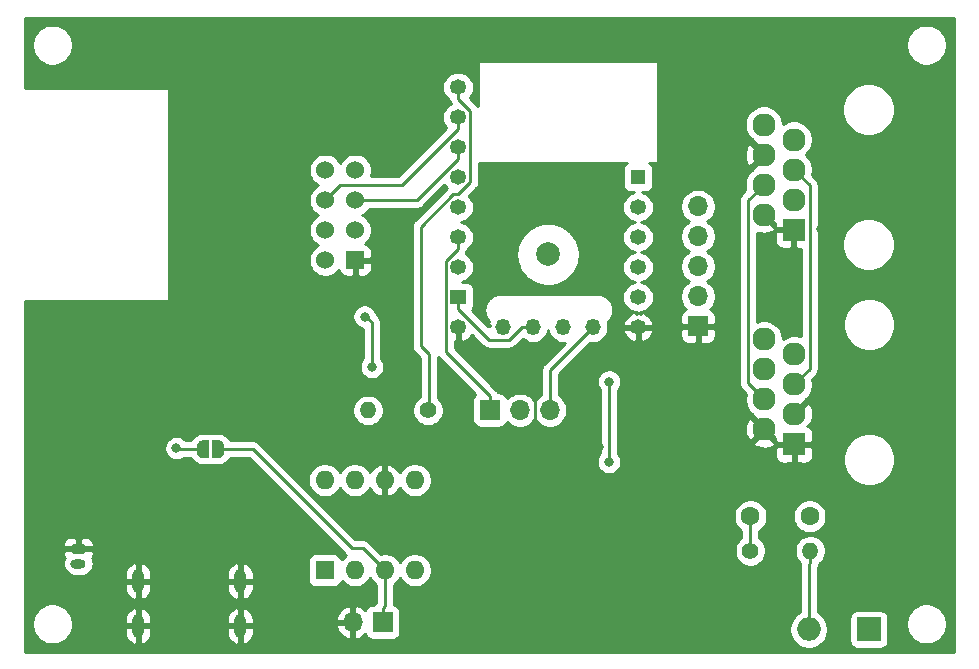
<source format=gbr>
%TF.GenerationSoftware,KiCad,Pcbnew,5.1.10-88a1d61d58~90~ubuntu21.04.1*%
%TF.CreationDate,2021-10-05T18:42:24+09:00*%
%TF.ProjectId,syncricket,73796e63-7269-4636-9b65-742e6b696361,rev?*%
%TF.SameCoordinates,Original*%
%TF.FileFunction,Copper,L2,Bot*%
%TF.FilePolarity,Positive*%
%FSLAX46Y46*%
G04 Gerber Fmt 4.6, Leading zero omitted, Abs format (unit mm)*
G04 Created by KiCad (PCBNEW 5.1.10-88a1d61d58~90~ubuntu21.04.1) date 2021-10-05 18:42:24*
%MOMM*%
%LPD*%
G01*
G04 APERTURE LIST*
%TA.AperFunction,ComponentPad*%
%ADD10O,1.000000X2.000000*%
%TD*%
%TA.AperFunction,ComponentPad*%
%ADD11O,1.300000X0.800000*%
%TD*%
%TA.AperFunction,SMDPad,CuDef*%
%ADD12C,0.100000*%
%TD*%
%TA.AperFunction,ComponentPad*%
%ADD13O,2.000000X2.000000*%
%TD*%
%TA.AperFunction,ComponentPad*%
%ADD14R,2.000000X2.000000*%
%TD*%
%TA.AperFunction,ComponentPad*%
%ADD15O,1.400000X1.400000*%
%TD*%
%TA.AperFunction,ComponentPad*%
%ADD16C,1.400000*%
%TD*%
%TA.AperFunction,ComponentPad*%
%ADD17O,1.700000X1.700000*%
%TD*%
%TA.AperFunction,ComponentPad*%
%ADD18R,1.700000X1.700000*%
%TD*%
%TA.AperFunction,ComponentPad*%
%ADD19C,1.600000*%
%TD*%
%TA.AperFunction,ComponentPad*%
%ADD20R,1.960000X1.960000*%
%TD*%
%TA.AperFunction,ComponentPad*%
%ADD21C,1.960000*%
%TD*%
%TA.AperFunction,ComponentPad*%
%ADD22R,1.524000X1.524000*%
%TD*%
%TA.AperFunction,ComponentPad*%
%ADD23C,1.524000*%
%TD*%
%TA.AperFunction,ComponentPad*%
%ADD24R,1.300000X1.300000*%
%TD*%
%TA.AperFunction,ComponentPad*%
%ADD25O,1.400000X1.300000*%
%TD*%
%TA.AperFunction,ComponentPad*%
%ADD26R,1.400000X1.300000*%
%TD*%
%TA.AperFunction,ComponentPad*%
%ADD27C,2.000000*%
%TD*%
%TA.AperFunction,ComponentPad*%
%ADD28O,1.300000X1.400000*%
%TD*%
%TA.AperFunction,ComponentPad*%
%ADD29R,1.600000X1.600000*%
%TD*%
%TA.AperFunction,ComponentPad*%
%ADD30O,1.600000X1.600000*%
%TD*%
%TA.AperFunction,ViaPad*%
%ADD31C,0.800000*%
%TD*%
%TA.AperFunction,Conductor*%
%ADD32C,0.250000*%
%TD*%
%TA.AperFunction,Conductor*%
%ADD33C,0.254000*%
%TD*%
%TA.AperFunction,Conductor*%
%ADD34C,0.100000*%
%TD*%
G04 APERTURE END LIST*
D10*
%TO.P,J4,S4*%
%TO.N,GND*%
X138890000Y27828500D03*
%TO.P,J4,S3*%
X130250000Y27828500D03*
%TO.P,J4,S2*%
X138890000Y31628500D03*
%TO.P,J4,S1*%
X130250000Y31628500D03*
%TD*%
D11*
%TO.P,J6,2*%
%TO.N,Net-(C4-Pad1)*%
X125191760Y33102280D03*
%TO.P,J6,1*%
%TO.N,GND*%
%TA.AperFunction,ComponentPad*%
G36*
G01*
X124741760Y34752280D02*
X125641760Y34752280D01*
G75*
G02*
X125841760Y34552280I0J-200000D01*
G01*
X125841760Y34152280D01*
G75*
G02*
X125641760Y33952280I-200000J0D01*
G01*
X124741760Y33952280D01*
G75*
G02*
X124541760Y34152280I0J200000D01*
G01*
X124541760Y34552280D01*
G75*
G02*
X124741760Y34752280I200000J0D01*
G01*
G37*
%TD.AperFunction*%
%TD*%
%TA.AperFunction,SMDPad,CuDef*%
D12*
%TO.P,JP3,2*%
%TO.N,Net-(JP3-Pad2)*%
G36*
X135742920Y42056002D02*
G01*
X135718386Y42056002D01*
X135669555Y42060812D01*
X135621430Y42070384D01*
X135574475Y42084628D01*
X135529142Y42103405D01*
X135485869Y42126536D01*
X135445070Y42153796D01*
X135407141Y42184924D01*
X135372444Y42219621D01*
X135341316Y42257550D01*
X135314056Y42298349D01*
X135290925Y42341622D01*
X135272148Y42386955D01*
X135257904Y42433910D01*
X135248332Y42482035D01*
X135243522Y42530866D01*
X135243522Y42555400D01*
X135242920Y42555400D01*
X135242920Y43055400D01*
X135243522Y43055400D01*
X135243522Y43079934D01*
X135248332Y43128765D01*
X135257904Y43176890D01*
X135272148Y43223845D01*
X135290925Y43269178D01*
X135314056Y43312451D01*
X135341316Y43353250D01*
X135372444Y43391179D01*
X135407141Y43425876D01*
X135445070Y43457004D01*
X135485869Y43484264D01*
X135529142Y43507395D01*
X135574475Y43526172D01*
X135621430Y43540416D01*
X135669555Y43549988D01*
X135718386Y43554798D01*
X135742920Y43554798D01*
X135742920Y43555400D01*
X136242920Y43555400D01*
X136242920Y42055400D01*
X135742920Y42055400D01*
X135742920Y42056002D01*
G37*
%TD.AperFunction*%
%TA.AperFunction,SMDPad,CuDef*%
%TO.P,JP3,1*%
%TO.N,Net-(J5-Pad1)*%
G36*
X136542920Y43555400D02*
G01*
X137042920Y43555400D01*
X137042920Y43554798D01*
X137067454Y43554798D01*
X137116285Y43549988D01*
X137164410Y43540416D01*
X137211365Y43526172D01*
X137256698Y43507395D01*
X137299971Y43484264D01*
X137340770Y43457004D01*
X137378699Y43425876D01*
X137413396Y43391179D01*
X137444524Y43353250D01*
X137471784Y43312451D01*
X137494915Y43269178D01*
X137513692Y43223845D01*
X137527936Y43176890D01*
X137537508Y43128765D01*
X137542318Y43079934D01*
X137542318Y43055400D01*
X137542920Y43055400D01*
X137542920Y42555400D01*
X137542318Y42555400D01*
X137542318Y42530866D01*
X137537508Y42482035D01*
X137527936Y42433910D01*
X137513692Y42386955D01*
X137494915Y42341622D01*
X137471784Y42298349D01*
X137444524Y42257550D01*
X137413396Y42219621D01*
X137378699Y42184924D01*
X137340770Y42153796D01*
X137299971Y42126536D01*
X137256698Y42103405D01*
X137211365Y42084628D01*
X137164410Y42070384D01*
X137116285Y42060812D01*
X137067454Y42056002D01*
X137042920Y42056002D01*
X137042920Y42055400D01*
X136542920Y42055400D01*
X136542920Y43555400D01*
G37*
%TD.AperFunction*%
%TD*%
D13*
%TO.P,D1,2*%
%TO.N,Net-(C8-Pad2)*%
X187036000Y27534900D03*
D14*
%TO.P,D1,1*%
%TO.N,Net-(D1-Pad1)*%
X192116000Y27534900D03*
%TD*%
D15*
%TO.P,R9,2*%
%TO.N,Net-(C8-Pad2)*%
X187164000Y34196500D03*
D16*
%TO.P,R9,1*%
%TO.N,Net-(C8-Pad1)*%
X182084000Y34196500D03*
%TD*%
D17*
%TO.P,JP2,3*%
%TO.N,AUXSYN*%
X165115000Y46108700D03*
%TO.P,JP2,2*%
%TO.N,Net-(JP2-Pad2)*%
X162575000Y46108700D03*
D18*
%TO.P,JP2,1*%
%TO.N,Net-(JP2-Pad1)*%
X160035000Y46108700D03*
%TD*%
D19*
%TO.P,C8,2*%
%TO.N,Net-(C8-Pad2)*%
X187100000Y37101800D03*
%TO.P,C8,1*%
%TO.N,Net-(C8-Pad1)*%
X182100000Y37101800D03*
%TD*%
D20*
%TO.P,J1,1*%
%TO.N,GND*%
X185793000Y43199000D03*
D21*
%TO.P,J1,2*%
X183253000Y44469000D03*
%TO.P,J1,3*%
X185793000Y45739000D03*
%TO.P,J1,4*%
%TO.N,Net-(J1-Pad4)*%
X183253000Y47009000D03*
%TO.P,J1,5*%
%TO.N,Net-(J1-Pad5)*%
X185793000Y48279000D03*
%TO.P,J1,6*%
%TO.N,GND*%
X183253000Y49549000D03*
%TO.P,J1,7*%
%TO.N,Net-(J1-Pad7)*%
X185793000Y50819000D03*
%TO.P,J1,8*%
X183253000Y52089000D03*
%TD*%
%TO.P,J2,8*%
%TO.N,Net-(J1-Pad7)*%
X183216000Y70283100D03*
%TO.P,J2,7*%
X185756000Y69013100D03*
%TO.P,J2,6*%
%TO.N,GND*%
X183216000Y67743100D03*
%TO.P,J2,5*%
%TO.N,Net-(J1-Pad5)*%
X185756000Y66473100D03*
%TO.P,J2,4*%
%TO.N,Net-(J1-Pad4)*%
X183216000Y65203100D03*
%TO.P,J2,3*%
%TO.N,GND*%
X185756000Y63933100D03*
%TO.P,J2,2*%
X183216000Y62663100D03*
D20*
%TO.P,J2,1*%
X185756000Y61393100D03*
%TD*%
D18*
%TO.P,J3,1*%
%TO.N,GND*%
X177659000Y53195000D03*
D17*
%TO.P,J3,2*%
%TO.N,Net-(J3-Pad2)*%
X177659000Y55735000D03*
%TO.P,J3,3*%
%TO.N,Net-(J3-Pad3)*%
X177659000Y58275000D03*
%TO.P,J3,4*%
%TO.N,Net-(J3-Pad4)*%
X177659000Y60815000D03*
%TO.P,J3,5*%
%TO.N,Net-(J3-Pad5)*%
X177659000Y63355000D03*
%TD*%
D16*
%TO.P,R2,1*%
%TO.N,Net-(R2-Pad1)*%
X154798000Y46082000D03*
D15*
%TO.P,R2,2*%
%TO.N,Net-(C5-Pad2)*%
X149718000Y46082000D03*
%TD*%
D22*
%TO.P,U1,1*%
%TO.N,GND*%
X148630000Y58810000D03*
D23*
%TO.P,U1,2*%
%TO.N,+3V3*%
X146090000Y58810000D03*
%TO.P,U1,3*%
%TO.N,Net-(U1-Pad3)*%
X148630000Y61350000D03*
%TO.P,U1,4*%
%TO.N,Net-(U1-Pad4)*%
X146090000Y61350000D03*
%TO.P,U1,5*%
%TO.N,Net-(U1-Pad5)*%
X148630000Y63890000D03*
%TO.P,U1,6*%
%TO.N,Net-(U1-Pad6)*%
X146090000Y63890000D03*
%TO.P,U1,7*%
%TO.N,Net-(U1-Pad7)*%
X148630000Y66430000D03*
%TO.P,U1,8*%
%TO.N,Net-(JP2-Pad1)*%
X146090000Y66430000D03*
%TD*%
D24*
%TO.P,U3,19*%
%TO.N,+3V3*%
X172579180Y65830740D03*
D25*
%TO.P,U3,1*%
%TO.N,Net-(R2-Pad1)*%
X157339180Y73450740D03*
%TO.P,U3,18*%
%TO.N,Net-(J3-Pad5)*%
X172579180Y63290740D03*
%TO.P,U3,17*%
%TO.N,Net-(J3-Pad4)*%
X172579180Y60750740D03*
%TO.P,U3,16*%
%TO.N,Net-(J3-Pad3)*%
X172579180Y58210740D03*
%TO.P,U3,15*%
%TO.N,Net-(J3-Pad2)*%
X172579180Y55670740D03*
%TO.P,U3,14*%
%TO.N,GND*%
X172579180Y53130740D03*
%TO.P,U3,9*%
X157339180Y53130740D03*
D26*
%TO.P,U3,8*%
%TO.N,Net-(C11-Pad1)*%
X157339180Y55670740D03*
D25*
%TO.P,U3,7*%
%TO.N,Net-(U1-Pad4)*%
X157339180Y58210740D03*
%TO.P,U3,6*%
%TO.N,Net-(JP2-Pad1)*%
X157339180Y60750740D03*
%TO.P,U3,5*%
%TO.N,Net-(U1-Pad3)*%
X157339180Y63290740D03*
%TO.P,U3,4*%
%TO.N,Net-(U1-Pad7)*%
X157339180Y65830740D03*
%TO.P,U3,3*%
%TO.N,Net-(U1-Pad5)*%
X157339180Y68370740D03*
%TO.P,U3,2*%
%TO.N,Net-(U1-Pad6)*%
X157339180Y70910740D03*
D27*
%TO.P,U3,0*%
%TO.N,N/C*%
X164959180Y59290740D03*
D28*
%TO.P,U3,10*%
%TO.N,GND*%
X161148240Y53130740D03*
%TO.P,U3,11*%
%TO.N,Net-(C11-Pad1)*%
X163690780Y53130740D03*
%TO.P,U3,12*%
%TO.N,Net-(U2-Pad4)*%
X166230780Y53130740D03*
%TO.P,U3,13*%
%TO.N,AUXSYN*%
X168770780Y53130740D03*
%TD*%
D29*
%TO.P,U4,1*%
%TO.N,Net-(C6-Pad2)*%
X146051000Y32541800D03*
D30*
%TO.P,U4,5*%
%TO.N,Net-(U4-Pad5)*%
X153671000Y40161800D03*
%TO.P,U4,2*%
%TO.N,Net-(U4-Pad2)*%
X148591000Y32541800D03*
%TO.P,U4,6*%
%TO.N,GND*%
X151131000Y40161800D03*
%TO.P,U4,3*%
%TO.N,Net-(J5-Pad1)*%
X151131000Y32541800D03*
%TO.P,U4,7*%
%TO.N,Net-(U4-Pad7)*%
X148591000Y40161800D03*
%TO.P,U4,4*%
%TO.N,Net-(U4-Pad4)*%
X153671000Y32541800D03*
%TO.P,U4,8*%
%TO.N,Net-(C5-Pad2)*%
X146051000Y40161800D03*
%TD*%
D18*
%TO.P,J5,1*%
%TO.N,Net-(J5-Pad1)*%
X150956000Y28151500D03*
D17*
%TO.P,J5,2*%
%TO.N,GND*%
X148416000Y28151500D03*
%TD*%
D31*
%TO.N,+3V3*%
X170142140Y48510240D03*
X170101900Y41725500D03*
X150048200Y49770080D03*
X149421156Y54024580D03*
%TO.N,GND*%
X158788340Y50090120D03*
X161061640Y50062180D03*
X163896280Y43130520D03*
X178928000Y32112000D03*
X175801260Y38347700D03*
X174538880Y51319480D03*
X166471840Y48756620D03*
X151556960Y58751520D03*
X152618680Y43100040D03*
X174411880Y27443480D03*
X151496000Y62592000D03*
X170111660Y61134040D03*
X170111660Y58223200D03*
X175694580Y35556240D03*
X178265060Y35556240D03*
X175694580Y33519160D03*
X139558000Y40748000D03*
X148575000Y55988000D03*
X185719960Y56762700D03*
X183306960Y56762700D03*
X146024200Y28151500D03*
X140657820Y27893060D03*
X128120380Y27783840D03*
X131203940Y38497560D03*
X133711000Y38490020D03*
X135605760Y34486900D03*
X151221680Y37506960D03*
X148544520Y37494260D03*
X148557220Y35695940D03*
X151305500Y35675620D03*
X189098140Y29960600D03*
X194256900Y30041900D03*
X189456300Y36356340D03*
X194117200Y36384280D03*
X194173080Y33128000D03*
X180081160Y38373100D03*
X180807600Y42835880D03*
X179923680Y66244520D03*
X179944000Y61954460D03*
X179984640Y53488640D03*
X180012580Y49640540D03*
X137000000Y46000000D03*
X133040360Y27956560D03*
X135905480Y27956560D03*
X153921700Y28235960D03*
X158100000Y31858000D03*
X173086000Y32112000D03*
X164323000Y31858000D03*
X142265640Y55017720D03*
X137198340Y55137100D03*
X137076420Y61532820D03*
X142143720Y61532820D03*
X142143720Y66600120D03*
X136957040Y66722040D03*
X136957040Y72393860D03*
X142024340Y72393860D03*
X151196280Y73600360D03*
X151315660Y69135040D03*
X157228780Y77461160D03*
X162054780Y77461160D03*
X166520100Y77341780D03*
X171226720Y77341780D03*
X179817000Y73895000D03*
X175626000Y73895000D03*
X175626000Y69450000D03*
X156576000Y47293580D03*
X160894000Y34525000D03*
X157846000Y41256000D03*
X180452000Y33128000D03*
X188493640Y32696200D03*
X180878720Y40455900D03*
X186989960Y39485620D03*
X169314100Y42998440D03*
X162252900Y39767560D03*
X166553120Y39762480D03*
X168323500Y34436100D03*
X164269660Y34491980D03*
X170352960Y35891520D03*
X166525180Y41863060D03*
X166497240Y43806160D03*
X160513000Y63989000D03*
X169911000Y65767000D03*
X164577000Y63989000D03*
X168514000Y63989000D03*
X160513000Y58909000D03*
X127239000Y53956000D03*
X122794000Y53956000D03*
X131684000Y53956000D03*
X122921000Y38589000D03*
X126731000Y38589000D03*
X178173620Y45944840D03*
X178156880Y38389380D03*
X140335240Y31672580D03*
X142931120Y36038840D03*
X128605520Y31680200D03*
X123048000Y34144000D03*
X127838440Y34352280D03*
X179944000Y57258000D03*
X153020000Y52940000D03*
X168387000Y31858000D03*
X142860000Y42780000D03*
X185786000Y73895000D03*
X188580000Y43288000D03*
X188072000Y61449000D03*
X144384000Y49130000D03*
X139812000Y44304000D03*
%TO.N,Net-(JP3-Pad2)*%
X133495020Y42876520D03*
%TD*%
D32*
%TO.N,+3V3*%
X170142140Y41765740D02*
X170101900Y41725500D01*
X170142140Y48510240D02*
X170142140Y41765740D01*
X150048200Y49770080D02*
X150048200Y53539440D01*
X149563060Y54024580D02*
X149421156Y54024580D01*
X150048200Y53539440D02*
X149563060Y54024580D01*
%TO.N,GND*%
X161033700Y50090120D02*
X161061640Y50062180D01*
X158788340Y50090120D02*
X161033700Y50090120D01*
X163896280Y43130520D02*
X163896280Y48266400D01*
X162100500Y50062180D02*
X161061640Y50062180D01*
X163896280Y48266400D02*
X162100500Y50062180D01*
X178183780Y31880860D02*
X178183780Y33905240D01*
X175834280Y36254740D02*
X175834280Y38307060D01*
X178183780Y33905240D02*
X175834280Y36254740D01*
X183216000Y67743100D02*
X180365640Y64892740D01*
X180365640Y64892740D02*
X180365640Y53869640D01*
X179691000Y53195000D02*
X177659000Y53195000D01*
X180365640Y53869640D02*
X179984640Y53488640D01*
X178183780Y31215380D02*
X178183780Y31880860D01*
X174411880Y27443480D02*
X178183780Y31215380D01*
X179984640Y53488640D02*
X179691000Y53195000D01*
X169314100Y42998440D02*
X168742600Y43569940D01*
X168742600Y46485860D02*
X166471840Y48756620D01*
X168742600Y43569940D02*
X168742600Y46485860D01*
X175834280Y35695940D02*
X175694580Y35556240D01*
X175834280Y36254740D02*
X175834280Y35695940D01*
X163896280Y41410940D02*
X163896280Y43130520D01*
X162252900Y39767560D02*
X163896280Y41410940D01*
X162257980Y39762480D02*
X162252900Y39767560D01*
X166553120Y39762480D02*
X162257980Y39762480D01*
X171714400Y31085840D02*
X173149500Y32520940D01*
X165575220Y31085840D02*
X171714400Y31085840D01*
X174696360Y32520940D02*
X175694580Y33519160D01*
X173149500Y32520940D02*
X174696360Y32520940D01*
X175694580Y35556240D02*
X175694580Y33519160D01*
X151556960Y58751520D02*
X151556960Y53085890D01*
X152618680Y50812602D02*
X152752178Y50946100D01*
X152618680Y43100040D02*
X152618680Y50812602D01*
X140335240Y28215640D02*
X140657820Y27893060D01*
X140335240Y31672580D02*
X140335240Y28215640D01*
X128120380Y31195060D02*
X128120380Y27783840D01*
X128605520Y31680200D02*
X128120380Y31195060D01*
X144384000Y49130000D02*
X141844000Y46590000D01*
X137590000Y46590000D02*
X137000000Y46000000D01*
X141844000Y46590000D02*
X137590000Y46590000D01*
X152752178Y52672178D02*
X153020000Y52940000D01*
X152752178Y50946100D02*
X152752178Y52672178D01*
X152874110Y53085890D02*
X153020000Y52940000D01*
X151556960Y53085890D02*
X152874110Y53085890D01*
X141336000Y42780000D02*
X142860000Y42780000D01*
X139812000Y44304000D02*
X141336000Y42780000D01*
%TO.N,Net-(J1-Pad4)*%
X183253000Y47009000D02*
X181900500Y48361500D01*
X181900500Y48361500D02*
X181900500Y63887600D01*
X181900500Y63887600D02*
X183216000Y65203100D01*
%TO.N,Net-(J1-Pad5)*%
X185756000Y66473100D02*
X187104300Y65124800D01*
X187104300Y65124800D02*
X187104300Y49590300D01*
X187104300Y49590300D02*
X185793000Y48279000D01*
%TO.N,Net-(R2-Pad1)*%
X157339200Y72475400D02*
X157339200Y73450700D01*
X156954900Y64409300D02*
X157348700Y64409300D01*
X157348700Y64409300D02*
X158376800Y65437400D01*
X154889999Y50825855D02*
X154190000Y51525854D01*
X158376800Y71437800D02*
X157339200Y72475400D01*
X154190000Y61644400D02*
X156954900Y64409300D01*
X154889999Y46681999D02*
X154889999Y50825855D01*
X158376800Y65437400D02*
X158376800Y71437800D01*
X154190000Y51525854D02*
X154190000Y61644400D01*
%TO.N,AUXSYN*%
X168770800Y53130700D02*
X165115000Y49474900D01*
X165115000Y49474900D02*
X165115000Y47310781D01*
X165115000Y47310781D02*
X165115000Y46108700D01*
%TO.N,Net-(U1-Pad5)*%
X157339200Y68370700D02*
X157339200Y67395400D01*
X157339200Y67395400D02*
X153833800Y63890000D01*
X153833800Y63890000D02*
X148630000Y63890000D01*
%TO.N,Net-(U1-Pad6)*%
X157339200Y70910700D02*
X157339200Y69935400D01*
X157339200Y69935400D02*
X152563800Y65160000D01*
X152563800Y65160000D02*
X147360000Y65160000D01*
X147360000Y65160000D02*
X146090000Y63890000D01*
%TO.N,Net-(J5-Pad1)*%
X150956000Y28151500D02*
X150956000Y29326800D01*
X150956000Y29326800D02*
X151131000Y29501800D01*
X151131000Y29501800D02*
X151131000Y32541800D01*
X139949160Y42805400D02*
X137042920Y42805400D01*
X148341320Y34413240D02*
X139949160Y42805400D01*
X149259560Y34413240D02*
X148341320Y34413240D01*
X151131000Y32541800D02*
X149259560Y34413240D01*
%TO.N,Net-(C8-Pad2)*%
X187164000Y34196500D02*
X187164000Y33171200D01*
X187164000Y33171200D02*
X187036000Y33043200D01*
X187036000Y33043200D02*
X187036000Y27534900D01*
%TO.N,Net-(C8-Pad1)*%
X182100000Y37101800D02*
X182084000Y37085800D01*
X182084000Y37085800D02*
X182084000Y34196500D01*
%TO.N,Net-(JP2-Pad1)*%
X160035000Y46108700D02*
X160035000Y47284000D01*
X157339200Y60750700D02*
X157339200Y59775400D01*
X157339200Y59775400D02*
X156312700Y58748900D01*
X156312700Y58748900D02*
X156312700Y51006300D01*
X156312700Y51006300D02*
X160035000Y47284000D01*
%TO.N,Net-(JP3-Pad2)*%
X133566140Y42805400D02*
X133495020Y42876520D01*
X135742920Y42805400D02*
X133566140Y42805400D01*
%TO.N,Net-(C11-Pad1)*%
X163690800Y53130700D02*
X162715500Y53130700D01*
X157339200Y55670700D02*
X157339200Y54695400D01*
X157339200Y54695400D02*
X159956700Y52077900D01*
X159956700Y52077900D02*
X161662700Y52077900D01*
X161662700Y52077900D02*
X162715500Y53130700D01*
%TD*%
D33*
%TO.N,GND*%
X199340000Y74967582D02*
X199340001Y74967572D01*
X199340000Y25660000D01*
X120660000Y25660000D01*
X120660000Y28170883D01*
X121265000Y28170883D01*
X121265000Y27829117D01*
X121331675Y27493919D01*
X121462463Y27178169D01*
X121652337Y26894002D01*
X121894002Y26652337D01*
X122178169Y26462463D01*
X122493919Y26331675D01*
X122829117Y26265000D01*
X123170883Y26265000D01*
X123506081Y26331675D01*
X123821831Y26462463D01*
X124105998Y26652337D01*
X124347663Y26894002D01*
X124537537Y27178169D01*
X124668325Y27493919D01*
X124709615Y27701500D01*
X129115000Y27701500D01*
X129115000Y27201500D01*
X129161585Y26982513D01*
X129249997Y26776822D01*
X129376839Y26592331D01*
X129537236Y26436131D01*
X129725024Y26314224D01*
X129948126Y26234381D01*
X130123000Y26360546D01*
X130123000Y27701500D01*
X130377000Y27701500D01*
X130377000Y26360546D01*
X130551874Y26234381D01*
X130774976Y26314224D01*
X130962764Y26436131D01*
X131123161Y26592331D01*
X131250003Y26776822D01*
X131338415Y26982513D01*
X131385000Y27201500D01*
X131385000Y27701500D01*
X137755000Y27701500D01*
X137755000Y27201500D01*
X137801585Y26982513D01*
X137889997Y26776822D01*
X138016839Y26592331D01*
X138177236Y26436131D01*
X138365024Y26314224D01*
X138588126Y26234381D01*
X138763000Y26360546D01*
X138763000Y27701500D01*
X139017000Y27701500D01*
X139017000Y26360546D01*
X139191874Y26234381D01*
X139414976Y26314224D01*
X139602764Y26436131D01*
X139763161Y26592331D01*
X139890003Y26776822D01*
X139978415Y26982513D01*
X140025000Y27201500D01*
X140025000Y27701500D01*
X139017000Y27701500D01*
X138763000Y27701500D01*
X137755000Y27701500D01*
X131385000Y27701500D01*
X130377000Y27701500D01*
X130123000Y27701500D01*
X129115000Y27701500D01*
X124709615Y27701500D01*
X124728135Y27794609D01*
X146974519Y27794609D01*
X147071843Y27520248D01*
X147220822Y27270145D01*
X147415731Y27053912D01*
X147649080Y26879859D01*
X147911901Y26754675D01*
X148059110Y26710024D01*
X148289000Y26831345D01*
X148289000Y28024500D01*
X147095186Y28024500D01*
X146974519Y27794609D01*
X124728135Y27794609D01*
X124735000Y27829117D01*
X124735000Y28170883D01*
X124678387Y28455500D01*
X129115000Y28455500D01*
X129115000Y27955500D01*
X130123000Y27955500D01*
X130123000Y29296454D01*
X130377000Y29296454D01*
X130377000Y27955500D01*
X131385000Y27955500D01*
X131385000Y28455500D01*
X137755000Y28455500D01*
X137755000Y27955500D01*
X138763000Y27955500D01*
X138763000Y29296454D01*
X139017000Y29296454D01*
X139017000Y27955500D01*
X140025000Y27955500D01*
X140025000Y28455500D01*
X140013749Y28508391D01*
X146974519Y28508391D01*
X147095186Y28278500D01*
X148289000Y28278500D01*
X148289000Y29471655D01*
X148059110Y29592976D01*
X147911901Y29548325D01*
X147649080Y29423141D01*
X147415731Y29249088D01*
X147220822Y29032855D01*
X147071843Y28782752D01*
X146974519Y28508391D01*
X140013749Y28508391D01*
X139978415Y28674487D01*
X139890003Y28880178D01*
X139763161Y29064669D01*
X139602764Y29220869D01*
X139414976Y29342776D01*
X139191874Y29422619D01*
X139017000Y29296454D01*
X138763000Y29296454D01*
X138588126Y29422619D01*
X138365024Y29342776D01*
X138177236Y29220869D01*
X138016839Y29064669D01*
X137889997Y28880178D01*
X137801585Y28674487D01*
X137755000Y28455500D01*
X131385000Y28455500D01*
X131338415Y28674487D01*
X131250003Y28880178D01*
X131123161Y29064669D01*
X130962764Y29220869D01*
X130774976Y29342776D01*
X130551874Y29422619D01*
X130377000Y29296454D01*
X130123000Y29296454D01*
X129948126Y29422619D01*
X129725024Y29342776D01*
X129537236Y29220869D01*
X129376839Y29064669D01*
X129249997Y28880178D01*
X129161585Y28674487D01*
X129115000Y28455500D01*
X124678387Y28455500D01*
X124668325Y28506081D01*
X124537537Y28821831D01*
X124347663Y29105998D01*
X124105998Y29347663D01*
X123821831Y29537537D01*
X123506081Y29668325D01*
X123170883Y29735000D01*
X122829117Y29735000D01*
X122493919Y29668325D01*
X122178169Y29537537D01*
X121894002Y29347663D01*
X121652337Y29105998D01*
X121462463Y28821831D01*
X121331675Y28506081D01*
X121265000Y28170883D01*
X120660000Y28170883D01*
X120660000Y31501500D01*
X129115000Y31501500D01*
X129115000Y31001500D01*
X129161585Y30782513D01*
X129249997Y30576822D01*
X129376839Y30392331D01*
X129537236Y30236131D01*
X129725024Y30114224D01*
X129948126Y30034381D01*
X130123000Y30160546D01*
X130123000Y31501500D01*
X130377000Y31501500D01*
X130377000Y30160546D01*
X130551874Y30034381D01*
X130774976Y30114224D01*
X130962764Y30236131D01*
X131123161Y30392331D01*
X131250003Y30576822D01*
X131338415Y30782513D01*
X131385000Y31001500D01*
X131385000Y31501500D01*
X137755000Y31501500D01*
X137755000Y31001500D01*
X137801585Y30782513D01*
X137889997Y30576822D01*
X138016839Y30392331D01*
X138177236Y30236131D01*
X138365024Y30114224D01*
X138588126Y30034381D01*
X138763000Y30160546D01*
X138763000Y31501500D01*
X139017000Y31501500D01*
X139017000Y30160546D01*
X139191874Y30034381D01*
X139414976Y30114224D01*
X139602764Y30236131D01*
X139763161Y30392331D01*
X139890003Y30576822D01*
X139978415Y30782513D01*
X140025000Y31001500D01*
X140025000Y31501500D01*
X139017000Y31501500D01*
X138763000Y31501500D01*
X137755000Y31501500D01*
X131385000Y31501500D01*
X130377000Y31501500D01*
X130123000Y31501500D01*
X129115000Y31501500D01*
X120660000Y31501500D01*
X120660000Y33102280D01*
X123901753Y33102280D01*
X123921736Y32899385D01*
X123980919Y32704287D01*
X124077026Y32524483D01*
X124206364Y32366884D01*
X124363963Y32237546D01*
X124543767Y32141439D01*
X124738865Y32082256D01*
X124890922Y32067280D01*
X125492598Y32067280D01*
X125644655Y32082256D01*
X125839753Y32141439D01*
X126019557Y32237546D01*
X126041434Y32255500D01*
X129115000Y32255500D01*
X129115000Y31755500D01*
X130123000Y31755500D01*
X130123000Y33096454D01*
X130377000Y33096454D01*
X130377000Y31755500D01*
X131385000Y31755500D01*
X131385000Y32255500D01*
X137755000Y32255500D01*
X137755000Y31755500D01*
X138763000Y31755500D01*
X138763000Y33096454D01*
X139017000Y33096454D01*
X139017000Y31755500D01*
X140025000Y31755500D01*
X140025000Y32255500D01*
X139978415Y32474487D01*
X139890003Y32680178D01*
X139763161Y32864669D01*
X139602764Y33020869D01*
X139414976Y33142776D01*
X139191874Y33222619D01*
X139017000Y33096454D01*
X138763000Y33096454D01*
X138588126Y33222619D01*
X138365024Y33142776D01*
X138177236Y33020869D01*
X138016839Y32864669D01*
X137889997Y32680178D01*
X137801585Y32474487D01*
X137755000Y32255500D01*
X131385000Y32255500D01*
X131338415Y32474487D01*
X131250003Y32680178D01*
X131123161Y32864669D01*
X130962764Y33020869D01*
X130774976Y33142776D01*
X130551874Y33222619D01*
X130377000Y33096454D01*
X130123000Y33096454D01*
X129948126Y33222619D01*
X129725024Y33142776D01*
X129537236Y33020869D01*
X129376839Y32864669D01*
X129249997Y32680178D01*
X129161585Y32474487D01*
X129115000Y32255500D01*
X126041434Y32255500D01*
X126177156Y32366884D01*
X126306494Y32524483D01*
X126402601Y32704287D01*
X126461784Y32899385D01*
X126481767Y33102280D01*
X126461784Y33305175D01*
X126402601Y33500273D01*
X126359085Y33581687D01*
X126372297Y33597786D01*
X126431262Y33708100D01*
X126467572Y33827798D01*
X126479832Y33952280D01*
X126476760Y34066530D01*
X126318010Y34225280D01*
X125318760Y34225280D01*
X125318760Y34205280D01*
X125064760Y34205280D01*
X125064760Y34225280D01*
X124065510Y34225280D01*
X123906760Y34066530D01*
X123903688Y33952280D01*
X123915948Y33827798D01*
X123952258Y33708100D01*
X124011223Y33597786D01*
X124024435Y33581687D01*
X123980919Y33500273D01*
X123921736Y33305175D01*
X123901753Y33102280D01*
X120660000Y33102280D01*
X120660000Y34752280D01*
X123903688Y34752280D01*
X123906760Y34638030D01*
X124065510Y34479280D01*
X125064760Y34479280D01*
X125064760Y35228530D01*
X125318760Y35228530D01*
X125318760Y34479280D01*
X126318010Y34479280D01*
X126476760Y34638030D01*
X126479832Y34752280D01*
X126467572Y34876762D01*
X126431262Y34996460D01*
X126372297Y35106774D01*
X126292945Y35203465D01*
X126196254Y35282817D01*
X126085940Y35341782D01*
X125966242Y35378092D01*
X125841760Y35390352D01*
X125477510Y35387280D01*
X125318760Y35228530D01*
X125064760Y35228530D01*
X124906010Y35387280D01*
X124541760Y35390352D01*
X124417278Y35378092D01*
X124297580Y35341782D01*
X124187266Y35282817D01*
X124090575Y35203465D01*
X124011223Y35106774D01*
X123952258Y34996460D01*
X123915948Y34876762D01*
X123903688Y34752280D01*
X120660000Y34752280D01*
X120660000Y42978459D01*
X132460020Y42978459D01*
X132460020Y42774581D01*
X132499794Y42574622D01*
X132577815Y42386264D01*
X132691083Y42216746D01*
X132835246Y42072583D01*
X133004764Y41959315D01*
X133193122Y41881294D01*
X133393081Y41841520D01*
X133596959Y41841520D01*
X133796918Y41881294D01*
X133985276Y41959315D01*
X134114112Y42045400D01*
X134728558Y42045400D01*
X134771422Y41965208D01*
X134825878Y41883709D01*
X134905230Y41787018D01*
X134974538Y41717710D01*
X135071229Y41638358D01*
X135152728Y41583902D01*
X135263045Y41524936D01*
X135353601Y41487427D01*
X135473297Y41451118D01*
X135569430Y41431996D01*
X135693911Y41419736D01*
X135718470Y41419736D01*
X135742920Y41417328D01*
X136242920Y41417328D01*
X136367402Y41429588D01*
X136392920Y41437329D01*
X136418438Y41429588D01*
X136542920Y41417328D01*
X137042920Y41417328D01*
X137067370Y41419736D01*
X137091929Y41419736D01*
X137216410Y41431996D01*
X137312543Y41451118D01*
X137432239Y41487427D01*
X137522795Y41524936D01*
X137633112Y41583902D01*
X137714611Y41638358D01*
X137811302Y41717710D01*
X137880610Y41787018D01*
X137959962Y41883709D01*
X138014418Y41965208D01*
X138057282Y42045400D01*
X139634359Y42045400D01*
X147777525Y33902232D01*
X147801319Y33873239D01*
X147830312Y33849445D01*
X147830316Y33849441D01*
X147882181Y33806877D01*
X147890802Y33799802D01*
X147676241Y33656437D01*
X147477643Y33457839D01*
X147476812Y33466282D01*
X147440502Y33585980D01*
X147381537Y33696294D01*
X147302185Y33792985D01*
X147205494Y33872337D01*
X147095180Y33931302D01*
X146975482Y33967612D01*
X146851000Y33979872D01*
X145251000Y33979872D01*
X145126518Y33967612D01*
X145006820Y33931302D01*
X144896506Y33872337D01*
X144799815Y33792985D01*
X144720463Y33696294D01*
X144661498Y33585980D01*
X144625188Y33466282D01*
X144612928Y33341800D01*
X144612928Y31741800D01*
X144625188Y31617318D01*
X144661498Y31497620D01*
X144720463Y31387306D01*
X144799815Y31290615D01*
X144896506Y31211263D01*
X145006820Y31152298D01*
X145126518Y31115988D01*
X145251000Y31103728D01*
X146851000Y31103728D01*
X146975482Y31115988D01*
X147095180Y31152298D01*
X147205494Y31211263D01*
X147302185Y31290615D01*
X147381537Y31387306D01*
X147440502Y31497620D01*
X147476812Y31617318D01*
X147477643Y31625761D01*
X147676241Y31427163D01*
X147911273Y31270120D01*
X148172426Y31161947D01*
X148449665Y31106800D01*
X148732335Y31106800D01*
X149009574Y31161947D01*
X149270727Y31270120D01*
X149505759Y31427163D01*
X149705637Y31627041D01*
X149861000Y31859559D01*
X150016363Y31627041D01*
X150216241Y31427163D01*
X150371001Y31323756D01*
X150371000Y29811969D01*
X150321026Y29751076D01*
X150261425Y29639572D01*
X150106000Y29639572D01*
X149981518Y29627312D01*
X149861820Y29591002D01*
X149751506Y29532037D01*
X149654815Y29452685D01*
X149575463Y29355994D01*
X149516498Y29245680D01*
X149492034Y29165034D01*
X149416269Y29249088D01*
X149182920Y29423141D01*
X148920099Y29548325D01*
X148772890Y29592976D01*
X148543000Y29471655D01*
X148543000Y28278500D01*
X148563000Y28278500D01*
X148563000Y28024500D01*
X148543000Y28024500D01*
X148543000Y26831345D01*
X148772890Y26710024D01*
X148920099Y26754675D01*
X149182920Y26879859D01*
X149416269Y27053912D01*
X149492034Y27137966D01*
X149516498Y27057320D01*
X149575463Y26947006D01*
X149654815Y26850315D01*
X149751506Y26770963D01*
X149861820Y26711998D01*
X149981518Y26675688D01*
X150106000Y26663428D01*
X151806000Y26663428D01*
X151930482Y26675688D01*
X152050180Y26711998D01*
X152160494Y26770963D01*
X152257185Y26850315D01*
X152336537Y26947006D01*
X152395502Y27057320D01*
X152431812Y27177018D01*
X152444072Y27301500D01*
X152444072Y27695933D01*
X185401000Y27695933D01*
X185401000Y27373867D01*
X185463832Y27057988D01*
X185587082Y26760437D01*
X185766013Y26492648D01*
X185993748Y26264913D01*
X186261537Y26085982D01*
X186559088Y25962732D01*
X186874967Y25899900D01*
X187197033Y25899900D01*
X187512912Y25962732D01*
X187810463Y26085982D01*
X188078252Y26264913D01*
X188305987Y26492648D01*
X188484918Y26760437D01*
X188608168Y27057988D01*
X188671000Y27373867D01*
X188671000Y27695933D01*
X188608168Y28011812D01*
X188484918Y28309363D01*
X188334219Y28534900D01*
X190477928Y28534900D01*
X190477928Y26534900D01*
X190490188Y26410418D01*
X190526498Y26290720D01*
X190585463Y26180406D01*
X190664815Y26083715D01*
X190761506Y26004363D01*
X190871820Y25945398D01*
X190991518Y25909088D01*
X191116000Y25896828D01*
X193116000Y25896828D01*
X193240482Y25909088D01*
X193360180Y25945398D01*
X193470494Y26004363D01*
X193567185Y26083715D01*
X193646537Y26180406D01*
X193705502Y26290720D01*
X193741812Y26410418D01*
X193754072Y26534900D01*
X193754072Y28170883D01*
X195265000Y28170883D01*
X195265000Y27829117D01*
X195331675Y27493919D01*
X195462463Y27178169D01*
X195652337Y26894002D01*
X195894002Y26652337D01*
X196178169Y26462463D01*
X196493919Y26331675D01*
X196829117Y26265000D01*
X197170883Y26265000D01*
X197506081Y26331675D01*
X197821831Y26462463D01*
X198105998Y26652337D01*
X198347663Y26894002D01*
X198537537Y27178169D01*
X198668325Y27493919D01*
X198735000Y27829117D01*
X198735000Y28170883D01*
X198668325Y28506081D01*
X198537537Y28821831D01*
X198347663Y29105998D01*
X198105998Y29347663D01*
X197821831Y29537537D01*
X197506081Y29668325D01*
X197170883Y29735000D01*
X196829117Y29735000D01*
X196493919Y29668325D01*
X196178169Y29537537D01*
X195894002Y29347663D01*
X195652337Y29105998D01*
X195462463Y28821831D01*
X195331675Y28506081D01*
X195265000Y28170883D01*
X193754072Y28170883D01*
X193754072Y28534900D01*
X193741812Y28659382D01*
X193705502Y28779080D01*
X193646537Y28889394D01*
X193567185Y28986085D01*
X193470494Y29065437D01*
X193360180Y29124402D01*
X193240482Y29160712D01*
X193116000Y29172972D01*
X191116000Y29172972D01*
X190991518Y29160712D01*
X190871820Y29124402D01*
X190761506Y29065437D01*
X190664815Y28986085D01*
X190585463Y28889394D01*
X190526498Y28779080D01*
X190490188Y28659382D01*
X190477928Y28534900D01*
X188334219Y28534900D01*
X188305987Y28577152D01*
X188078252Y28804887D01*
X187810463Y28983818D01*
X187796000Y28989809D01*
X187796000Y32743300D01*
X187798974Y32746924D01*
X187869546Y32878953D01*
X187913003Y33022214D01*
X187920295Y33096250D01*
X188015013Y33159538D01*
X188200962Y33345487D01*
X188347061Y33564141D01*
X188447696Y33807095D01*
X188499000Y34065014D01*
X188499000Y34327986D01*
X188447696Y34585905D01*
X188347061Y34828859D01*
X188200962Y35047513D01*
X188015013Y35233462D01*
X187796359Y35379561D01*
X187553405Y35480196D01*
X187295486Y35531500D01*
X187032514Y35531500D01*
X186774595Y35480196D01*
X186531641Y35379561D01*
X186312987Y35233462D01*
X186127038Y35047513D01*
X185980939Y34828859D01*
X185880304Y34585905D01*
X185829000Y34327986D01*
X185829000Y34065014D01*
X185880304Y33807095D01*
X185980939Y33564141D01*
X186127038Y33345487D01*
X186286400Y33186125D01*
X186276000Y33080532D01*
X186276000Y33080522D01*
X186272324Y33043200D01*
X186276000Y33005877D01*
X186276001Y28989809D01*
X186261537Y28983818D01*
X185993748Y28804887D01*
X185766013Y28577152D01*
X185587082Y28309363D01*
X185463832Y28011812D01*
X185401000Y27695933D01*
X152444072Y27695933D01*
X152444072Y29001500D01*
X152431812Y29125982D01*
X152395502Y29245680D01*
X152336537Y29355994D01*
X152257185Y29452685D01*
X152160494Y29532037D01*
X152050180Y29591002D01*
X151930482Y29627312D01*
X151891000Y29631201D01*
X151891000Y31323757D01*
X152045759Y31427163D01*
X152245637Y31627041D01*
X152401000Y31859559D01*
X152556363Y31627041D01*
X152756241Y31427163D01*
X152991273Y31270120D01*
X153252426Y31161947D01*
X153529665Y31106800D01*
X153812335Y31106800D01*
X154089574Y31161947D01*
X154350727Y31270120D01*
X154585759Y31427163D01*
X154785637Y31627041D01*
X154942680Y31862073D01*
X155050853Y32123226D01*
X155106000Y32400465D01*
X155106000Y32683135D01*
X155050853Y32960374D01*
X154942680Y33221527D01*
X154785637Y33456559D01*
X154585759Y33656437D01*
X154350727Y33813480D01*
X154089574Y33921653D01*
X153812335Y33976800D01*
X153529665Y33976800D01*
X153252426Y33921653D01*
X152991273Y33813480D01*
X152756241Y33656437D01*
X152556363Y33456559D01*
X152401000Y33224041D01*
X152245637Y33456559D01*
X152045759Y33656437D01*
X151810727Y33813480D01*
X151549574Y33921653D01*
X151272335Y33976800D01*
X150989665Y33976800D01*
X150807114Y33940488D01*
X149823364Y34924237D01*
X149799561Y34953241D01*
X149683836Y35048214D01*
X149551807Y35118786D01*
X149408546Y35162243D01*
X149296893Y35173240D01*
X149296882Y35173240D01*
X149259560Y35176916D01*
X149222238Y35173240D01*
X148656123Y35173240D01*
X146586228Y37243135D01*
X180665000Y37243135D01*
X180665000Y36960465D01*
X180720147Y36683226D01*
X180828320Y36422073D01*
X180985363Y36187041D01*
X181185241Y35987163D01*
X181324000Y35894447D01*
X181324001Y35294275D01*
X181232987Y35233462D01*
X181047038Y35047513D01*
X180900939Y34828859D01*
X180800304Y34585905D01*
X180749000Y34327986D01*
X180749000Y34065014D01*
X180800304Y33807095D01*
X180900939Y33564141D01*
X181047038Y33345487D01*
X181232987Y33159538D01*
X181451641Y33013439D01*
X181694595Y32912804D01*
X181952514Y32861500D01*
X182215486Y32861500D01*
X182473405Y32912804D01*
X182716359Y33013439D01*
X182935013Y33159538D01*
X183120962Y33345487D01*
X183267061Y33564141D01*
X183367696Y33807095D01*
X183419000Y34065014D01*
X183419000Y34327986D01*
X183367696Y34585905D01*
X183267061Y34828859D01*
X183120962Y35047513D01*
X182935013Y35233462D01*
X182844000Y35294275D01*
X182844000Y35873066D01*
X183014759Y35987163D01*
X183214637Y36187041D01*
X183371680Y36422073D01*
X183479853Y36683226D01*
X183535000Y36960465D01*
X183535000Y37243135D01*
X185665000Y37243135D01*
X185665000Y36960465D01*
X185720147Y36683226D01*
X185828320Y36422073D01*
X185985363Y36187041D01*
X186185241Y35987163D01*
X186420273Y35830120D01*
X186681426Y35721947D01*
X186958665Y35666800D01*
X187241335Y35666800D01*
X187518574Y35721947D01*
X187779727Y35830120D01*
X188014759Y35987163D01*
X188214637Y36187041D01*
X188371680Y36422073D01*
X188479853Y36683226D01*
X188535000Y36960465D01*
X188535000Y37243135D01*
X188479853Y37520374D01*
X188371680Y37781527D01*
X188214637Y38016559D01*
X188014759Y38216437D01*
X187779727Y38373480D01*
X187518574Y38481653D01*
X187241335Y38536800D01*
X186958665Y38536800D01*
X186681426Y38481653D01*
X186420273Y38373480D01*
X186185241Y38216437D01*
X185985363Y38016559D01*
X185828320Y37781527D01*
X185720147Y37520374D01*
X185665000Y37243135D01*
X183535000Y37243135D01*
X183479853Y37520374D01*
X183371680Y37781527D01*
X183214637Y38016559D01*
X183014759Y38216437D01*
X182779727Y38373480D01*
X182518574Y38481653D01*
X182241335Y38536800D01*
X181958665Y38536800D01*
X181681426Y38481653D01*
X181420273Y38373480D01*
X181185241Y38216437D01*
X180985363Y38016559D01*
X180828320Y37781527D01*
X180720147Y37520374D01*
X180665000Y37243135D01*
X146586228Y37243135D01*
X143526227Y40303135D01*
X144616000Y40303135D01*
X144616000Y40020465D01*
X144671147Y39743226D01*
X144779320Y39482073D01*
X144936363Y39247041D01*
X145136241Y39047163D01*
X145371273Y38890120D01*
X145632426Y38781947D01*
X145909665Y38726800D01*
X146192335Y38726800D01*
X146469574Y38781947D01*
X146730727Y38890120D01*
X146965759Y39047163D01*
X147165637Y39247041D01*
X147321000Y39479559D01*
X147476363Y39247041D01*
X147676241Y39047163D01*
X147911273Y38890120D01*
X148172426Y38781947D01*
X148449665Y38726800D01*
X148732335Y38726800D01*
X149009574Y38781947D01*
X149270727Y38890120D01*
X149505759Y39047163D01*
X149705637Y39247041D01*
X149862680Y39482073D01*
X149867067Y39492665D01*
X149978615Y39306669D01*
X150167586Y39098281D01*
X150393580Y38930763D01*
X150647913Y38810554D01*
X150781961Y38769896D01*
X151004000Y38891885D01*
X151004000Y40034800D01*
X150984000Y40034800D01*
X150984000Y40288800D01*
X151004000Y40288800D01*
X151004000Y41431715D01*
X151258000Y41431715D01*
X151258000Y40288800D01*
X151278000Y40288800D01*
X151278000Y40034800D01*
X151258000Y40034800D01*
X151258000Y38891885D01*
X151480039Y38769896D01*
X151614087Y38810554D01*
X151868420Y38930763D01*
X152094414Y39098281D01*
X152283385Y39306669D01*
X152394933Y39492665D01*
X152399320Y39482073D01*
X152556363Y39247041D01*
X152756241Y39047163D01*
X152991273Y38890120D01*
X153252426Y38781947D01*
X153529665Y38726800D01*
X153812335Y38726800D01*
X154089574Y38781947D01*
X154350727Y38890120D01*
X154585759Y39047163D01*
X154785637Y39247041D01*
X154942680Y39482073D01*
X155050853Y39743226D01*
X155106000Y40020465D01*
X155106000Y40303135D01*
X155050853Y40580374D01*
X154942680Y40841527D01*
X154785637Y41076559D01*
X154585759Y41276437D01*
X154350727Y41433480D01*
X154089574Y41541653D01*
X153812335Y41596800D01*
X153529665Y41596800D01*
X153252426Y41541653D01*
X152991273Y41433480D01*
X152756241Y41276437D01*
X152556363Y41076559D01*
X152399320Y40841527D01*
X152394933Y40830935D01*
X152283385Y41016931D01*
X152094414Y41225319D01*
X151868420Y41392837D01*
X151614087Y41513046D01*
X151480039Y41553704D01*
X151258000Y41431715D01*
X151004000Y41431715D01*
X150781961Y41553704D01*
X150647913Y41513046D01*
X150393580Y41392837D01*
X150167586Y41225319D01*
X149978615Y41016931D01*
X149867067Y40830935D01*
X149862680Y40841527D01*
X149705637Y41076559D01*
X149505759Y41276437D01*
X149270727Y41433480D01*
X149009574Y41541653D01*
X148732335Y41596800D01*
X148449665Y41596800D01*
X148172426Y41541653D01*
X147911273Y41433480D01*
X147676241Y41276437D01*
X147476363Y41076559D01*
X147321000Y40844041D01*
X147165637Y41076559D01*
X146965759Y41276437D01*
X146730727Y41433480D01*
X146469574Y41541653D01*
X146192335Y41596800D01*
X145909665Y41596800D01*
X145632426Y41541653D01*
X145371273Y41433480D01*
X145136241Y41276437D01*
X144936363Y41076559D01*
X144779320Y40841527D01*
X144671147Y40580374D01*
X144616000Y40303135D01*
X143526227Y40303135D01*
X142001923Y41827439D01*
X169066900Y41827439D01*
X169066900Y41623561D01*
X169106674Y41423602D01*
X169184695Y41235244D01*
X169297963Y41065726D01*
X169442126Y40921563D01*
X169611644Y40808295D01*
X169800002Y40730274D01*
X169999961Y40690500D01*
X170203839Y40690500D01*
X170403798Y40730274D01*
X170592156Y40808295D01*
X170761674Y40921563D01*
X170905837Y41065726D01*
X171019105Y41235244D01*
X171097126Y41423602D01*
X171136900Y41623561D01*
X171136900Y41827439D01*
X171097126Y42027398D01*
X171019105Y42215756D01*
X171016938Y42219000D01*
X184174928Y42219000D01*
X184187188Y42094518D01*
X184223498Y41974820D01*
X184282463Y41864506D01*
X184361815Y41767815D01*
X184458506Y41688463D01*
X184568820Y41629498D01*
X184688518Y41593188D01*
X184813000Y41580928D01*
X185507250Y41584000D01*
X185666000Y41742750D01*
X185666000Y43072000D01*
X185920000Y43072000D01*
X185920000Y41742750D01*
X186078750Y41584000D01*
X186773000Y41580928D01*
X186897482Y41593188D01*
X187017180Y41629498D01*
X187127494Y41688463D01*
X187224185Y41767815D01*
X187303537Y41864506D01*
X187362502Y41974820D01*
X187398812Y42094518D01*
X187404190Y42149128D01*
X189908000Y42149128D01*
X189908000Y41708872D01*
X189993890Y41277075D01*
X190162369Y40870331D01*
X190406962Y40504271D01*
X190718271Y40192962D01*
X191084331Y39948369D01*
X191491075Y39779890D01*
X191922872Y39694000D01*
X192363128Y39694000D01*
X192794925Y39779890D01*
X193201669Y39948369D01*
X193567729Y40192962D01*
X193879038Y40504271D01*
X194123631Y40870331D01*
X194292110Y41277075D01*
X194378000Y41708872D01*
X194378000Y42149128D01*
X194292110Y42580925D01*
X194123631Y42987669D01*
X193879038Y43353729D01*
X193567729Y43665038D01*
X193201669Y43909631D01*
X192794925Y44078110D01*
X192363128Y44164000D01*
X191922872Y44164000D01*
X191491075Y44078110D01*
X191084331Y43909631D01*
X190718271Y43665038D01*
X190406962Y43353729D01*
X190162369Y42987669D01*
X189993890Y42580925D01*
X189908000Y42149128D01*
X187404190Y42149128D01*
X187411072Y42219000D01*
X187408000Y42913250D01*
X187249250Y43072000D01*
X185920000Y43072000D01*
X185666000Y43072000D01*
X184336750Y43072000D01*
X184178000Y42913250D01*
X184174928Y42219000D01*
X171016938Y42219000D01*
X170905837Y42385274D01*
X170902140Y42388971D01*
X170902140Y43347850D01*
X182311456Y43347850D01*
X182404804Y43085493D01*
X182691011Y42946603D01*
X182998814Y42866216D01*
X183316386Y42847424D01*
X183631522Y42890948D01*
X183932112Y42995116D01*
X184101196Y43085493D01*
X184194544Y43347850D01*
X183253000Y44289395D01*
X182311456Y43347850D01*
X170902140Y43347850D01*
X170902140Y44405614D01*
X181631424Y44405614D01*
X181674948Y44090478D01*
X181779116Y43789888D01*
X181869493Y43620804D01*
X182131850Y43527456D01*
X183073395Y44469000D01*
X182131850Y45410544D01*
X181869493Y45317196D01*
X181730603Y45030989D01*
X181650216Y44723186D01*
X181631424Y44405614D01*
X170902140Y44405614D01*
X170902140Y47806529D01*
X170946077Y47850466D01*
X171059345Y48019984D01*
X171137366Y48208342D01*
X171177140Y48408301D01*
X171177140Y48612179D01*
X171137366Y48812138D01*
X171059345Y49000496D01*
X170946077Y49170014D01*
X170801914Y49314177D01*
X170632396Y49427445D01*
X170444038Y49505466D01*
X170244079Y49545240D01*
X170040201Y49545240D01*
X169840242Y49505466D01*
X169651884Y49427445D01*
X169482366Y49314177D01*
X169338203Y49170014D01*
X169224935Y49000496D01*
X169146914Y48812138D01*
X169107140Y48612179D01*
X169107140Y48408301D01*
X169146914Y48208342D01*
X169224935Y48019984D01*
X169338203Y47850466D01*
X169382140Y47806529D01*
X169382141Y42469452D01*
X169297963Y42385274D01*
X169184695Y42215756D01*
X169106674Y42027398D01*
X169066900Y41827439D01*
X142001923Y41827439D01*
X140512964Y43316397D01*
X140489161Y43345401D01*
X140373436Y43440374D01*
X140241407Y43510946D01*
X140098146Y43554403D01*
X139986493Y43565400D01*
X139986482Y43565400D01*
X139949160Y43569076D01*
X139911838Y43565400D01*
X138057282Y43565400D01*
X138014418Y43645592D01*
X137959962Y43727091D01*
X137880610Y43823782D01*
X137811302Y43893090D01*
X137714611Y43972442D01*
X137633112Y44026898D01*
X137522795Y44085864D01*
X137432239Y44123373D01*
X137312543Y44159682D01*
X137216410Y44178804D01*
X137091929Y44191064D01*
X137067370Y44191064D01*
X137042920Y44193472D01*
X136542920Y44193472D01*
X136418438Y44181212D01*
X136392920Y44173471D01*
X136367402Y44181212D01*
X136242920Y44193472D01*
X135742920Y44193472D01*
X135718470Y44191064D01*
X135693911Y44191064D01*
X135569430Y44178804D01*
X135473297Y44159682D01*
X135353601Y44123373D01*
X135263045Y44085864D01*
X135152728Y44026898D01*
X135071229Y43972442D01*
X134974538Y43893090D01*
X134905230Y43823782D01*
X134825878Y43727091D01*
X134771422Y43645592D01*
X134728558Y43565400D01*
X134269851Y43565400D01*
X134154794Y43680457D01*
X133985276Y43793725D01*
X133796918Y43871746D01*
X133596959Y43911520D01*
X133393081Y43911520D01*
X133193122Y43871746D01*
X133004764Y43793725D01*
X132835246Y43680457D01*
X132691083Y43536294D01*
X132577815Y43366776D01*
X132499794Y43178418D01*
X132460020Y42978459D01*
X120660000Y42978459D01*
X120660000Y46213486D01*
X148383000Y46213486D01*
X148383000Y45950514D01*
X148434304Y45692595D01*
X148534939Y45449641D01*
X148681038Y45230987D01*
X148866987Y45045038D01*
X149085641Y44898939D01*
X149328595Y44798304D01*
X149586514Y44747000D01*
X149849486Y44747000D01*
X150107405Y44798304D01*
X150350359Y44898939D01*
X150569013Y45045038D01*
X150754962Y45230987D01*
X150901061Y45449641D01*
X151001696Y45692595D01*
X151053000Y45950514D01*
X151053000Y46213486D01*
X151001696Y46471405D01*
X150901061Y46714359D01*
X150754962Y46933013D01*
X150569013Y47118962D01*
X150350359Y47265061D01*
X150107405Y47365696D01*
X149849486Y47417000D01*
X149586514Y47417000D01*
X149328595Y47365696D01*
X149085641Y47265061D01*
X148866987Y47118962D01*
X148681038Y46933013D01*
X148534939Y46714359D01*
X148434304Y46471405D01*
X148383000Y46213486D01*
X120660000Y46213486D01*
X120660000Y54126519D01*
X148386156Y54126519D01*
X148386156Y53922641D01*
X148425930Y53722682D01*
X148503951Y53534324D01*
X148617219Y53364806D01*
X148761382Y53220643D01*
X148930900Y53107375D01*
X149119258Y53029354D01*
X149288201Y52995749D01*
X149288200Y50473791D01*
X149244263Y50429854D01*
X149130995Y50260336D01*
X149052974Y50071978D01*
X149013200Y49872019D01*
X149013200Y49668141D01*
X149052974Y49468182D01*
X149130995Y49279824D01*
X149244263Y49110306D01*
X149388426Y48966143D01*
X149557944Y48852875D01*
X149746302Y48774854D01*
X149946261Y48735080D01*
X150150139Y48735080D01*
X150350098Y48774854D01*
X150538456Y48852875D01*
X150707974Y48966143D01*
X150852137Y49110306D01*
X150965405Y49279824D01*
X151043426Y49468182D01*
X151083200Y49668141D01*
X151083200Y49872019D01*
X151043426Y50071978D01*
X150965405Y50260336D01*
X150852137Y50429854D01*
X150808200Y50473791D01*
X150808200Y53502107D01*
X150811877Y53539440D01*
X150797203Y53688426D01*
X150753746Y53831687D01*
X150683174Y53963716D01*
X150659915Y53992057D01*
X150588201Y54079441D01*
X150559197Y54103244D01*
X150436350Y54226091D01*
X150416382Y54326478D01*
X150338361Y54514836D01*
X150225093Y54684354D01*
X150080930Y54828517D01*
X149911412Y54941785D01*
X149723054Y55019806D01*
X149523095Y55059580D01*
X149319217Y55059580D01*
X149119258Y55019806D01*
X148930900Y54941785D01*
X148761382Y54828517D01*
X148617219Y54684354D01*
X148503951Y54514836D01*
X148425930Y54326478D01*
X148386156Y54126519D01*
X120660000Y54126519D01*
X120660000Y55353000D01*
X132700000Y55353000D01*
X132724776Y55355440D01*
X132748601Y55362667D01*
X132770557Y55374403D01*
X132789803Y55390197D01*
X132805597Y55409443D01*
X132817333Y55431399D01*
X132824560Y55455224D01*
X132827000Y55480000D01*
X132827000Y66567592D01*
X144693000Y66567592D01*
X144693000Y66292408D01*
X144746686Y66022510D01*
X144851995Y65768273D01*
X145004880Y65539465D01*
X145199465Y65344880D01*
X145428273Y65191995D01*
X145505515Y65160000D01*
X145428273Y65128005D01*
X145199465Y64975120D01*
X145004880Y64780535D01*
X144851995Y64551727D01*
X144746686Y64297490D01*
X144693000Y64027592D01*
X144693000Y63752408D01*
X144746686Y63482510D01*
X144851995Y63228273D01*
X145004880Y62999465D01*
X145199465Y62804880D01*
X145428273Y62651995D01*
X145505515Y62620000D01*
X145428273Y62588005D01*
X145199465Y62435120D01*
X145004880Y62240535D01*
X144851995Y62011727D01*
X144746686Y61757490D01*
X144693000Y61487592D01*
X144693000Y61212408D01*
X144746686Y60942510D01*
X144851995Y60688273D01*
X145004880Y60459465D01*
X145199465Y60264880D01*
X145428273Y60111995D01*
X145505515Y60080000D01*
X145428273Y60048005D01*
X145199465Y59895120D01*
X145004880Y59700535D01*
X144851995Y59471727D01*
X144746686Y59217490D01*
X144693000Y58947592D01*
X144693000Y58672408D01*
X144746686Y58402510D01*
X144851995Y58148273D01*
X145004880Y57919465D01*
X145199465Y57724880D01*
X145428273Y57571995D01*
X145682510Y57466686D01*
X145952408Y57413000D01*
X146227592Y57413000D01*
X146497490Y57466686D01*
X146751727Y57571995D01*
X146980535Y57724880D01*
X147175120Y57919465D01*
X147233920Y58007465D01*
X147242188Y57923518D01*
X147278498Y57803820D01*
X147337463Y57693506D01*
X147416815Y57596815D01*
X147513506Y57517463D01*
X147623820Y57458498D01*
X147743518Y57422188D01*
X147868000Y57409928D01*
X148344250Y57413000D01*
X148503000Y57571750D01*
X148503000Y58683000D01*
X148757000Y58683000D01*
X148757000Y57571750D01*
X148915750Y57413000D01*
X149392000Y57409928D01*
X149516482Y57422188D01*
X149636180Y57458498D01*
X149746494Y57517463D01*
X149843185Y57596815D01*
X149922537Y57693506D01*
X149981502Y57803820D01*
X150017812Y57923518D01*
X150030072Y58048000D01*
X150027000Y58524250D01*
X149868250Y58683000D01*
X148757000Y58683000D01*
X148503000Y58683000D01*
X148483000Y58683000D01*
X148483000Y58937000D01*
X148503000Y58937000D01*
X148503000Y58957000D01*
X148757000Y58957000D01*
X148757000Y58937000D01*
X149868250Y58937000D01*
X150027000Y59095750D01*
X150030072Y59572000D01*
X150017812Y59696482D01*
X149981502Y59816180D01*
X149922537Y59926494D01*
X149843185Y60023185D01*
X149746494Y60102537D01*
X149636180Y60161502D01*
X149516482Y60197812D01*
X149432535Y60206080D01*
X149520535Y60264880D01*
X149715120Y60459465D01*
X149868005Y60688273D01*
X149973314Y60942510D01*
X150027000Y61212408D01*
X150027000Y61487592D01*
X149973314Y61757490D01*
X149868005Y62011727D01*
X149715120Y62240535D01*
X149520535Y62435120D01*
X149291727Y62588005D01*
X149214485Y62620000D01*
X149291727Y62651995D01*
X149520535Y62804880D01*
X149715120Y62999465D01*
X149802341Y63130000D01*
X153796478Y63130000D01*
X153833800Y63126324D01*
X153871122Y63130000D01*
X153871133Y63130000D01*
X153982786Y63140997D01*
X154126047Y63184454D01*
X154258076Y63255026D01*
X154373801Y63349999D01*
X154397604Y63379003D01*
X156186455Y65167853D01*
X156215572Y65113378D01*
X156376152Y64917712D01*
X156382940Y64912142D01*
X153678998Y62208199D01*
X153650000Y62184401D01*
X153626202Y62155403D01*
X153626201Y62155402D01*
X153555026Y62068676D01*
X153484454Y61936646D01*
X153458516Y61851135D01*
X153440998Y61793386D01*
X153437463Y61757490D01*
X153426324Y61644400D01*
X153430001Y61607068D01*
X153430000Y51563176D01*
X153426324Y51525854D01*
X153430000Y51488532D01*
X153430000Y51488522D01*
X153440997Y51376869D01*
X153479442Y51250132D01*
X153484454Y51233608D01*
X153555026Y51101578D01*
X153579795Y51071397D01*
X153649999Y50985853D01*
X153679002Y50962051D01*
X154130000Y50511052D01*
X154129999Y47241246D01*
X153946987Y47118962D01*
X153761038Y46933013D01*
X153614939Y46714359D01*
X153514304Y46471405D01*
X153463000Y46213486D01*
X153463000Y45950514D01*
X153514304Y45692595D01*
X153614939Y45449641D01*
X153761038Y45230987D01*
X153946987Y45045038D01*
X154165641Y44898939D01*
X154408595Y44798304D01*
X154666514Y44747000D01*
X154929486Y44747000D01*
X155187405Y44798304D01*
X155430359Y44898939D01*
X155649013Y45045038D01*
X155834962Y45230987D01*
X155981061Y45449641D01*
X156081696Y45692595D01*
X156133000Y45950514D01*
X156133000Y46213486D01*
X156081696Y46471405D01*
X155981061Y46714359D01*
X155834962Y46933013D01*
X155649999Y47117976D01*
X155649999Y50633897D01*
X155677726Y50582024D01*
X155715445Y50536064D01*
X155772700Y50466299D01*
X155801698Y50442501D01*
X158789013Y47455185D01*
X158733815Y47409885D01*
X158654463Y47313194D01*
X158595498Y47202880D01*
X158559188Y47083182D01*
X158546928Y46958700D01*
X158546928Y45258700D01*
X158559188Y45134218D01*
X158595498Y45014520D01*
X158654463Y44904206D01*
X158733815Y44807515D01*
X158830506Y44728163D01*
X158940820Y44669198D01*
X159060518Y44632888D01*
X159185000Y44620628D01*
X160885000Y44620628D01*
X161009482Y44632888D01*
X161129180Y44669198D01*
X161239494Y44728163D01*
X161336185Y44807515D01*
X161415537Y44904206D01*
X161474502Y45014520D01*
X161496513Y45087080D01*
X161628368Y44955225D01*
X161871589Y44792710D01*
X162141842Y44680768D01*
X162428740Y44623700D01*
X162721260Y44623700D01*
X163008158Y44680768D01*
X163278411Y44792710D01*
X163521632Y44955225D01*
X163728475Y45162068D01*
X163845000Y45336460D01*
X163961525Y45162068D01*
X164168368Y44955225D01*
X164411589Y44792710D01*
X164681842Y44680768D01*
X164968740Y44623700D01*
X165261260Y44623700D01*
X165548158Y44680768D01*
X165818411Y44792710D01*
X166061632Y44955225D01*
X166268475Y45162068D01*
X166430990Y45405289D01*
X166542932Y45675542D01*
X166600000Y45962440D01*
X166600000Y46254960D01*
X166542932Y46541858D01*
X166430990Y46812111D01*
X166268475Y47055332D01*
X166061632Y47262175D01*
X165875000Y47386878D01*
X165875000Y49160099D01*
X168528306Y51813404D01*
X168770780Y51789523D01*
X169022684Y51814333D01*
X169264907Y51887811D01*
X169488142Y52007132D01*
X169683808Y52167712D01*
X169844388Y52363379D01*
X169963709Y52586614D01*
X170030037Y52805269D01*
X171286081Y52805269D01*
X171333436Y52664283D01*
X171447413Y52439968D01*
X171602962Y52242199D01*
X171794105Y52078576D01*
X172013496Y51955387D01*
X172252705Y51877366D01*
X172452180Y52008297D01*
X172452180Y53003740D01*
X172706180Y53003740D01*
X172706180Y52008297D01*
X172905655Y51877366D01*
X173144864Y51955387D01*
X173364255Y52078576D01*
X173555398Y52242199D01*
X173636252Y52345000D01*
X176170928Y52345000D01*
X176183188Y52220518D01*
X176219498Y52100820D01*
X176278463Y51990506D01*
X176357815Y51893815D01*
X176454506Y51814463D01*
X176564820Y51755498D01*
X176684518Y51719188D01*
X176809000Y51706928D01*
X177373250Y51710000D01*
X177532000Y51868750D01*
X177532000Y53068000D01*
X177786000Y53068000D01*
X177786000Y51868750D01*
X177944750Y51710000D01*
X178509000Y51706928D01*
X178633482Y51719188D01*
X178753180Y51755498D01*
X178863494Y51814463D01*
X178960185Y51893815D01*
X179039537Y51990506D01*
X179098502Y52100820D01*
X179134812Y52220518D01*
X179147072Y52345000D01*
X179144000Y52909250D01*
X178985250Y53068000D01*
X177786000Y53068000D01*
X177532000Y53068000D01*
X176332750Y53068000D01*
X176174000Y52909250D01*
X176170928Y52345000D01*
X173636252Y52345000D01*
X173710947Y52439968D01*
X173824924Y52664283D01*
X173872279Y52805269D01*
X173748247Y53003740D01*
X172706180Y53003740D01*
X172452180Y53003740D01*
X171410113Y53003740D01*
X171286081Y52805269D01*
X170030037Y52805269D01*
X170037187Y52828837D01*
X170055780Y53017618D01*
X170055780Y53243863D01*
X170037187Y53432644D01*
X169999612Y53556512D01*
X170025868Y53578544D01*
X170069307Y53622902D01*
X170113360Y53666649D01*
X170119405Y53674061D01*
X170204826Y53780303D01*
X170238815Y53832244D01*
X170273539Y53883724D01*
X170278029Y53892169D01*
X170341187Y54012979D01*
X170364451Y54070558D01*
X170388503Y54127776D01*
X170391268Y54136932D01*
X170429758Y54267709D01*
X170441399Y54328734D01*
X170453875Y54389514D01*
X170454809Y54399032D01*
X170467164Y54534794D01*
X170466730Y54596883D01*
X170467163Y54658961D01*
X170466230Y54668479D01*
X170451980Y54804056D01*
X170439499Y54864856D01*
X170427863Y54925857D01*
X170425099Y54935013D01*
X170384787Y55065240D01*
X170360718Y55122498D01*
X170337471Y55180037D01*
X170332981Y55188482D01*
X170268143Y55308397D01*
X170233435Y55359854D01*
X170199429Y55411820D01*
X170193384Y55419232D01*
X170106488Y55524271D01*
X170062415Y55568038D01*
X170018995Y55612376D01*
X170011626Y55618473D01*
X169905983Y55704633D01*
X169854249Y55739004D01*
X169803046Y55774064D01*
X169794633Y55778614D01*
X169674267Y55842614D01*
X169616845Y55866281D01*
X169559802Y55890730D01*
X169550665Y55893559D01*
X169420161Y55932961D01*
X169359228Y55945026D01*
X169298530Y55957928D01*
X169289018Y55958928D01*
X169153345Y55972231D01*
X169153337Y55972231D01*
X169120147Y55975500D01*
X160924853Y55975500D01*
X160890963Y55972162D01*
X160881902Y55972162D01*
X160872390Y55971163D01*
X160736916Y55955967D01*
X160676197Y55943061D01*
X160615287Y55931000D01*
X160606151Y55928172D01*
X160476209Y55886952D01*
X160419096Y55862473D01*
X160361745Y55838835D01*
X160353332Y55834287D01*
X160233871Y55768613D01*
X160182623Y55733523D01*
X160130932Y55699179D01*
X160123562Y55693083D01*
X160019132Y55605456D01*
X159975694Y55561098D01*
X159931640Y55517351D01*
X159925595Y55509940D01*
X159840174Y55403697D01*
X159806185Y55351756D01*
X159771461Y55300276D01*
X159766971Y55291831D01*
X159703813Y55171021D01*
X159680549Y55113442D01*
X159656497Y55056224D01*
X159653732Y55047068D01*
X159615242Y54916291D01*
X159603600Y54855260D01*
X159591125Y54794486D01*
X159590191Y54784968D01*
X159577836Y54649206D01*
X159578270Y54587117D01*
X159577837Y54525039D01*
X159578770Y54515521D01*
X159593020Y54379943D01*
X159605501Y54319142D01*
X159617137Y54258143D01*
X159619901Y54248987D01*
X159660213Y54118760D01*
X159684276Y54061518D01*
X159707529Y54003964D01*
X159712019Y53995519D01*
X159776857Y53875603D01*
X159811570Y53824138D01*
X159845571Y53772180D01*
X159851616Y53764768D01*
X159938512Y53659729D01*
X159955437Y53642922D01*
X159894866Y53457215D01*
X160025796Y53257742D01*
X159863240Y53257742D01*
X159863240Y53246162D01*
X158512669Y54596732D01*
X158569717Y54666246D01*
X158628682Y54776560D01*
X158664992Y54896258D01*
X158677252Y55020740D01*
X158677252Y56320740D01*
X158664992Y56445222D01*
X158628682Y56564920D01*
X158569717Y56675234D01*
X158490365Y56771925D01*
X158393674Y56851277D01*
X158283360Y56910242D01*
X158163662Y56946552D01*
X158039180Y56958812D01*
X157688815Y56958812D01*
X157883307Y57017811D01*
X158106542Y57137132D01*
X158302208Y57297712D01*
X158462788Y57493378D01*
X158582109Y57716613D01*
X158655587Y57958836D01*
X158680397Y58210740D01*
X158655587Y58462644D01*
X158582109Y58704867D01*
X158462788Y58928102D01*
X158302208Y59123768D01*
X158106542Y59284348D01*
X158039589Y59320135D01*
X162276777Y59320135D01*
X162277644Y59258058D01*
X162277644Y59195971D01*
X162278644Y59186460D01*
X162322154Y58798560D01*
X162335060Y58737841D01*
X162347121Y58676931D01*
X162349949Y58667795D01*
X162467973Y58295734D01*
X162492419Y58238697D01*
X162516090Y58181267D01*
X162520639Y58172854D01*
X162708683Y57830804D01*
X162743762Y57779573D01*
X162778116Y57727866D01*
X162784211Y57720500D01*
X162784214Y57720495D01*
X162784218Y57720491D01*
X163035112Y57421486D01*
X163079490Y57378028D01*
X163123218Y57333994D01*
X163130629Y57327949D01*
X163434831Y57083364D01*
X163486806Y57049352D01*
X163538252Y57014652D01*
X163546693Y57010163D01*
X163546701Y57010159D01*
X163892609Y56829323D01*
X163950174Y56806065D01*
X164007407Y56782007D01*
X164016563Y56779242D01*
X164391012Y56669035D01*
X164452043Y56657393D01*
X164512817Y56644918D01*
X164522331Y56643984D01*
X164522335Y56643984D01*
X164911061Y56608608D01*
X164973144Y56609042D01*
X165035227Y56608608D01*
X165044745Y56609542D01*
X165044749Y56609542D01*
X165432938Y56650343D01*
X165493719Y56662820D01*
X165554740Y56674460D01*
X165563896Y56677224D01*
X165936771Y56792648D01*
X165994050Y56816726D01*
X166051568Y56839965D01*
X166060013Y56844454D01*
X166403368Y57030106D01*
X166454815Y57064808D01*
X166506790Y57098819D01*
X166514202Y57104864D01*
X166814957Y57353671D01*
X166858704Y57397724D01*
X166903061Y57441162D01*
X166909158Y57448532D01*
X167155859Y57751016D01*
X167190227Y57802745D01*
X167225291Y57853955D01*
X167229841Y57862368D01*
X167413090Y58207010D01*
X167436735Y58264376D01*
X167461208Y58321476D01*
X167464036Y58330613D01*
X167576854Y58704284D01*
X167588917Y58765209D01*
X167601821Y58825914D01*
X167602821Y58835426D01*
X167640911Y59223895D01*
X167640911Y59257401D01*
X167644180Y59290743D01*
X167644113Y59300307D01*
X167643333Y59356150D01*
X167639599Y59389439D01*
X167639131Y59422938D01*
X167637999Y59432435D01*
X167589078Y59819689D01*
X167575320Y59880244D01*
X167562414Y59940961D01*
X167559459Y59950057D01*
X167436251Y60320433D01*
X167411000Y60377147D01*
X167386541Y60434214D01*
X167381875Y60442563D01*
X167189074Y60781955D01*
X167153278Y60832699D01*
X167118210Y60883915D01*
X167112017Y60891191D01*
X167112012Y60891198D01*
X167112006Y60891203D01*
X166856960Y61186677D01*
X166812020Y61229473D01*
X166767643Y61272930D01*
X166760147Y61278871D01*
X166452562Y61519183D01*
X166400130Y61552457D01*
X166348191Y61586445D01*
X166339685Y61590817D01*
X165991280Y61766809D01*
X165933419Y61789252D01*
X165875833Y61812518D01*
X165866639Y61815154D01*
X165490686Y61920122D01*
X165429548Y61930902D01*
X165368557Y61942537D01*
X165359029Y61943337D01*
X165359027Y61943337D01*
X164969846Y61973282D01*
X164907777Y61971982D01*
X164845695Y61971548D01*
X164836190Y61970483D01*
X164448604Y61924267D01*
X164387939Y61910929D01*
X164327147Y61898450D01*
X164318030Y61895558D01*
X163946804Y61774938D01*
X163889917Y61750084D01*
X163832680Y61726024D01*
X163824299Y61721417D01*
X163483569Y61530990D01*
X163432607Y61495570D01*
X163381119Y61460841D01*
X163373792Y61454693D01*
X163076539Y61201712D01*
X163033412Y61157053D01*
X162989662Y61112996D01*
X162983669Y61105542D01*
X162741216Y60799641D01*
X162707583Y60747452D01*
X162673228Y60695744D01*
X162668797Y60687268D01*
X162490377Y60340102D01*
X162467527Y60282390D01*
X162443863Y60224976D01*
X162441163Y60215801D01*
X162333573Y59840590D01*
X162322373Y59779566D01*
X162310306Y59718622D01*
X162309439Y59709097D01*
X162276777Y59320135D01*
X158039589Y59320135D01*
X157975827Y59354216D01*
X158044746Y59483153D01*
X158088203Y59626414D01*
X158092457Y59669603D01*
X158106542Y59677132D01*
X158302208Y59837712D01*
X158462788Y60033378D01*
X158582109Y60256613D01*
X158655587Y60498836D01*
X158680397Y60750740D01*
X158655587Y61002644D01*
X158582109Y61244867D01*
X158462788Y61468102D01*
X158302208Y61663768D01*
X158106542Y61824348D01*
X157883307Y61943669D01*
X157641084Y62017147D01*
X157604603Y62020740D01*
X157641084Y62024333D01*
X157883307Y62097811D01*
X158106542Y62217132D01*
X158302208Y62377712D01*
X158462788Y62573378D01*
X158582109Y62796613D01*
X158655587Y63038836D01*
X158680397Y63290740D01*
X158655587Y63542644D01*
X158582109Y63784867D01*
X158462788Y64008102D01*
X158302208Y64203768D01*
X158255940Y64241739D01*
X158887804Y64873602D01*
X158916801Y64897399D01*
X158959396Y64949301D01*
X159011774Y65013123D01*
X159082346Y65145153D01*
X159096555Y65191995D01*
X159125803Y65288414D01*
X159136800Y65400067D01*
X159136800Y65400077D01*
X159140476Y65437400D01*
X159136800Y65474723D01*
X159136800Y67037000D01*
X171622810Y67037000D01*
X171574686Y67011277D01*
X171477995Y66931925D01*
X171398643Y66835234D01*
X171339678Y66724920D01*
X171303368Y66605222D01*
X171291108Y66480740D01*
X171291108Y65180740D01*
X171303368Y65056258D01*
X171339678Y64936560D01*
X171398643Y64826246D01*
X171477995Y64729555D01*
X171574686Y64650203D01*
X171685000Y64591238D01*
X171804698Y64554928D01*
X171929180Y64542668D01*
X172229545Y64542668D01*
X172035053Y64483669D01*
X171811818Y64364348D01*
X171616152Y64203768D01*
X171455572Y64008102D01*
X171336251Y63784867D01*
X171262773Y63542644D01*
X171237963Y63290740D01*
X171262773Y63038836D01*
X171336251Y62796613D01*
X171455572Y62573378D01*
X171616152Y62377712D01*
X171811818Y62217132D01*
X172035053Y62097811D01*
X172277276Y62024333D01*
X172313757Y62020740D01*
X172277276Y62017147D01*
X172035053Y61943669D01*
X171811818Y61824348D01*
X171616152Y61663768D01*
X171455572Y61468102D01*
X171336251Y61244867D01*
X171262773Y61002644D01*
X171237963Y60750740D01*
X171262773Y60498836D01*
X171336251Y60256613D01*
X171455572Y60033378D01*
X171616152Y59837712D01*
X171811818Y59677132D01*
X172035053Y59557811D01*
X172277276Y59484333D01*
X172313757Y59480740D01*
X172277276Y59477147D01*
X172035053Y59403669D01*
X171811818Y59284348D01*
X171616152Y59123768D01*
X171455572Y58928102D01*
X171336251Y58704867D01*
X171262773Y58462644D01*
X171237963Y58210740D01*
X171262773Y57958836D01*
X171336251Y57716613D01*
X171455572Y57493378D01*
X171616152Y57297712D01*
X171811818Y57137132D01*
X172035053Y57017811D01*
X172277276Y56944333D01*
X172313757Y56940740D01*
X172277276Y56937147D01*
X172035053Y56863669D01*
X171811818Y56744348D01*
X171616152Y56583768D01*
X171455572Y56388102D01*
X171336251Y56164867D01*
X171262773Y55922644D01*
X171237963Y55670740D01*
X171262773Y55418836D01*
X171336251Y55176613D01*
X171455572Y54953378D01*
X171616152Y54757712D01*
X171811818Y54597132D01*
X172035053Y54477811D01*
X172277276Y54404333D01*
X172452178Y54387107D01*
X172452178Y54253184D01*
X172252705Y54384114D01*
X172013496Y54306093D01*
X171794105Y54182904D01*
X171602962Y54019281D01*
X171447413Y53821512D01*
X171333436Y53597197D01*
X171286081Y53456211D01*
X171410113Y53257740D01*
X172452180Y53257740D01*
X172452180Y53277740D01*
X172706180Y53277740D01*
X172706180Y53257740D01*
X173748247Y53257740D01*
X173872279Y53456211D01*
X173824924Y53597197D01*
X173710947Y53821512D01*
X173555398Y54019281D01*
X173525354Y54045000D01*
X176170928Y54045000D01*
X176174000Y53480750D01*
X176332750Y53322000D01*
X177532000Y53322000D01*
X177532000Y53342000D01*
X177786000Y53342000D01*
X177786000Y53322000D01*
X178985250Y53322000D01*
X179144000Y53480750D01*
X179147072Y54045000D01*
X179134812Y54169482D01*
X179098502Y54289180D01*
X179039537Y54399494D01*
X178960185Y54496185D01*
X178863494Y54575537D01*
X178753180Y54634502D01*
X178680620Y54656513D01*
X178812475Y54788368D01*
X178974990Y55031589D01*
X179086932Y55301842D01*
X179144000Y55588740D01*
X179144000Y55881260D01*
X179086932Y56168158D01*
X178974990Y56438411D01*
X178812475Y56681632D01*
X178605632Y56888475D01*
X178431240Y57005000D01*
X178605632Y57121525D01*
X178812475Y57328368D01*
X178974990Y57571589D01*
X179086932Y57841842D01*
X179144000Y58128740D01*
X179144000Y58421260D01*
X179086932Y58708158D01*
X178974990Y58978411D01*
X178812475Y59221632D01*
X178605632Y59428475D01*
X178431240Y59545000D01*
X178605632Y59661525D01*
X178812475Y59868368D01*
X178974990Y60111589D01*
X179086932Y60381842D01*
X179144000Y60668740D01*
X179144000Y60961260D01*
X179086932Y61248158D01*
X178974990Y61518411D01*
X178812475Y61761632D01*
X178605632Y61968475D01*
X178431240Y62085000D01*
X178605632Y62201525D01*
X178812475Y62408368D01*
X178974990Y62651589D01*
X179086932Y62921842D01*
X179144000Y63208740D01*
X179144000Y63501260D01*
X179086932Y63788158D01*
X179045742Y63887600D01*
X181136824Y63887600D01*
X181140501Y63850267D01*
X181140500Y48398822D01*
X181136824Y48361500D01*
X181140500Y48324178D01*
X181140500Y48324168D01*
X181151497Y48212515D01*
X181165761Y48165493D01*
X181194954Y48069254D01*
X181265526Y47937224D01*
X181273569Y47927424D01*
X181360499Y47821499D01*
X181389503Y47797696D01*
X181702131Y47485068D01*
X181700064Y47480078D01*
X181638000Y47168064D01*
X181638000Y46849936D01*
X181700064Y46537922D01*
X181821806Y46244011D01*
X181998548Y45979498D01*
X182223498Y45754548D01*
X182341820Y45675488D01*
X182311456Y45590150D01*
X183253000Y44648605D01*
X183267142Y44662748D01*
X183446748Y44483142D01*
X183432605Y44469000D01*
X184176938Y43724667D01*
X184178000Y43484750D01*
X184336750Y43326000D01*
X185666000Y43326000D01*
X185666000Y43346000D01*
X185920000Y43346000D01*
X185920000Y43326000D01*
X187249250Y43326000D01*
X187408000Y43484750D01*
X187411072Y44179000D01*
X187398812Y44303482D01*
X187362502Y44423180D01*
X187303537Y44533494D01*
X187224185Y44630185D01*
X187127494Y44709537D01*
X187017180Y44768502D01*
X186917639Y44798697D01*
X187176507Y44890804D01*
X187315397Y45177011D01*
X187395784Y45484814D01*
X187414576Y45802386D01*
X187371052Y46117522D01*
X187266884Y46418112D01*
X187176507Y46587196D01*
X186914150Y46680544D01*
X185972605Y45739000D01*
X185986748Y45724858D01*
X185807142Y45545252D01*
X185793000Y45559395D01*
X185778858Y45545252D01*
X185599252Y45724858D01*
X185613395Y45739000D01*
X185599252Y45753142D01*
X185778858Y45932748D01*
X185793000Y45918605D01*
X186734544Y46860150D01*
X186704180Y46945488D01*
X186822502Y47024548D01*
X187047452Y47249498D01*
X187224194Y47514011D01*
X187345936Y47807922D01*
X187408000Y48119936D01*
X187408000Y48438064D01*
X187345936Y48750078D01*
X187343869Y48755068D01*
X187615303Y49026501D01*
X187644301Y49050299D01*
X187739274Y49166024D01*
X187809846Y49298053D01*
X187853303Y49441314D01*
X187864300Y49552967D01*
X187864300Y49552976D01*
X187867976Y49590299D01*
X187864300Y49627622D01*
X187864300Y53579128D01*
X189908000Y53579128D01*
X189908000Y53138872D01*
X189993890Y52707075D01*
X190162369Y52300331D01*
X190406962Y51934271D01*
X190718271Y51622962D01*
X191084331Y51378369D01*
X191491075Y51209890D01*
X191922872Y51124000D01*
X192363128Y51124000D01*
X192794925Y51209890D01*
X193201669Y51378369D01*
X193567729Y51622962D01*
X193879038Y51934271D01*
X194123631Y52300331D01*
X194292110Y52707075D01*
X194378000Y53138872D01*
X194378000Y53579128D01*
X194292110Y54010925D01*
X194123631Y54417669D01*
X193879038Y54783729D01*
X193567729Y55095038D01*
X193201669Y55339631D01*
X192794925Y55508110D01*
X192363128Y55594000D01*
X191922872Y55594000D01*
X191491075Y55508110D01*
X191084331Y55339631D01*
X190718271Y55095038D01*
X190406962Y54783729D01*
X190162369Y54417669D01*
X189993890Y54010925D01*
X189908000Y53579128D01*
X187864300Y53579128D01*
X187864300Y60343228D01*
X189871000Y60343228D01*
X189871000Y59902972D01*
X189956890Y59471175D01*
X190125369Y59064431D01*
X190369962Y58698371D01*
X190681271Y58387062D01*
X191047331Y58142469D01*
X191454075Y57973990D01*
X191885872Y57888100D01*
X192326128Y57888100D01*
X192757925Y57973990D01*
X193164669Y58142469D01*
X193530729Y58387062D01*
X193842038Y58698371D01*
X194086631Y59064431D01*
X194255110Y59471175D01*
X194341000Y59902972D01*
X194341000Y60343228D01*
X194255110Y60775025D01*
X194086631Y61181769D01*
X193842038Y61547829D01*
X193530729Y61859138D01*
X193164669Y62103731D01*
X192757925Y62272210D01*
X192326128Y62358100D01*
X191885872Y62358100D01*
X191454075Y62272210D01*
X191047331Y62103731D01*
X190681271Y61859138D01*
X190369962Y61547829D01*
X190125369Y61181769D01*
X189956890Y60775025D01*
X189871000Y60343228D01*
X187864300Y60343228D01*
X187864300Y65087478D01*
X187867976Y65124801D01*
X187864300Y65162124D01*
X187864300Y65162133D01*
X187853303Y65273786D01*
X187809846Y65417047D01*
X187795654Y65443598D01*
X187739274Y65549077D01*
X187668099Y65635803D01*
X187644301Y65664801D01*
X187615304Y65688598D01*
X187306869Y65997032D01*
X187308936Y66002022D01*
X187371000Y66314036D01*
X187371000Y66632164D01*
X187308936Y66944178D01*
X187187194Y67238089D01*
X187010452Y67502602D01*
X186785502Y67727552D01*
X186762233Y67743100D01*
X186785502Y67758648D01*
X187010452Y67983598D01*
X187187194Y68248111D01*
X187308936Y68542022D01*
X187371000Y68854036D01*
X187371000Y69172164D01*
X187308936Y69484178D01*
X187187194Y69778089D01*
X187010452Y70042602D01*
X186785502Y70267552D01*
X186520989Y70444294D01*
X186227078Y70566036D01*
X185915064Y70628100D01*
X185596936Y70628100D01*
X185284922Y70566036D01*
X184991011Y70444294D01*
X184831000Y70337378D01*
X184831000Y70442164D01*
X184768936Y70754178D01*
X184647194Y71048089D01*
X184470452Y71312602D01*
X184245502Y71537552D01*
X183980989Y71714294D01*
X183838710Y71773228D01*
X189871000Y71773228D01*
X189871000Y71332972D01*
X189956890Y70901175D01*
X190125369Y70494431D01*
X190369962Y70128371D01*
X190681271Y69817062D01*
X191047331Y69572469D01*
X191454075Y69403990D01*
X191885872Y69318100D01*
X192326128Y69318100D01*
X192757925Y69403990D01*
X193164669Y69572469D01*
X193530729Y69817062D01*
X193842038Y70128371D01*
X194086631Y70494431D01*
X194255110Y70901175D01*
X194341000Y71332972D01*
X194341000Y71773228D01*
X194255110Y72205025D01*
X194086631Y72611769D01*
X193842038Y72977829D01*
X193530729Y73289138D01*
X193164669Y73533731D01*
X192757925Y73702210D01*
X192326128Y73788100D01*
X191885872Y73788100D01*
X191454075Y73702210D01*
X191047331Y73533731D01*
X190681271Y73289138D01*
X190369962Y72977829D01*
X190125369Y72611769D01*
X189956890Y72205025D01*
X189871000Y71773228D01*
X183838710Y71773228D01*
X183687078Y71836036D01*
X183375064Y71898100D01*
X183056936Y71898100D01*
X182744922Y71836036D01*
X182451011Y71714294D01*
X182186498Y71537552D01*
X181961548Y71312602D01*
X181784806Y71048089D01*
X181663064Y70754178D01*
X181601000Y70442164D01*
X181601000Y70124036D01*
X181663064Y69812022D01*
X181784806Y69518111D01*
X181961548Y69253598D01*
X182186498Y69028648D01*
X182304820Y68949588D01*
X182274456Y68864250D01*
X183216000Y67922705D01*
X183230142Y67936848D01*
X183409748Y67757242D01*
X183395605Y67743100D01*
X183409748Y67728958D01*
X183230142Y67549352D01*
X183216000Y67563495D01*
X182274456Y66621950D01*
X182304820Y66536612D01*
X182186498Y66457552D01*
X181961548Y66232602D01*
X181784806Y65968089D01*
X181663064Y65674178D01*
X181601000Y65362164D01*
X181601000Y65044036D01*
X181663064Y64732022D01*
X181665131Y64727032D01*
X181389498Y64451399D01*
X181360500Y64427601D01*
X181336702Y64398603D01*
X181336701Y64398602D01*
X181265526Y64311876D01*
X181194954Y64179846D01*
X181175907Y64117054D01*
X181151498Y64036586D01*
X181146420Y63985024D01*
X181136824Y63887600D01*
X179045742Y63887600D01*
X178974990Y64058411D01*
X178812475Y64301632D01*
X178605632Y64508475D01*
X178362411Y64670990D01*
X178092158Y64782932D01*
X177805260Y64840000D01*
X177512740Y64840000D01*
X177225842Y64782932D01*
X176955589Y64670990D01*
X176712368Y64508475D01*
X176505525Y64301632D01*
X176343010Y64058411D01*
X176231068Y63788158D01*
X176174000Y63501260D01*
X176174000Y63208740D01*
X176231068Y62921842D01*
X176343010Y62651589D01*
X176505525Y62408368D01*
X176712368Y62201525D01*
X176886760Y62085000D01*
X176712368Y61968475D01*
X176505525Y61761632D01*
X176343010Y61518411D01*
X176231068Y61248158D01*
X176174000Y60961260D01*
X176174000Y60668740D01*
X176231068Y60381842D01*
X176343010Y60111589D01*
X176505525Y59868368D01*
X176712368Y59661525D01*
X176886760Y59545000D01*
X176712368Y59428475D01*
X176505525Y59221632D01*
X176343010Y58978411D01*
X176231068Y58708158D01*
X176174000Y58421260D01*
X176174000Y58128740D01*
X176231068Y57841842D01*
X176343010Y57571589D01*
X176505525Y57328368D01*
X176712368Y57121525D01*
X176886760Y57005000D01*
X176712368Y56888475D01*
X176505525Y56681632D01*
X176343010Y56438411D01*
X176231068Y56168158D01*
X176174000Y55881260D01*
X176174000Y55588740D01*
X176231068Y55301842D01*
X176343010Y55031589D01*
X176505525Y54788368D01*
X176637380Y54656513D01*
X176564820Y54634502D01*
X176454506Y54575537D01*
X176357815Y54496185D01*
X176278463Y54399494D01*
X176219498Y54289180D01*
X176183188Y54169482D01*
X176170928Y54045000D01*
X173525354Y54045000D01*
X173364255Y54182904D01*
X173144864Y54306093D01*
X172905655Y54384114D01*
X172706182Y54253184D01*
X172706182Y54387107D01*
X172881084Y54404333D01*
X173123307Y54477811D01*
X173346542Y54597132D01*
X173542208Y54757712D01*
X173702788Y54953378D01*
X173822109Y55176613D01*
X173895587Y55418836D01*
X173920397Y55670740D01*
X173895587Y55922644D01*
X173822109Y56164867D01*
X173702788Y56388102D01*
X173542208Y56583768D01*
X173346542Y56744348D01*
X173123307Y56863669D01*
X172881084Y56937147D01*
X172844603Y56940740D01*
X172881084Y56944333D01*
X173123307Y57017811D01*
X173346542Y57137132D01*
X173542208Y57297712D01*
X173702788Y57493378D01*
X173822109Y57716613D01*
X173895587Y57958836D01*
X173920397Y58210740D01*
X173895587Y58462644D01*
X173822109Y58704867D01*
X173702788Y58928102D01*
X173542208Y59123768D01*
X173346542Y59284348D01*
X173123307Y59403669D01*
X172881084Y59477147D01*
X172844603Y59480740D01*
X172881084Y59484333D01*
X173123307Y59557811D01*
X173346542Y59677132D01*
X173542208Y59837712D01*
X173702788Y60033378D01*
X173822109Y60256613D01*
X173895587Y60498836D01*
X173920397Y60750740D01*
X173895587Y61002644D01*
X173822109Y61244867D01*
X173702788Y61468102D01*
X173542208Y61663768D01*
X173346542Y61824348D01*
X173123307Y61943669D01*
X172881084Y62017147D01*
X172844603Y62020740D01*
X172881084Y62024333D01*
X173123307Y62097811D01*
X173346542Y62217132D01*
X173542208Y62377712D01*
X173702788Y62573378D01*
X173822109Y62796613D01*
X173895587Y63038836D01*
X173920397Y63290740D01*
X173895587Y63542644D01*
X173822109Y63784867D01*
X173702788Y64008102D01*
X173542208Y64203768D01*
X173346542Y64364348D01*
X173123307Y64483669D01*
X172928815Y64542668D01*
X173229180Y64542668D01*
X173353662Y64554928D01*
X173473360Y64591238D01*
X173583674Y64650203D01*
X173680365Y64729555D01*
X173759717Y64826246D01*
X173818682Y64936560D01*
X173854992Y65056258D01*
X173867252Y65180740D01*
X173867252Y66480740D01*
X173854992Y66605222D01*
X173818682Y66724920D01*
X173759717Y66835234D01*
X173680365Y66931925D01*
X173583674Y67011277D01*
X173535550Y67037000D01*
X174102000Y67037000D01*
X174126776Y67039440D01*
X174150601Y67046667D01*
X174172557Y67058403D01*
X174191803Y67074197D01*
X174207597Y67093443D01*
X174219333Y67115399D01*
X174226560Y67139224D01*
X174229000Y67164000D01*
X174229000Y67679714D01*
X181594424Y67679714D01*
X181637948Y67364578D01*
X181742116Y67063988D01*
X181832493Y66894904D01*
X182094850Y66801556D01*
X183036395Y67743100D01*
X182094850Y68684644D01*
X181832493Y68591296D01*
X181693603Y68305089D01*
X181613216Y67997286D01*
X181594424Y67679714D01*
X174229000Y67679714D01*
X174229000Y75546000D01*
X174226560Y75570776D01*
X174219333Y75594601D01*
X174207597Y75616557D01*
X174191803Y75635803D01*
X174172557Y75651597D01*
X174150601Y75663333D01*
X174126776Y75670560D01*
X174102000Y75673000D01*
X159116000Y75673000D01*
X159091224Y75670560D01*
X159067399Y75663333D01*
X159045443Y75651597D01*
X159026197Y75635803D01*
X159010403Y75616557D01*
X158998667Y75594601D01*
X158991440Y75570776D01*
X158989000Y75546000D01*
X158989000Y71889827D01*
X158940599Y71948803D01*
X158916801Y71977801D01*
X158887803Y72001599D01*
X158324512Y72564889D01*
X158462788Y72733378D01*
X158582109Y72956613D01*
X158655587Y73198836D01*
X158680397Y73450740D01*
X158655587Y73702644D01*
X158582109Y73944867D01*
X158462788Y74168102D01*
X158302208Y74363768D01*
X158106542Y74524348D01*
X157883307Y74643669D01*
X157641084Y74717147D01*
X157452303Y74735740D01*
X157226057Y74735740D01*
X157037276Y74717147D01*
X156795053Y74643669D01*
X156571818Y74524348D01*
X156376152Y74363768D01*
X156215572Y74168102D01*
X156096251Y73944867D01*
X156022773Y73702644D01*
X155997963Y73450740D01*
X156022773Y73198836D01*
X156096251Y72956613D01*
X156215572Y72733378D01*
X156376152Y72537712D01*
X156571818Y72377132D01*
X156585945Y72369581D01*
X156590197Y72326415D01*
X156627020Y72205025D01*
X156633654Y72183154D01*
X156702564Y72054233D01*
X156571818Y71984348D01*
X156376152Y71823768D01*
X156215572Y71628102D01*
X156096251Y71404867D01*
X156022773Y71162644D01*
X155997963Y70910740D01*
X156022773Y70658836D01*
X156096251Y70416613D01*
X156215572Y70193378D01*
X156353865Y70024868D01*
X152248999Y65920000D01*
X149930853Y65920000D01*
X149973314Y66022510D01*
X150027000Y66292408D01*
X150027000Y66567592D01*
X149973314Y66837490D01*
X149868005Y67091727D01*
X149715120Y67320535D01*
X149520535Y67515120D01*
X149291727Y67668005D01*
X149037490Y67773314D01*
X148767592Y67827000D01*
X148492408Y67827000D01*
X148222510Y67773314D01*
X147968273Y67668005D01*
X147739465Y67515120D01*
X147544880Y67320535D01*
X147391995Y67091727D01*
X147360000Y67014485D01*
X147328005Y67091727D01*
X147175120Y67320535D01*
X146980535Y67515120D01*
X146751727Y67668005D01*
X146497490Y67773314D01*
X146227592Y67827000D01*
X145952408Y67827000D01*
X145682510Y67773314D01*
X145428273Y67668005D01*
X145199465Y67515120D01*
X145004880Y67320535D01*
X144851995Y67091727D01*
X144746686Y66837490D01*
X144693000Y66567592D01*
X132827000Y66567592D01*
X132827000Y73260000D01*
X132824560Y73284776D01*
X132817333Y73308601D01*
X132805597Y73330557D01*
X132789803Y73349803D01*
X132770557Y73365597D01*
X132748601Y73377333D01*
X132724776Y73384560D01*
X132700000Y73387000D01*
X120660000Y73387000D01*
X120660000Y77170883D01*
X121265000Y77170883D01*
X121265000Y76829117D01*
X121331675Y76493919D01*
X121462463Y76178169D01*
X121652337Y75894002D01*
X121894002Y75652337D01*
X122178169Y75462463D01*
X122493919Y75331675D01*
X122829117Y75265000D01*
X123170883Y75265000D01*
X123506081Y75331675D01*
X123821831Y75462463D01*
X124105998Y75652337D01*
X124347663Y75894002D01*
X124537537Y76178169D01*
X124668325Y76493919D01*
X124735000Y76829117D01*
X124735000Y77170883D01*
X195265000Y77170883D01*
X195265000Y76829117D01*
X195331675Y76493919D01*
X195462463Y76178169D01*
X195652337Y75894002D01*
X195894002Y75652337D01*
X196178169Y75462463D01*
X196493919Y75331675D01*
X196829117Y75265000D01*
X197170883Y75265000D01*
X197506081Y75331675D01*
X197821831Y75462463D01*
X198105998Y75652337D01*
X198347663Y75894002D01*
X198537537Y76178169D01*
X198668325Y76493919D01*
X198735000Y76829117D01*
X198735000Y77170883D01*
X198668325Y77506081D01*
X198537537Y77821831D01*
X198347663Y78105998D01*
X198105998Y78347663D01*
X197821831Y78537537D01*
X197506081Y78668325D01*
X197170883Y78735000D01*
X196829117Y78735000D01*
X196493919Y78668325D01*
X196178169Y78537537D01*
X195894002Y78347663D01*
X195652337Y78105998D01*
X195462463Y77821831D01*
X195331675Y77506081D01*
X195265000Y77170883D01*
X124735000Y77170883D01*
X124668325Y77506081D01*
X124537537Y77821831D01*
X124347663Y78105998D01*
X124105998Y78347663D01*
X123821831Y78537537D01*
X123506081Y78668325D01*
X123170883Y78735000D01*
X122829117Y78735000D01*
X122493919Y78668325D01*
X122178169Y78537537D01*
X121894002Y78347663D01*
X121652337Y78105998D01*
X121462463Y77821831D01*
X121331675Y77506081D01*
X121265000Y77170883D01*
X120660000Y77170883D01*
X120660000Y79340000D01*
X199340001Y79340000D01*
X199340000Y74967582D01*
%TA.AperFunction,Conductor*%
D34*
G36*
X199340000Y74967582D02*
G01*
X199340001Y74967572D01*
X199340000Y25660000D01*
X120660000Y25660000D01*
X120660000Y28170883D01*
X121265000Y28170883D01*
X121265000Y27829117D01*
X121331675Y27493919D01*
X121462463Y27178169D01*
X121652337Y26894002D01*
X121894002Y26652337D01*
X122178169Y26462463D01*
X122493919Y26331675D01*
X122829117Y26265000D01*
X123170883Y26265000D01*
X123506081Y26331675D01*
X123821831Y26462463D01*
X124105998Y26652337D01*
X124347663Y26894002D01*
X124537537Y27178169D01*
X124668325Y27493919D01*
X124709615Y27701500D01*
X129115000Y27701500D01*
X129115000Y27201500D01*
X129161585Y26982513D01*
X129249997Y26776822D01*
X129376839Y26592331D01*
X129537236Y26436131D01*
X129725024Y26314224D01*
X129948126Y26234381D01*
X130123000Y26360546D01*
X130123000Y27701500D01*
X130377000Y27701500D01*
X130377000Y26360546D01*
X130551874Y26234381D01*
X130774976Y26314224D01*
X130962764Y26436131D01*
X131123161Y26592331D01*
X131250003Y26776822D01*
X131338415Y26982513D01*
X131385000Y27201500D01*
X131385000Y27701500D01*
X137755000Y27701500D01*
X137755000Y27201500D01*
X137801585Y26982513D01*
X137889997Y26776822D01*
X138016839Y26592331D01*
X138177236Y26436131D01*
X138365024Y26314224D01*
X138588126Y26234381D01*
X138763000Y26360546D01*
X138763000Y27701500D01*
X139017000Y27701500D01*
X139017000Y26360546D01*
X139191874Y26234381D01*
X139414976Y26314224D01*
X139602764Y26436131D01*
X139763161Y26592331D01*
X139890003Y26776822D01*
X139978415Y26982513D01*
X140025000Y27201500D01*
X140025000Y27701500D01*
X139017000Y27701500D01*
X138763000Y27701500D01*
X137755000Y27701500D01*
X131385000Y27701500D01*
X130377000Y27701500D01*
X130123000Y27701500D01*
X129115000Y27701500D01*
X124709615Y27701500D01*
X124728135Y27794609D01*
X146974519Y27794609D01*
X147071843Y27520248D01*
X147220822Y27270145D01*
X147415731Y27053912D01*
X147649080Y26879859D01*
X147911901Y26754675D01*
X148059110Y26710024D01*
X148289000Y26831345D01*
X148289000Y28024500D01*
X147095186Y28024500D01*
X146974519Y27794609D01*
X124728135Y27794609D01*
X124735000Y27829117D01*
X124735000Y28170883D01*
X124678387Y28455500D01*
X129115000Y28455500D01*
X129115000Y27955500D01*
X130123000Y27955500D01*
X130123000Y29296454D01*
X130377000Y29296454D01*
X130377000Y27955500D01*
X131385000Y27955500D01*
X131385000Y28455500D01*
X137755000Y28455500D01*
X137755000Y27955500D01*
X138763000Y27955500D01*
X138763000Y29296454D01*
X139017000Y29296454D01*
X139017000Y27955500D01*
X140025000Y27955500D01*
X140025000Y28455500D01*
X140013749Y28508391D01*
X146974519Y28508391D01*
X147095186Y28278500D01*
X148289000Y28278500D01*
X148289000Y29471655D01*
X148059110Y29592976D01*
X147911901Y29548325D01*
X147649080Y29423141D01*
X147415731Y29249088D01*
X147220822Y29032855D01*
X147071843Y28782752D01*
X146974519Y28508391D01*
X140013749Y28508391D01*
X139978415Y28674487D01*
X139890003Y28880178D01*
X139763161Y29064669D01*
X139602764Y29220869D01*
X139414976Y29342776D01*
X139191874Y29422619D01*
X139017000Y29296454D01*
X138763000Y29296454D01*
X138588126Y29422619D01*
X138365024Y29342776D01*
X138177236Y29220869D01*
X138016839Y29064669D01*
X137889997Y28880178D01*
X137801585Y28674487D01*
X137755000Y28455500D01*
X131385000Y28455500D01*
X131338415Y28674487D01*
X131250003Y28880178D01*
X131123161Y29064669D01*
X130962764Y29220869D01*
X130774976Y29342776D01*
X130551874Y29422619D01*
X130377000Y29296454D01*
X130123000Y29296454D01*
X129948126Y29422619D01*
X129725024Y29342776D01*
X129537236Y29220869D01*
X129376839Y29064669D01*
X129249997Y28880178D01*
X129161585Y28674487D01*
X129115000Y28455500D01*
X124678387Y28455500D01*
X124668325Y28506081D01*
X124537537Y28821831D01*
X124347663Y29105998D01*
X124105998Y29347663D01*
X123821831Y29537537D01*
X123506081Y29668325D01*
X123170883Y29735000D01*
X122829117Y29735000D01*
X122493919Y29668325D01*
X122178169Y29537537D01*
X121894002Y29347663D01*
X121652337Y29105998D01*
X121462463Y28821831D01*
X121331675Y28506081D01*
X121265000Y28170883D01*
X120660000Y28170883D01*
X120660000Y31501500D01*
X129115000Y31501500D01*
X129115000Y31001500D01*
X129161585Y30782513D01*
X129249997Y30576822D01*
X129376839Y30392331D01*
X129537236Y30236131D01*
X129725024Y30114224D01*
X129948126Y30034381D01*
X130123000Y30160546D01*
X130123000Y31501500D01*
X130377000Y31501500D01*
X130377000Y30160546D01*
X130551874Y30034381D01*
X130774976Y30114224D01*
X130962764Y30236131D01*
X131123161Y30392331D01*
X131250003Y30576822D01*
X131338415Y30782513D01*
X131385000Y31001500D01*
X131385000Y31501500D01*
X137755000Y31501500D01*
X137755000Y31001500D01*
X137801585Y30782513D01*
X137889997Y30576822D01*
X138016839Y30392331D01*
X138177236Y30236131D01*
X138365024Y30114224D01*
X138588126Y30034381D01*
X138763000Y30160546D01*
X138763000Y31501500D01*
X139017000Y31501500D01*
X139017000Y30160546D01*
X139191874Y30034381D01*
X139414976Y30114224D01*
X139602764Y30236131D01*
X139763161Y30392331D01*
X139890003Y30576822D01*
X139978415Y30782513D01*
X140025000Y31001500D01*
X140025000Y31501500D01*
X139017000Y31501500D01*
X138763000Y31501500D01*
X137755000Y31501500D01*
X131385000Y31501500D01*
X130377000Y31501500D01*
X130123000Y31501500D01*
X129115000Y31501500D01*
X120660000Y31501500D01*
X120660000Y33102280D01*
X123901753Y33102280D01*
X123921736Y32899385D01*
X123980919Y32704287D01*
X124077026Y32524483D01*
X124206364Y32366884D01*
X124363963Y32237546D01*
X124543767Y32141439D01*
X124738865Y32082256D01*
X124890922Y32067280D01*
X125492598Y32067280D01*
X125644655Y32082256D01*
X125839753Y32141439D01*
X126019557Y32237546D01*
X126041434Y32255500D01*
X129115000Y32255500D01*
X129115000Y31755500D01*
X130123000Y31755500D01*
X130123000Y33096454D01*
X130377000Y33096454D01*
X130377000Y31755500D01*
X131385000Y31755500D01*
X131385000Y32255500D01*
X137755000Y32255500D01*
X137755000Y31755500D01*
X138763000Y31755500D01*
X138763000Y33096454D01*
X139017000Y33096454D01*
X139017000Y31755500D01*
X140025000Y31755500D01*
X140025000Y32255500D01*
X139978415Y32474487D01*
X139890003Y32680178D01*
X139763161Y32864669D01*
X139602764Y33020869D01*
X139414976Y33142776D01*
X139191874Y33222619D01*
X139017000Y33096454D01*
X138763000Y33096454D01*
X138588126Y33222619D01*
X138365024Y33142776D01*
X138177236Y33020869D01*
X138016839Y32864669D01*
X137889997Y32680178D01*
X137801585Y32474487D01*
X137755000Y32255500D01*
X131385000Y32255500D01*
X131338415Y32474487D01*
X131250003Y32680178D01*
X131123161Y32864669D01*
X130962764Y33020869D01*
X130774976Y33142776D01*
X130551874Y33222619D01*
X130377000Y33096454D01*
X130123000Y33096454D01*
X129948126Y33222619D01*
X129725024Y33142776D01*
X129537236Y33020869D01*
X129376839Y32864669D01*
X129249997Y32680178D01*
X129161585Y32474487D01*
X129115000Y32255500D01*
X126041434Y32255500D01*
X126177156Y32366884D01*
X126306494Y32524483D01*
X126402601Y32704287D01*
X126461784Y32899385D01*
X126481767Y33102280D01*
X126461784Y33305175D01*
X126402601Y33500273D01*
X126359085Y33581687D01*
X126372297Y33597786D01*
X126431262Y33708100D01*
X126467572Y33827798D01*
X126479832Y33952280D01*
X126476760Y34066530D01*
X126318010Y34225280D01*
X125318760Y34225280D01*
X125318760Y34205280D01*
X125064760Y34205280D01*
X125064760Y34225280D01*
X124065510Y34225280D01*
X123906760Y34066530D01*
X123903688Y33952280D01*
X123915948Y33827798D01*
X123952258Y33708100D01*
X124011223Y33597786D01*
X124024435Y33581687D01*
X123980919Y33500273D01*
X123921736Y33305175D01*
X123901753Y33102280D01*
X120660000Y33102280D01*
X120660000Y34752280D01*
X123903688Y34752280D01*
X123906760Y34638030D01*
X124065510Y34479280D01*
X125064760Y34479280D01*
X125064760Y35228530D01*
X125318760Y35228530D01*
X125318760Y34479280D01*
X126318010Y34479280D01*
X126476760Y34638030D01*
X126479832Y34752280D01*
X126467572Y34876762D01*
X126431262Y34996460D01*
X126372297Y35106774D01*
X126292945Y35203465D01*
X126196254Y35282817D01*
X126085940Y35341782D01*
X125966242Y35378092D01*
X125841760Y35390352D01*
X125477510Y35387280D01*
X125318760Y35228530D01*
X125064760Y35228530D01*
X124906010Y35387280D01*
X124541760Y35390352D01*
X124417278Y35378092D01*
X124297580Y35341782D01*
X124187266Y35282817D01*
X124090575Y35203465D01*
X124011223Y35106774D01*
X123952258Y34996460D01*
X123915948Y34876762D01*
X123903688Y34752280D01*
X120660000Y34752280D01*
X120660000Y42978459D01*
X132460020Y42978459D01*
X132460020Y42774581D01*
X132499794Y42574622D01*
X132577815Y42386264D01*
X132691083Y42216746D01*
X132835246Y42072583D01*
X133004764Y41959315D01*
X133193122Y41881294D01*
X133393081Y41841520D01*
X133596959Y41841520D01*
X133796918Y41881294D01*
X133985276Y41959315D01*
X134114112Y42045400D01*
X134728558Y42045400D01*
X134771422Y41965208D01*
X134825878Y41883709D01*
X134905230Y41787018D01*
X134974538Y41717710D01*
X135071229Y41638358D01*
X135152728Y41583902D01*
X135263045Y41524936D01*
X135353601Y41487427D01*
X135473297Y41451118D01*
X135569430Y41431996D01*
X135693911Y41419736D01*
X135718470Y41419736D01*
X135742920Y41417328D01*
X136242920Y41417328D01*
X136367402Y41429588D01*
X136392920Y41437329D01*
X136418438Y41429588D01*
X136542920Y41417328D01*
X137042920Y41417328D01*
X137067370Y41419736D01*
X137091929Y41419736D01*
X137216410Y41431996D01*
X137312543Y41451118D01*
X137432239Y41487427D01*
X137522795Y41524936D01*
X137633112Y41583902D01*
X137714611Y41638358D01*
X137811302Y41717710D01*
X137880610Y41787018D01*
X137959962Y41883709D01*
X138014418Y41965208D01*
X138057282Y42045400D01*
X139634359Y42045400D01*
X147777525Y33902232D01*
X147801319Y33873239D01*
X147830312Y33849445D01*
X147830316Y33849441D01*
X147882181Y33806877D01*
X147890802Y33799802D01*
X147676241Y33656437D01*
X147477643Y33457839D01*
X147476812Y33466282D01*
X147440502Y33585980D01*
X147381537Y33696294D01*
X147302185Y33792985D01*
X147205494Y33872337D01*
X147095180Y33931302D01*
X146975482Y33967612D01*
X146851000Y33979872D01*
X145251000Y33979872D01*
X145126518Y33967612D01*
X145006820Y33931302D01*
X144896506Y33872337D01*
X144799815Y33792985D01*
X144720463Y33696294D01*
X144661498Y33585980D01*
X144625188Y33466282D01*
X144612928Y33341800D01*
X144612928Y31741800D01*
X144625188Y31617318D01*
X144661498Y31497620D01*
X144720463Y31387306D01*
X144799815Y31290615D01*
X144896506Y31211263D01*
X145006820Y31152298D01*
X145126518Y31115988D01*
X145251000Y31103728D01*
X146851000Y31103728D01*
X146975482Y31115988D01*
X147095180Y31152298D01*
X147205494Y31211263D01*
X147302185Y31290615D01*
X147381537Y31387306D01*
X147440502Y31497620D01*
X147476812Y31617318D01*
X147477643Y31625761D01*
X147676241Y31427163D01*
X147911273Y31270120D01*
X148172426Y31161947D01*
X148449665Y31106800D01*
X148732335Y31106800D01*
X149009574Y31161947D01*
X149270727Y31270120D01*
X149505759Y31427163D01*
X149705637Y31627041D01*
X149861000Y31859559D01*
X150016363Y31627041D01*
X150216241Y31427163D01*
X150371001Y31323756D01*
X150371000Y29811969D01*
X150321026Y29751076D01*
X150261425Y29639572D01*
X150106000Y29639572D01*
X149981518Y29627312D01*
X149861820Y29591002D01*
X149751506Y29532037D01*
X149654815Y29452685D01*
X149575463Y29355994D01*
X149516498Y29245680D01*
X149492034Y29165034D01*
X149416269Y29249088D01*
X149182920Y29423141D01*
X148920099Y29548325D01*
X148772890Y29592976D01*
X148543000Y29471655D01*
X148543000Y28278500D01*
X148563000Y28278500D01*
X148563000Y28024500D01*
X148543000Y28024500D01*
X148543000Y26831345D01*
X148772890Y26710024D01*
X148920099Y26754675D01*
X149182920Y26879859D01*
X149416269Y27053912D01*
X149492034Y27137966D01*
X149516498Y27057320D01*
X149575463Y26947006D01*
X149654815Y26850315D01*
X149751506Y26770963D01*
X149861820Y26711998D01*
X149981518Y26675688D01*
X150106000Y26663428D01*
X151806000Y26663428D01*
X151930482Y26675688D01*
X152050180Y26711998D01*
X152160494Y26770963D01*
X152257185Y26850315D01*
X152336537Y26947006D01*
X152395502Y27057320D01*
X152431812Y27177018D01*
X152444072Y27301500D01*
X152444072Y27695933D01*
X185401000Y27695933D01*
X185401000Y27373867D01*
X185463832Y27057988D01*
X185587082Y26760437D01*
X185766013Y26492648D01*
X185993748Y26264913D01*
X186261537Y26085982D01*
X186559088Y25962732D01*
X186874967Y25899900D01*
X187197033Y25899900D01*
X187512912Y25962732D01*
X187810463Y26085982D01*
X188078252Y26264913D01*
X188305987Y26492648D01*
X188484918Y26760437D01*
X188608168Y27057988D01*
X188671000Y27373867D01*
X188671000Y27695933D01*
X188608168Y28011812D01*
X188484918Y28309363D01*
X188334219Y28534900D01*
X190477928Y28534900D01*
X190477928Y26534900D01*
X190490188Y26410418D01*
X190526498Y26290720D01*
X190585463Y26180406D01*
X190664815Y26083715D01*
X190761506Y26004363D01*
X190871820Y25945398D01*
X190991518Y25909088D01*
X191116000Y25896828D01*
X193116000Y25896828D01*
X193240482Y25909088D01*
X193360180Y25945398D01*
X193470494Y26004363D01*
X193567185Y26083715D01*
X193646537Y26180406D01*
X193705502Y26290720D01*
X193741812Y26410418D01*
X193754072Y26534900D01*
X193754072Y28170883D01*
X195265000Y28170883D01*
X195265000Y27829117D01*
X195331675Y27493919D01*
X195462463Y27178169D01*
X195652337Y26894002D01*
X195894002Y26652337D01*
X196178169Y26462463D01*
X196493919Y26331675D01*
X196829117Y26265000D01*
X197170883Y26265000D01*
X197506081Y26331675D01*
X197821831Y26462463D01*
X198105998Y26652337D01*
X198347663Y26894002D01*
X198537537Y27178169D01*
X198668325Y27493919D01*
X198735000Y27829117D01*
X198735000Y28170883D01*
X198668325Y28506081D01*
X198537537Y28821831D01*
X198347663Y29105998D01*
X198105998Y29347663D01*
X197821831Y29537537D01*
X197506081Y29668325D01*
X197170883Y29735000D01*
X196829117Y29735000D01*
X196493919Y29668325D01*
X196178169Y29537537D01*
X195894002Y29347663D01*
X195652337Y29105998D01*
X195462463Y28821831D01*
X195331675Y28506081D01*
X195265000Y28170883D01*
X193754072Y28170883D01*
X193754072Y28534900D01*
X193741812Y28659382D01*
X193705502Y28779080D01*
X193646537Y28889394D01*
X193567185Y28986085D01*
X193470494Y29065437D01*
X193360180Y29124402D01*
X193240482Y29160712D01*
X193116000Y29172972D01*
X191116000Y29172972D01*
X190991518Y29160712D01*
X190871820Y29124402D01*
X190761506Y29065437D01*
X190664815Y28986085D01*
X190585463Y28889394D01*
X190526498Y28779080D01*
X190490188Y28659382D01*
X190477928Y28534900D01*
X188334219Y28534900D01*
X188305987Y28577152D01*
X188078252Y28804887D01*
X187810463Y28983818D01*
X187796000Y28989809D01*
X187796000Y32743300D01*
X187798974Y32746924D01*
X187869546Y32878953D01*
X187913003Y33022214D01*
X187920295Y33096250D01*
X188015013Y33159538D01*
X188200962Y33345487D01*
X188347061Y33564141D01*
X188447696Y33807095D01*
X188499000Y34065014D01*
X188499000Y34327986D01*
X188447696Y34585905D01*
X188347061Y34828859D01*
X188200962Y35047513D01*
X188015013Y35233462D01*
X187796359Y35379561D01*
X187553405Y35480196D01*
X187295486Y35531500D01*
X187032514Y35531500D01*
X186774595Y35480196D01*
X186531641Y35379561D01*
X186312987Y35233462D01*
X186127038Y35047513D01*
X185980939Y34828859D01*
X185880304Y34585905D01*
X185829000Y34327986D01*
X185829000Y34065014D01*
X185880304Y33807095D01*
X185980939Y33564141D01*
X186127038Y33345487D01*
X186286400Y33186125D01*
X186276000Y33080532D01*
X186276000Y33080522D01*
X186272324Y33043200D01*
X186276000Y33005877D01*
X186276001Y28989809D01*
X186261537Y28983818D01*
X185993748Y28804887D01*
X185766013Y28577152D01*
X185587082Y28309363D01*
X185463832Y28011812D01*
X185401000Y27695933D01*
X152444072Y27695933D01*
X152444072Y29001500D01*
X152431812Y29125982D01*
X152395502Y29245680D01*
X152336537Y29355994D01*
X152257185Y29452685D01*
X152160494Y29532037D01*
X152050180Y29591002D01*
X151930482Y29627312D01*
X151891000Y29631201D01*
X151891000Y31323757D01*
X152045759Y31427163D01*
X152245637Y31627041D01*
X152401000Y31859559D01*
X152556363Y31627041D01*
X152756241Y31427163D01*
X152991273Y31270120D01*
X153252426Y31161947D01*
X153529665Y31106800D01*
X153812335Y31106800D01*
X154089574Y31161947D01*
X154350727Y31270120D01*
X154585759Y31427163D01*
X154785637Y31627041D01*
X154942680Y31862073D01*
X155050853Y32123226D01*
X155106000Y32400465D01*
X155106000Y32683135D01*
X155050853Y32960374D01*
X154942680Y33221527D01*
X154785637Y33456559D01*
X154585759Y33656437D01*
X154350727Y33813480D01*
X154089574Y33921653D01*
X153812335Y33976800D01*
X153529665Y33976800D01*
X153252426Y33921653D01*
X152991273Y33813480D01*
X152756241Y33656437D01*
X152556363Y33456559D01*
X152401000Y33224041D01*
X152245637Y33456559D01*
X152045759Y33656437D01*
X151810727Y33813480D01*
X151549574Y33921653D01*
X151272335Y33976800D01*
X150989665Y33976800D01*
X150807114Y33940488D01*
X149823364Y34924237D01*
X149799561Y34953241D01*
X149683836Y35048214D01*
X149551807Y35118786D01*
X149408546Y35162243D01*
X149296893Y35173240D01*
X149296882Y35173240D01*
X149259560Y35176916D01*
X149222238Y35173240D01*
X148656123Y35173240D01*
X146586228Y37243135D01*
X180665000Y37243135D01*
X180665000Y36960465D01*
X180720147Y36683226D01*
X180828320Y36422073D01*
X180985363Y36187041D01*
X181185241Y35987163D01*
X181324000Y35894447D01*
X181324001Y35294275D01*
X181232987Y35233462D01*
X181047038Y35047513D01*
X180900939Y34828859D01*
X180800304Y34585905D01*
X180749000Y34327986D01*
X180749000Y34065014D01*
X180800304Y33807095D01*
X180900939Y33564141D01*
X181047038Y33345487D01*
X181232987Y33159538D01*
X181451641Y33013439D01*
X181694595Y32912804D01*
X181952514Y32861500D01*
X182215486Y32861500D01*
X182473405Y32912804D01*
X182716359Y33013439D01*
X182935013Y33159538D01*
X183120962Y33345487D01*
X183267061Y33564141D01*
X183367696Y33807095D01*
X183419000Y34065014D01*
X183419000Y34327986D01*
X183367696Y34585905D01*
X183267061Y34828859D01*
X183120962Y35047513D01*
X182935013Y35233462D01*
X182844000Y35294275D01*
X182844000Y35873066D01*
X183014759Y35987163D01*
X183214637Y36187041D01*
X183371680Y36422073D01*
X183479853Y36683226D01*
X183535000Y36960465D01*
X183535000Y37243135D01*
X185665000Y37243135D01*
X185665000Y36960465D01*
X185720147Y36683226D01*
X185828320Y36422073D01*
X185985363Y36187041D01*
X186185241Y35987163D01*
X186420273Y35830120D01*
X186681426Y35721947D01*
X186958665Y35666800D01*
X187241335Y35666800D01*
X187518574Y35721947D01*
X187779727Y35830120D01*
X188014759Y35987163D01*
X188214637Y36187041D01*
X188371680Y36422073D01*
X188479853Y36683226D01*
X188535000Y36960465D01*
X188535000Y37243135D01*
X188479853Y37520374D01*
X188371680Y37781527D01*
X188214637Y38016559D01*
X188014759Y38216437D01*
X187779727Y38373480D01*
X187518574Y38481653D01*
X187241335Y38536800D01*
X186958665Y38536800D01*
X186681426Y38481653D01*
X186420273Y38373480D01*
X186185241Y38216437D01*
X185985363Y38016559D01*
X185828320Y37781527D01*
X185720147Y37520374D01*
X185665000Y37243135D01*
X183535000Y37243135D01*
X183479853Y37520374D01*
X183371680Y37781527D01*
X183214637Y38016559D01*
X183014759Y38216437D01*
X182779727Y38373480D01*
X182518574Y38481653D01*
X182241335Y38536800D01*
X181958665Y38536800D01*
X181681426Y38481653D01*
X181420273Y38373480D01*
X181185241Y38216437D01*
X180985363Y38016559D01*
X180828320Y37781527D01*
X180720147Y37520374D01*
X180665000Y37243135D01*
X146586228Y37243135D01*
X143526227Y40303135D01*
X144616000Y40303135D01*
X144616000Y40020465D01*
X144671147Y39743226D01*
X144779320Y39482073D01*
X144936363Y39247041D01*
X145136241Y39047163D01*
X145371273Y38890120D01*
X145632426Y38781947D01*
X145909665Y38726800D01*
X146192335Y38726800D01*
X146469574Y38781947D01*
X146730727Y38890120D01*
X146965759Y39047163D01*
X147165637Y39247041D01*
X147321000Y39479559D01*
X147476363Y39247041D01*
X147676241Y39047163D01*
X147911273Y38890120D01*
X148172426Y38781947D01*
X148449665Y38726800D01*
X148732335Y38726800D01*
X149009574Y38781947D01*
X149270727Y38890120D01*
X149505759Y39047163D01*
X149705637Y39247041D01*
X149862680Y39482073D01*
X149867067Y39492665D01*
X149978615Y39306669D01*
X150167586Y39098281D01*
X150393580Y38930763D01*
X150647913Y38810554D01*
X150781961Y38769896D01*
X151004000Y38891885D01*
X151004000Y40034800D01*
X150984000Y40034800D01*
X150984000Y40288800D01*
X151004000Y40288800D01*
X151004000Y41431715D01*
X151258000Y41431715D01*
X151258000Y40288800D01*
X151278000Y40288800D01*
X151278000Y40034800D01*
X151258000Y40034800D01*
X151258000Y38891885D01*
X151480039Y38769896D01*
X151614087Y38810554D01*
X151868420Y38930763D01*
X152094414Y39098281D01*
X152283385Y39306669D01*
X152394933Y39492665D01*
X152399320Y39482073D01*
X152556363Y39247041D01*
X152756241Y39047163D01*
X152991273Y38890120D01*
X153252426Y38781947D01*
X153529665Y38726800D01*
X153812335Y38726800D01*
X154089574Y38781947D01*
X154350727Y38890120D01*
X154585759Y39047163D01*
X154785637Y39247041D01*
X154942680Y39482073D01*
X155050853Y39743226D01*
X155106000Y40020465D01*
X155106000Y40303135D01*
X155050853Y40580374D01*
X154942680Y40841527D01*
X154785637Y41076559D01*
X154585759Y41276437D01*
X154350727Y41433480D01*
X154089574Y41541653D01*
X153812335Y41596800D01*
X153529665Y41596800D01*
X153252426Y41541653D01*
X152991273Y41433480D01*
X152756241Y41276437D01*
X152556363Y41076559D01*
X152399320Y40841527D01*
X152394933Y40830935D01*
X152283385Y41016931D01*
X152094414Y41225319D01*
X151868420Y41392837D01*
X151614087Y41513046D01*
X151480039Y41553704D01*
X151258000Y41431715D01*
X151004000Y41431715D01*
X150781961Y41553704D01*
X150647913Y41513046D01*
X150393580Y41392837D01*
X150167586Y41225319D01*
X149978615Y41016931D01*
X149867067Y40830935D01*
X149862680Y40841527D01*
X149705637Y41076559D01*
X149505759Y41276437D01*
X149270727Y41433480D01*
X149009574Y41541653D01*
X148732335Y41596800D01*
X148449665Y41596800D01*
X148172426Y41541653D01*
X147911273Y41433480D01*
X147676241Y41276437D01*
X147476363Y41076559D01*
X147321000Y40844041D01*
X147165637Y41076559D01*
X146965759Y41276437D01*
X146730727Y41433480D01*
X146469574Y41541653D01*
X146192335Y41596800D01*
X145909665Y41596800D01*
X145632426Y41541653D01*
X145371273Y41433480D01*
X145136241Y41276437D01*
X144936363Y41076559D01*
X144779320Y40841527D01*
X144671147Y40580374D01*
X144616000Y40303135D01*
X143526227Y40303135D01*
X142001923Y41827439D01*
X169066900Y41827439D01*
X169066900Y41623561D01*
X169106674Y41423602D01*
X169184695Y41235244D01*
X169297963Y41065726D01*
X169442126Y40921563D01*
X169611644Y40808295D01*
X169800002Y40730274D01*
X169999961Y40690500D01*
X170203839Y40690500D01*
X170403798Y40730274D01*
X170592156Y40808295D01*
X170761674Y40921563D01*
X170905837Y41065726D01*
X171019105Y41235244D01*
X171097126Y41423602D01*
X171136900Y41623561D01*
X171136900Y41827439D01*
X171097126Y42027398D01*
X171019105Y42215756D01*
X171016938Y42219000D01*
X184174928Y42219000D01*
X184187188Y42094518D01*
X184223498Y41974820D01*
X184282463Y41864506D01*
X184361815Y41767815D01*
X184458506Y41688463D01*
X184568820Y41629498D01*
X184688518Y41593188D01*
X184813000Y41580928D01*
X185507250Y41584000D01*
X185666000Y41742750D01*
X185666000Y43072000D01*
X185920000Y43072000D01*
X185920000Y41742750D01*
X186078750Y41584000D01*
X186773000Y41580928D01*
X186897482Y41593188D01*
X187017180Y41629498D01*
X187127494Y41688463D01*
X187224185Y41767815D01*
X187303537Y41864506D01*
X187362502Y41974820D01*
X187398812Y42094518D01*
X187404190Y42149128D01*
X189908000Y42149128D01*
X189908000Y41708872D01*
X189993890Y41277075D01*
X190162369Y40870331D01*
X190406962Y40504271D01*
X190718271Y40192962D01*
X191084331Y39948369D01*
X191491075Y39779890D01*
X191922872Y39694000D01*
X192363128Y39694000D01*
X192794925Y39779890D01*
X193201669Y39948369D01*
X193567729Y40192962D01*
X193879038Y40504271D01*
X194123631Y40870331D01*
X194292110Y41277075D01*
X194378000Y41708872D01*
X194378000Y42149128D01*
X194292110Y42580925D01*
X194123631Y42987669D01*
X193879038Y43353729D01*
X193567729Y43665038D01*
X193201669Y43909631D01*
X192794925Y44078110D01*
X192363128Y44164000D01*
X191922872Y44164000D01*
X191491075Y44078110D01*
X191084331Y43909631D01*
X190718271Y43665038D01*
X190406962Y43353729D01*
X190162369Y42987669D01*
X189993890Y42580925D01*
X189908000Y42149128D01*
X187404190Y42149128D01*
X187411072Y42219000D01*
X187408000Y42913250D01*
X187249250Y43072000D01*
X185920000Y43072000D01*
X185666000Y43072000D01*
X184336750Y43072000D01*
X184178000Y42913250D01*
X184174928Y42219000D01*
X171016938Y42219000D01*
X170905837Y42385274D01*
X170902140Y42388971D01*
X170902140Y43347850D01*
X182311456Y43347850D01*
X182404804Y43085493D01*
X182691011Y42946603D01*
X182998814Y42866216D01*
X183316386Y42847424D01*
X183631522Y42890948D01*
X183932112Y42995116D01*
X184101196Y43085493D01*
X184194544Y43347850D01*
X183253000Y44289395D01*
X182311456Y43347850D01*
X170902140Y43347850D01*
X170902140Y44405614D01*
X181631424Y44405614D01*
X181674948Y44090478D01*
X181779116Y43789888D01*
X181869493Y43620804D01*
X182131850Y43527456D01*
X183073395Y44469000D01*
X182131850Y45410544D01*
X181869493Y45317196D01*
X181730603Y45030989D01*
X181650216Y44723186D01*
X181631424Y44405614D01*
X170902140Y44405614D01*
X170902140Y47806529D01*
X170946077Y47850466D01*
X171059345Y48019984D01*
X171137366Y48208342D01*
X171177140Y48408301D01*
X171177140Y48612179D01*
X171137366Y48812138D01*
X171059345Y49000496D01*
X170946077Y49170014D01*
X170801914Y49314177D01*
X170632396Y49427445D01*
X170444038Y49505466D01*
X170244079Y49545240D01*
X170040201Y49545240D01*
X169840242Y49505466D01*
X169651884Y49427445D01*
X169482366Y49314177D01*
X169338203Y49170014D01*
X169224935Y49000496D01*
X169146914Y48812138D01*
X169107140Y48612179D01*
X169107140Y48408301D01*
X169146914Y48208342D01*
X169224935Y48019984D01*
X169338203Y47850466D01*
X169382140Y47806529D01*
X169382141Y42469452D01*
X169297963Y42385274D01*
X169184695Y42215756D01*
X169106674Y42027398D01*
X169066900Y41827439D01*
X142001923Y41827439D01*
X140512964Y43316397D01*
X140489161Y43345401D01*
X140373436Y43440374D01*
X140241407Y43510946D01*
X140098146Y43554403D01*
X139986493Y43565400D01*
X139986482Y43565400D01*
X139949160Y43569076D01*
X139911838Y43565400D01*
X138057282Y43565400D01*
X138014418Y43645592D01*
X137959962Y43727091D01*
X137880610Y43823782D01*
X137811302Y43893090D01*
X137714611Y43972442D01*
X137633112Y44026898D01*
X137522795Y44085864D01*
X137432239Y44123373D01*
X137312543Y44159682D01*
X137216410Y44178804D01*
X137091929Y44191064D01*
X137067370Y44191064D01*
X137042920Y44193472D01*
X136542920Y44193472D01*
X136418438Y44181212D01*
X136392920Y44173471D01*
X136367402Y44181212D01*
X136242920Y44193472D01*
X135742920Y44193472D01*
X135718470Y44191064D01*
X135693911Y44191064D01*
X135569430Y44178804D01*
X135473297Y44159682D01*
X135353601Y44123373D01*
X135263045Y44085864D01*
X135152728Y44026898D01*
X135071229Y43972442D01*
X134974538Y43893090D01*
X134905230Y43823782D01*
X134825878Y43727091D01*
X134771422Y43645592D01*
X134728558Y43565400D01*
X134269851Y43565400D01*
X134154794Y43680457D01*
X133985276Y43793725D01*
X133796918Y43871746D01*
X133596959Y43911520D01*
X133393081Y43911520D01*
X133193122Y43871746D01*
X133004764Y43793725D01*
X132835246Y43680457D01*
X132691083Y43536294D01*
X132577815Y43366776D01*
X132499794Y43178418D01*
X132460020Y42978459D01*
X120660000Y42978459D01*
X120660000Y46213486D01*
X148383000Y46213486D01*
X148383000Y45950514D01*
X148434304Y45692595D01*
X148534939Y45449641D01*
X148681038Y45230987D01*
X148866987Y45045038D01*
X149085641Y44898939D01*
X149328595Y44798304D01*
X149586514Y44747000D01*
X149849486Y44747000D01*
X150107405Y44798304D01*
X150350359Y44898939D01*
X150569013Y45045038D01*
X150754962Y45230987D01*
X150901061Y45449641D01*
X151001696Y45692595D01*
X151053000Y45950514D01*
X151053000Y46213486D01*
X151001696Y46471405D01*
X150901061Y46714359D01*
X150754962Y46933013D01*
X150569013Y47118962D01*
X150350359Y47265061D01*
X150107405Y47365696D01*
X149849486Y47417000D01*
X149586514Y47417000D01*
X149328595Y47365696D01*
X149085641Y47265061D01*
X148866987Y47118962D01*
X148681038Y46933013D01*
X148534939Y46714359D01*
X148434304Y46471405D01*
X148383000Y46213486D01*
X120660000Y46213486D01*
X120660000Y54126519D01*
X148386156Y54126519D01*
X148386156Y53922641D01*
X148425930Y53722682D01*
X148503951Y53534324D01*
X148617219Y53364806D01*
X148761382Y53220643D01*
X148930900Y53107375D01*
X149119258Y53029354D01*
X149288201Y52995749D01*
X149288200Y50473791D01*
X149244263Y50429854D01*
X149130995Y50260336D01*
X149052974Y50071978D01*
X149013200Y49872019D01*
X149013200Y49668141D01*
X149052974Y49468182D01*
X149130995Y49279824D01*
X149244263Y49110306D01*
X149388426Y48966143D01*
X149557944Y48852875D01*
X149746302Y48774854D01*
X149946261Y48735080D01*
X150150139Y48735080D01*
X150350098Y48774854D01*
X150538456Y48852875D01*
X150707974Y48966143D01*
X150852137Y49110306D01*
X150965405Y49279824D01*
X151043426Y49468182D01*
X151083200Y49668141D01*
X151083200Y49872019D01*
X151043426Y50071978D01*
X150965405Y50260336D01*
X150852137Y50429854D01*
X150808200Y50473791D01*
X150808200Y53502107D01*
X150811877Y53539440D01*
X150797203Y53688426D01*
X150753746Y53831687D01*
X150683174Y53963716D01*
X150659915Y53992057D01*
X150588201Y54079441D01*
X150559197Y54103244D01*
X150436350Y54226091D01*
X150416382Y54326478D01*
X150338361Y54514836D01*
X150225093Y54684354D01*
X150080930Y54828517D01*
X149911412Y54941785D01*
X149723054Y55019806D01*
X149523095Y55059580D01*
X149319217Y55059580D01*
X149119258Y55019806D01*
X148930900Y54941785D01*
X148761382Y54828517D01*
X148617219Y54684354D01*
X148503951Y54514836D01*
X148425930Y54326478D01*
X148386156Y54126519D01*
X120660000Y54126519D01*
X120660000Y55353000D01*
X132700000Y55353000D01*
X132724776Y55355440D01*
X132748601Y55362667D01*
X132770557Y55374403D01*
X132789803Y55390197D01*
X132805597Y55409443D01*
X132817333Y55431399D01*
X132824560Y55455224D01*
X132827000Y55480000D01*
X132827000Y66567592D01*
X144693000Y66567592D01*
X144693000Y66292408D01*
X144746686Y66022510D01*
X144851995Y65768273D01*
X145004880Y65539465D01*
X145199465Y65344880D01*
X145428273Y65191995D01*
X145505515Y65160000D01*
X145428273Y65128005D01*
X145199465Y64975120D01*
X145004880Y64780535D01*
X144851995Y64551727D01*
X144746686Y64297490D01*
X144693000Y64027592D01*
X144693000Y63752408D01*
X144746686Y63482510D01*
X144851995Y63228273D01*
X145004880Y62999465D01*
X145199465Y62804880D01*
X145428273Y62651995D01*
X145505515Y62620000D01*
X145428273Y62588005D01*
X145199465Y62435120D01*
X145004880Y62240535D01*
X144851995Y62011727D01*
X144746686Y61757490D01*
X144693000Y61487592D01*
X144693000Y61212408D01*
X144746686Y60942510D01*
X144851995Y60688273D01*
X145004880Y60459465D01*
X145199465Y60264880D01*
X145428273Y60111995D01*
X145505515Y60080000D01*
X145428273Y60048005D01*
X145199465Y59895120D01*
X145004880Y59700535D01*
X144851995Y59471727D01*
X144746686Y59217490D01*
X144693000Y58947592D01*
X144693000Y58672408D01*
X144746686Y58402510D01*
X144851995Y58148273D01*
X145004880Y57919465D01*
X145199465Y57724880D01*
X145428273Y57571995D01*
X145682510Y57466686D01*
X145952408Y57413000D01*
X146227592Y57413000D01*
X146497490Y57466686D01*
X146751727Y57571995D01*
X146980535Y57724880D01*
X147175120Y57919465D01*
X147233920Y58007465D01*
X147242188Y57923518D01*
X147278498Y57803820D01*
X147337463Y57693506D01*
X147416815Y57596815D01*
X147513506Y57517463D01*
X147623820Y57458498D01*
X147743518Y57422188D01*
X147868000Y57409928D01*
X148344250Y57413000D01*
X148503000Y57571750D01*
X148503000Y58683000D01*
X148757000Y58683000D01*
X148757000Y57571750D01*
X148915750Y57413000D01*
X149392000Y57409928D01*
X149516482Y57422188D01*
X149636180Y57458498D01*
X149746494Y57517463D01*
X149843185Y57596815D01*
X149922537Y57693506D01*
X149981502Y57803820D01*
X150017812Y57923518D01*
X150030072Y58048000D01*
X150027000Y58524250D01*
X149868250Y58683000D01*
X148757000Y58683000D01*
X148503000Y58683000D01*
X148483000Y58683000D01*
X148483000Y58937000D01*
X148503000Y58937000D01*
X148503000Y58957000D01*
X148757000Y58957000D01*
X148757000Y58937000D01*
X149868250Y58937000D01*
X150027000Y59095750D01*
X150030072Y59572000D01*
X150017812Y59696482D01*
X149981502Y59816180D01*
X149922537Y59926494D01*
X149843185Y60023185D01*
X149746494Y60102537D01*
X149636180Y60161502D01*
X149516482Y60197812D01*
X149432535Y60206080D01*
X149520535Y60264880D01*
X149715120Y60459465D01*
X149868005Y60688273D01*
X149973314Y60942510D01*
X150027000Y61212408D01*
X150027000Y61487592D01*
X149973314Y61757490D01*
X149868005Y62011727D01*
X149715120Y62240535D01*
X149520535Y62435120D01*
X149291727Y62588005D01*
X149214485Y62620000D01*
X149291727Y62651995D01*
X149520535Y62804880D01*
X149715120Y62999465D01*
X149802341Y63130000D01*
X153796478Y63130000D01*
X153833800Y63126324D01*
X153871122Y63130000D01*
X153871133Y63130000D01*
X153982786Y63140997D01*
X154126047Y63184454D01*
X154258076Y63255026D01*
X154373801Y63349999D01*
X154397604Y63379003D01*
X156186455Y65167853D01*
X156215572Y65113378D01*
X156376152Y64917712D01*
X156382940Y64912142D01*
X153678998Y62208199D01*
X153650000Y62184401D01*
X153626202Y62155403D01*
X153626201Y62155402D01*
X153555026Y62068676D01*
X153484454Y61936646D01*
X153458516Y61851135D01*
X153440998Y61793386D01*
X153437463Y61757490D01*
X153426324Y61644400D01*
X153430001Y61607068D01*
X153430000Y51563176D01*
X153426324Y51525854D01*
X153430000Y51488532D01*
X153430000Y51488522D01*
X153440997Y51376869D01*
X153479442Y51250132D01*
X153484454Y51233608D01*
X153555026Y51101578D01*
X153579795Y51071397D01*
X153649999Y50985853D01*
X153679002Y50962051D01*
X154130000Y50511052D01*
X154129999Y47241246D01*
X153946987Y47118962D01*
X153761038Y46933013D01*
X153614939Y46714359D01*
X153514304Y46471405D01*
X153463000Y46213486D01*
X153463000Y45950514D01*
X153514304Y45692595D01*
X153614939Y45449641D01*
X153761038Y45230987D01*
X153946987Y45045038D01*
X154165641Y44898939D01*
X154408595Y44798304D01*
X154666514Y44747000D01*
X154929486Y44747000D01*
X155187405Y44798304D01*
X155430359Y44898939D01*
X155649013Y45045038D01*
X155834962Y45230987D01*
X155981061Y45449641D01*
X156081696Y45692595D01*
X156133000Y45950514D01*
X156133000Y46213486D01*
X156081696Y46471405D01*
X155981061Y46714359D01*
X155834962Y46933013D01*
X155649999Y47117976D01*
X155649999Y50633897D01*
X155677726Y50582024D01*
X155715445Y50536064D01*
X155772700Y50466299D01*
X155801698Y50442501D01*
X158789013Y47455185D01*
X158733815Y47409885D01*
X158654463Y47313194D01*
X158595498Y47202880D01*
X158559188Y47083182D01*
X158546928Y46958700D01*
X158546928Y45258700D01*
X158559188Y45134218D01*
X158595498Y45014520D01*
X158654463Y44904206D01*
X158733815Y44807515D01*
X158830506Y44728163D01*
X158940820Y44669198D01*
X159060518Y44632888D01*
X159185000Y44620628D01*
X160885000Y44620628D01*
X161009482Y44632888D01*
X161129180Y44669198D01*
X161239494Y44728163D01*
X161336185Y44807515D01*
X161415537Y44904206D01*
X161474502Y45014520D01*
X161496513Y45087080D01*
X161628368Y44955225D01*
X161871589Y44792710D01*
X162141842Y44680768D01*
X162428740Y44623700D01*
X162721260Y44623700D01*
X163008158Y44680768D01*
X163278411Y44792710D01*
X163521632Y44955225D01*
X163728475Y45162068D01*
X163845000Y45336460D01*
X163961525Y45162068D01*
X164168368Y44955225D01*
X164411589Y44792710D01*
X164681842Y44680768D01*
X164968740Y44623700D01*
X165261260Y44623700D01*
X165548158Y44680768D01*
X165818411Y44792710D01*
X166061632Y44955225D01*
X166268475Y45162068D01*
X166430990Y45405289D01*
X166542932Y45675542D01*
X166600000Y45962440D01*
X166600000Y46254960D01*
X166542932Y46541858D01*
X166430990Y46812111D01*
X166268475Y47055332D01*
X166061632Y47262175D01*
X165875000Y47386878D01*
X165875000Y49160099D01*
X168528306Y51813404D01*
X168770780Y51789523D01*
X169022684Y51814333D01*
X169264907Y51887811D01*
X169488142Y52007132D01*
X169683808Y52167712D01*
X169844388Y52363379D01*
X169963709Y52586614D01*
X170030037Y52805269D01*
X171286081Y52805269D01*
X171333436Y52664283D01*
X171447413Y52439968D01*
X171602962Y52242199D01*
X171794105Y52078576D01*
X172013496Y51955387D01*
X172252705Y51877366D01*
X172452180Y52008297D01*
X172452180Y53003740D01*
X172706180Y53003740D01*
X172706180Y52008297D01*
X172905655Y51877366D01*
X173144864Y51955387D01*
X173364255Y52078576D01*
X173555398Y52242199D01*
X173636252Y52345000D01*
X176170928Y52345000D01*
X176183188Y52220518D01*
X176219498Y52100820D01*
X176278463Y51990506D01*
X176357815Y51893815D01*
X176454506Y51814463D01*
X176564820Y51755498D01*
X176684518Y51719188D01*
X176809000Y51706928D01*
X177373250Y51710000D01*
X177532000Y51868750D01*
X177532000Y53068000D01*
X177786000Y53068000D01*
X177786000Y51868750D01*
X177944750Y51710000D01*
X178509000Y51706928D01*
X178633482Y51719188D01*
X178753180Y51755498D01*
X178863494Y51814463D01*
X178960185Y51893815D01*
X179039537Y51990506D01*
X179098502Y52100820D01*
X179134812Y52220518D01*
X179147072Y52345000D01*
X179144000Y52909250D01*
X178985250Y53068000D01*
X177786000Y53068000D01*
X177532000Y53068000D01*
X176332750Y53068000D01*
X176174000Y52909250D01*
X176170928Y52345000D01*
X173636252Y52345000D01*
X173710947Y52439968D01*
X173824924Y52664283D01*
X173872279Y52805269D01*
X173748247Y53003740D01*
X172706180Y53003740D01*
X172452180Y53003740D01*
X171410113Y53003740D01*
X171286081Y52805269D01*
X170030037Y52805269D01*
X170037187Y52828837D01*
X170055780Y53017618D01*
X170055780Y53243863D01*
X170037187Y53432644D01*
X169999612Y53556512D01*
X170025868Y53578544D01*
X170069307Y53622902D01*
X170113360Y53666649D01*
X170119405Y53674061D01*
X170204826Y53780303D01*
X170238815Y53832244D01*
X170273539Y53883724D01*
X170278029Y53892169D01*
X170341187Y54012979D01*
X170364451Y54070558D01*
X170388503Y54127776D01*
X170391268Y54136932D01*
X170429758Y54267709D01*
X170441399Y54328734D01*
X170453875Y54389514D01*
X170454809Y54399032D01*
X170467164Y54534794D01*
X170466730Y54596883D01*
X170467163Y54658961D01*
X170466230Y54668479D01*
X170451980Y54804056D01*
X170439499Y54864856D01*
X170427863Y54925857D01*
X170425099Y54935013D01*
X170384787Y55065240D01*
X170360718Y55122498D01*
X170337471Y55180037D01*
X170332981Y55188482D01*
X170268143Y55308397D01*
X170233435Y55359854D01*
X170199429Y55411820D01*
X170193384Y55419232D01*
X170106488Y55524271D01*
X170062415Y55568038D01*
X170018995Y55612376D01*
X170011626Y55618473D01*
X169905983Y55704633D01*
X169854249Y55739004D01*
X169803046Y55774064D01*
X169794633Y55778614D01*
X169674267Y55842614D01*
X169616845Y55866281D01*
X169559802Y55890730D01*
X169550665Y55893559D01*
X169420161Y55932961D01*
X169359228Y55945026D01*
X169298530Y55957928D01*
X169289018Y55958928D01*
X169153345Y55972231D01*
X169153337Y55972231D01*
X169120147Y55975500D01*
X160924853Y55975500D01*
X160890963Y55972162D01*
X160881902Y55972162D01*
X160872390Y55971163D01*
X160736916Y55955967D01*
X160676197Y55943061D01*
X160615287Y55931000D01*
X160606151Y55928172D01*
X160476209Y55886952D01*
X160419096Y55862473D01*
X160361745Y55838835D01*
X160353332Y55834287D01*
X160233871Y55768613D01*
X160182623Y55733523D01*
X160130932Y55699179D01*
X160123562Y55693083D01*
X160019132Y55605456D01*
X159975694Y55561098D01*
X159931640Y55517351D01*
X159925595Y55509940D01*
X159840174Y55403697D01*
X159806185Y55351756D01*
X159771461Y55300276D01*
X159766971Y55291831D01*
X159703813Y55171021D01*
X159680549Y55113442D01*
X159656497Y55056224D01*
X159653732Y55047068D01*
X159615242Y54916291D01*
X159603600Y54855260D01*
X159591125Y54794486D01*
X159590191Y54784968D01*
X159577836Y54649206D01*
X159578270Y54587117D01*
X159577837Y54525039D01*
X159578770Y54515521D01*
X159593020Y54379943D01*
X159605501Y54319142D01*
X159617137Y54258143D01*
X159619901Y54248987D01*
X159660213Y54118760D01*
X159684276Y54061518D01*
X159707529Y54003964D01*
X159712019Y53995519D01*
X159776857Y53875603D01*
X159811570Y53824138D01*
X159845571Y53772180D01*
X159851616Y53764768D01*
X159938512Y53659729D01*
X159955437Y53642922D01*
X159894866Y53457215D01*
X160025796Y53257742D01*
X159863240Y53257742D01*
X159863240Y53246162D01*
X158512669Y54596732D01*
X158569717Y54666246D01*
X158628682Y54776560D01*
X158664992Y54896258D01*
X158677252Y55020740D01*
X158677252Y56320740D01*
X158664992Y56445222D01*
X158628682Y56564920D01*
X158569717Y56675234D01*
X158490365Y56771925D01*
X158393674Y56851277D01*
X158283360Y56910242D01*
X158163662Y56946552D01*
X158039180Y56958812D01*
X157688815Y56958812D01*
X157883307Y57017811D01*
X158106542Y57137132D01*
X158302208Y57297712D01*
X158462788Y57493378D01*
X158582109Y57716613D01*
X158655587Y57958836D01*
X158680397Y58210740D01*
X158655587Y58462644D01*
X158582109Y58704867D01*
X158462788Y58928102D01*
X158302208Y59123768D01*
X158106542Y59284348D01*
X158039589Y59320135D01*
X162276777Y59320135D01*
X162277644Y59258058D01*
X162277644Y59195971D01*
X162278644Y59186460D01*
X162322154Y58798560D01*
X162335060Y58737841D01*
X162347121Y58676931D01*
X162349949Y58667795D01*
X162467973Y58295734D01*
X162492419Y58238697D01*
X162516090Y58181267D01*
X162520639Y58172854D01*
X162708683Y57830804D01*
X162743762Y57779573D01*
X162778116Y57727866D01*
X162784211Y57720500D01*
X162784214Y57720495D01*
X162784218Y57720491D01*
X163035112Y57421486D01*
X163079490Y57378028D01*
X163123218Y57333994D01*
X163130629Y57327949D01*
X163434831Y57083364D01*
X163486806Y57049352D01*
X163538252Y57014652D01*
X163546693Y57010163D01*
X163546701Y57010159D01*
X163892609Y56829323D01*
X163950174Y56806065D01*
X164007407Y56782007D01*
X164016563Y56779242D01*
X164391012Y56669035D01*
X164452043Y56657393D01*
X164512817Y56644918D01*
X164522331Y56643984D01*
X164522335Y56643984D01*
X164911061Y56608608D01*
X164973144Y56609042D01*
X165035227Y56608608D01*
X165044745Y56609542D01*
X165044749Y56609542D01*
X165432938Y56650343D01*
X165493719Y56662820D01*
X165554740Y56674460D01*
X165563896Y56677224D01*
X165936771Y56792648D01*
X165994050Y56816726D01*
X166051568Y56839965D01*
X166060013Y56844454D01*
X166403368Y57030106D01*
X166454815Y57064808D01*
X166506790Y57098819D01*
X166514202Y57104864D01*
X166814957Y57353671D01*
X166858704Y57397724D01*
X166903061Y57441162D01*
X166909158Y57448532D01*
X167155859Y57751016D01*
X167190227Y57802745D01*
X167225291Y57853955D01*
X167229841Y57862368D01*
X167413090Y58207010D01*
X167436735Y58264376D01*
X167461208Y58321476D01*
X167464036Y58330613D01*
X167576854Y58704284D01*
X167588917Y58765209D01*
X167601821Y58825914D01*
X167602821Y58835426D01*
X167640911Y59223895D01*
X167640911Y59257401D01*
X167644180Y59290743D01*
X167644113Y59300307D01*
X167643333Y59356150D01*
X167639599Y59389439D01*
X167639131Y59422938D01*
X167637999Y59432435D01*
X167589078Y59819689D01*
X167575320Y59880244D01*
X167562414Y59940961D01*
X167559459Y59950057D01*
X167436251Y60320433D01*
X167411000Y60377147D01*
X167386541Y60434214D01*
X167381875Y60442563D01*
X167189074Y60781955D01*
X167153278Y60832699D01*
X167118210Y60883915D01*
X167112017Y60891191D01*
X167112012Y60891198D01*
X167112006Y60891203D01*
X166856960Y61186677D01*
X166812020Y61229473D01*
X166767643Y61272930D01*
X166760147Y61278871D01*
X166452562Y61519183D01*
X166400130Y61552457D01*
X166348191Y61586445D01*
X166339685Y61590817D01*
X165991280Y61766809D01*
X165933419Y61789252D01*
X165875833Y61812518D01*
X165866639Y61815154D01*
X165490686Y61920122D01*
X165429548Y61930902D01*
X165368557Y61942537D01*
X165359029Y61943337D01*
X165359027Y61943337D01*
X164969846Y61973282D01*
X164907777Y61971982D01*
X164845695Y61971548D01*
X164836190Y61970483D01*
X164448604Y61924267D01*
X164387939Y61910929D01*
X164327147Y61898450D01*
X164318030Y61895558D01*
X163946804Y61774938D01*
X163889917Y61750084D01*
X163832680Y61726024D01*
X163824299Y61721417D01*
X163483569Y61530990D01*
X163432607Y61495570D01*
X163381119Y61460841D01*
X163373792Y61454693D01*
X163076539Y61201712D01*
X163033412Y61157053D01*
X162989662Y61112996D01*
X162983669Y61105542D01*
X162741216Y60799641D01*
X162707583Y60747452D01*
X162673228Y60695744D01*
X162668797Y60687268D01*
X162490377Y60340102D01*
X162467527Y60282390D01*
X162443863Y60224976D01*
X162441163Y60215801D01*
X162333573Y59840590D01*
X162322373Y59779566D01*
X162310306Y59718622D01*
X162309439Y59709097D01*
X162276777Y59320135D01*
X158039589Y59320135D01*
X157975827Y59354216D01*
X158044746Y59483153D01*
X158088203Y59626414D01*
X158092457Y59669603D01*
X158106542Y59677132D01*
X158302208Y59837712D01*
X158462788Y60033378D01*
X158582109Y60256613D01*
X158655587Y60498836D01*
X158680397Y60750740D01*
X158655587Y61002644D01*
X158582109Y61244867D01*
X158462788Y61468102D01*
X158302208Y61663768D01*
X158106542Y61824348D01*
X157883307Y61943669D01*
X157641084Y62017147D01*
X157604603Y62020740D01*
X157641084Y62024333D01*
X157883307Y62097811D01*
X158106542Y62217132D01*
X158302208Y62377712D01*
X158462788Y62573378D01*
X158582109Y62796613D01*
X158655587Y63038836D01*
X158680397Y63290740D01*
X158655587Y63542644D01*
X158582109Y63784867D01*
X158462788Y64008102D01*
X158302208Y64203768D01*
X158255940Y64241739D01*
X158887804Y64873602D01*
X158916801Y64897399D01*
X158959396Y64949301D01*
X159011774Y65013123D01*
X159082346Y65145153D01*
X159096555Y65191995D01*
X159125803Y65288414D01*
X159136800Y65400067D01*
X159136800Y65400077D01*
X159140476Y65437400D01*
X159136800Y65474723D01*
X159136800Y67037000D01*
X171622810Y67037000D01*
X171574686Y67011277D01*
X171477995Y66931925D01*
X171398643Y66835234D01*
X171339678Y66724920D01*
X171303368Y66605222D01*
X171291108Y66480740D01*
X171291108Y65180740D01*
X171303368Y65056258D01*
X171339678Y64936560D01*
X171398643Y64826246D01*
X171477995Y64729555D01*
X171574686Y64650203D01*
X171685000Y64591238D01*
X171804698Y64554928D01*
X171929180Y64542668D01*
X172229545Y64542668D01*
X172035053Y64483669D01*
X171811818Y64364348D01*
X171616152Y64203768D01*
X171455572Y64008102D01*
X171336251Y63784867D01*
X171262773Y63542644D01*
X171237963Y63290740D01*
X171262773Y63038836D01*
X171336251Y62796613D01*
X171455572Y62573378D01*
X171616152Y62377712D01*
X171811818Y62217132D01*
X172035053Y62097811D01*
X172277276Y62024333D01*
X172313757Y62020740D01*
X172277276Y62017147D01*
X172035053Y61943669D01*
X171811818Y61824348D01*
X171616152Y61663768D01*
X171455572Y61468102D01*
X171336251Y61244867D01*
X171262773Y61002644D01*
X171237963Y60750740D01*
X171262773Y60498836D01*
X171336251Y60256613D01*
X171455572Y60033378D01*
X171616152Y59837712D01*
X171811818Y59677132D01*
X172035053Y59557811D01*
X172277276Y59484333D01*
X172313757Y59480740D01*
X172277276Y59477147D01*
X172035053Y59403669D01*
X171811818Y59284348D01*
X171616152Y59123768D01*
X171455572Y58928102D01*
X171336251Y58704867D01*
X171262773Y58462644D01*
X171237963Y58210740D01*
X171262773Y57958836D01*
X171336251Y57716613D01*
X171455572Y57493378D01*
X171616152Y57297712D01*
X171811818Y57137132D01*
X172035053Y57017811D01*
X172277276Y56944333D01*
X172313757Y56940740D01*
X172277276Y56937147D01*
X172035053Y56863669D01*
X171811818Y56744348D01*
X171616152Y56583768D01*
X171455572Y56388102D01*
X171336251Y56164867D01*
X171262773Y55922644D01*
X171237963Y55670740D01*
X171262773Y55418836D01*
X171336251Y55176613D01*
X171455572Y54953378D01*
X171616152Y54757712D01*
X171811818Y54597132D01*
X172035053Y54477811D01*
X172277276Y54404333D01*
X172452178Y54387107D01*
X172452178Y54253184D01*
X172252705Y54384114D01*
X172013496Y54306093D01*
X171794105Y54182904D01*
X171602962Y54019281D01*
X171447413Y53821512D01*
X171333436Y53597197D01*
X171286081Y53456211D01*
X171410113Y53257740D01*
X172452180Y53257740D01*
X172452180Y53277740D01*
X172706180Y53277740D01*
X172706180Y53257740D01*
X173748247Y53257740D01*
X173872279Y53456211D01*
X173824924Y53597197D01*
X173710947Y53821512D01*
X173555398Y54019281D01*
X173525354Y54045000D01*
X176170928Y54045000D01*
X176174000Y53480750D01*
X176332750Y53322000D01*
X177532000Y53322000D01*
X177532000Y53342000D01*
X177786000Y53342000D01*
X177786000Y53322000D01*
X178985250Y53322000D01*
X179144000Y53480750D01*
X179147072Y54045000D01*
X179134812Y54169482D01*
X179098502Y54289180D01*
X179039537Y54399494D01*
X178960185Y54496185D01*
X178863494Y54575537D01*
X178753180Y54634502D01*
X178680620Y54656513D01*
X178812475Y54788368D01*
X178974990Y55031589D01*
X179086932Y55301842D01*
X179144000Y55588740D01*
X179144000Y55881260D01*
X179086932Y56168158D01*
X178974990Y56438411D01*
X178812475Y56681632D01*
X178605632Y56888475D01*
X178431240Y57005000D01*
X178605632Y57121525D01*
X178812475Y57328368D01*
X178974990Y57571589D01*
X179086932Y57841842D01*
X179144000Y58128740D01*
X179144000Y58421260D01*
X179086932Y58708158D01*
X178974990Y58978411D01*
X178812475Y59221632D01*
X178605632Y59428475D01*
X178431240Y59545000D01*
X178605632Y59661525D01*
X178812475Y59868368D01*
X178974990Y60111589D01*
X179086932Y60381842D01*
X179144000Y60668740D01*
X179144000Y60961260D01*
X179086932Y61248158D01*
X178974990Y61518411D01*
X178812475Y61761632D01*
X178605632Y61968475D01*
X178431240Y62085000D01*
X178605632Y62201525D01*
X178812475Y62408368D01*
X178974990Y62651589D01*
X179086932Y62921842D01*
X179144000Y63208740D01*
X179144000Y63501260D01*
X179086932Y63788158D01*
X179045742Y63887600D01*
X181136824Y63887600D01*
X181140501Y63850267D01*
X181140500Y48398822D01*
X181136824Y48361500D01*
X181140500Y48324178D01*
X181140500Y48324168D01*
X181151497Y48212515D01*
X181165761Y48165493D01*
X181194954Y48069254D01*
X181265526Y47937224D01*
X181273569Y47927424D01*
X181360499Y47821499D01*
X181389503Y47797696D01*
X181702131Y47485068D01*
X181700064Y47480078D01*
X181638000Y47168064D01*
X181638000Y46849936D01*
X181700064Y46537922D01*
X181821806Y46244011D01*
X181998548Y45979498D01*
X182223498Y45754548D01*
X182341820Y45675488D01*
X182311456Y45590150D01*
X183253000Y44648605D01*
X183267142Y44662748D01*
X183446748Y44483142D01*
X183432605Y44469000D01*
X184176938Y43724667D01*
X184178000Y43484750D01*
X184336750Y43326000D01*
X185666000Y43326000D01*
X185666000Y43346000D01*
X185920000Y43346000D01*
X185920000Y43326000D01*
X187249250Y43326000D01*
X187408000Y43484750D01*
X187411072Y44179000D01*
X187398812Y44303482D01*
X187362502Y44423180D01*
X187303537Y44533494D01*
X187224185Y44630185D01*
X187127494Y44709537D01*
X187017180Y44768502D01*
X186917639Y44798697D01*
X187176507Y44890804D01*
X187315397Y45177011D01*
X187395784Y45484814D01*
X187414576Y45802386D01*
X187371052Y46117522D01*
X187266884Y46418112D01*
X187176507Y46587196D01*
X186914150Y46680544D01*
X185972605Y45739000D01*
X185986748Y45724858D01*
X185807142Y45545252D01*
X185793000Y45559395D01*
X185778858Y45545252D01*
X185599252Y45724858D01*
X185613395Y45739000D01*
X185599252Y45753142D01*
X185778858Y45932748D01*
X185793000Y45918605D01*
X186734544Y46860150D01*
X186704180Y46945488D01*
X186822502Y47024548D01*
X187047452Y47249498D01*
X187224194Y47514011D01*
X187345936Y47807922D01*
X187408000Y48119936D01*
X187408000Y48438064D01*
X187345936Y48750078D01*
X187343869Y48755068D01*
X187615303Y49026501D01*
X187644301Y49050299D01*
X187739274Y49166024D01*
X187809846Y49298053D01*
X187853303Y49441314D01*
X187864300Y49552967D01*
X187864300Y49552976D01*
X187867976Y49590299D01*
X187864300Y49627622D01*
X187864300Y53579128D01*
X189908000Y53579128D01*
X189908000Y53138872D01*
X189993890Y52707075D01*
X190162369Y52300331D01*
X190406962Y51934271D01*
X190718271Y51622962D01*
X191084331Y51378369D01*
X191491075Y51209890D01*
X191922872Y51124000D01*
X192363128Y51124000D01*
X192794925Y51209890D01*
X193201669Y51378369D01*
X193567729Y51622962D01*
X193879038Y51934271D01*
X194123631Y52300331D01*
X194292110Y52707075D01*
X194378000Y53138872D01*
X194378000Y53579128D01*
X194292110Y54010925D01*
X194123631Y54417669D01*
X193879038Y54783729D01*
X193567729Y55095038D01*
X193201669Y55339631D01*
X192794925Y55508110D01*
X192363128Y55594000D01*
X191922872Y55594000D01*
X191491075Y55508110D01*
X191084331Y55339631D01*
X190718271Y55095038D01*
X190406962Y54783729D01*
X190162369Y54417669D01*
X189993890Y54010925D01*
X189908000Y53579128D01*
X187864300Y53579128D01*
X187864300Y60343228D01*
X189871000Y60343228D01*
X189871000Y59902972D01*
X189956890Y59471175D01*
X190125369Y59064431D01*
X190369962Y58698371D01*
X190681271Y58387062D01*
X191047331Y58142469D01*
X191454075Y57973990D01*
X191885872Y57888100D01*
X192326128Y57888100D01*
X192757925Y57973990D01*
X193164669Y58142469D01*
X193530729Y58387062D01*
X193842038Y58698371D01*
X194086631Y59064431D01*
X194255110Y59471175D01*
X194341000Y59902972D01*
X194341000Y60343228D01*
X194255110Y60775025D01*
X194086631Y61181769D01*
X193842038Y61547829D01*
X193530729Y61859138D01*
X193164669Y62103731D01*
X192757925Y62272210D01*
X192326128Y62358100D01*
X191885872Y62358100D01*
X191454075Y62272210D01*
X191047331Y62103731D01*
X190681271Y61859138D01*
X190369962Y61547829D01*
X190125369Y61181769D01*
X189956890Y60775025D01*
X189871000Y60343228D01*
X187864300Y60343228D01*
X187864300Y65087478D01*
X187867976Y65124801D01*
X187864300Y65162124D01*
X187864300Y65162133D01*
X187853303Y65273786D01*
X187809846Y65417047D01*
X187795654Y65443598D01*
X187739274Y65549077D01*
X187668099Y65635803D01*
X187644301Y65664801D01*
X187615304Y65688598D01*
X187306869Y65997032D01*
X187308936Y66002022D01*
X187371000Y66314036D01*
X187371000Y66632164D01*
X187308936Y66944178D01*
X187187194Y67238089D01*
X187010452Y67502602D01*
X186785502Y67727552D01*
X186762233Y67743100D01*
X186785502Y67758648D01*
X187010452Y67983598D01*
X187187194Y68248111D01*
X187308936Y68542022D01*
X187371000Y68854036D01*
X187371000Y69172164D01*
X187308936Y69484178D01*
X187187194Y69778089D01*
X187010452Y70042602D01*
X186785502Y70267552D01*
X186520989Y70444294D01*
X186227078Y70566036D01*
X185915064Y70628100D01*
X185596936Y70628100D01*
X185284922Y70566036D01*
X184991011Y70444294D01*
X184831000Y70337378D01*
X184831000Y70442164D01*
X184768936Y70754178D01*
X184647194Y71048089D01*
X184470452Y71312602D01*
X184245502Y71537552D01*
X183980989Y71714294D01*
X183838710Y71773228D01*
X189871000Y71773228D01*
X189871000Y71332972D01*
X189956890Y70901175D01*
X190125369Y70494431D01*
X190369962Y70128371D01*
X190681271Y69817062D01*
X191047331Y69572469D01*
X191454075Y69403990D01*
X191885872Y69318100D01*
X192326128Y69318100D01*
X192757925Y69403990D01*
X193164669Y69572469D01*
X193530729Y69817062D01*
X193842038Y70128371D01*
X194086631Y70494431D01*
X194255110Y70901175D01*
X194341000Y71332972D01*
X194341000Y71773228D01*
X194255110Y72205025D01*
X194086631Y72611769D01*
X193842038Y72977829D01*
X193530729Y73289138D01*
X193164669Y73533731D01*
X192757925Y73702210D01*
X192326128Y73788100D01*
X191885872Y73788100D01*
X191454075Y73702210D01*
X191047331Y73533731D01*
X190681271Y73289138D01*
X190369962Y72977829D01*
X190125369Y72611769D01*
X189956890Y72205025D01*
X189871000Y71773228D01*
X183838710Y71773228D01*
X183687078Y71836036D01*
X183375064Y71898100D01*
X183056936Y71898100D01*
X182744922Y71836036D01*
X182451011Y71714294D01*
X182186498Y71537552D01*
X181961548Y71312602D01*
X181784806Y71048089D01*
X181663064Y70754178D01*
X181601000Y70442164D01*
X181601000Y70124036D01*
X181663064Y69812022D01*
X181784806Y69518111D01*
X181961548Y69253598D01*
X182186498Y69028648D01*
X182304820Y68949588D01*
X182274456Y68864250D01*
X183216000Y67922705D01*
X183230142Y67936848D01*
X183409748Y67757242D01*
X183395605Y67743100D01*
X183409748Y67728958D01*
X183230142Y67549352D01*
X183216000Y67563495D01*
X182274456Y66621950D01*
X182304820Y66536612D01*
X182186498Y66457552D01*
X181961548Y66232602D01*
X181784806Y65968089D01*
X181663064Y65674178D01*
X181601000Y65362164D01*
X181601000Y65044036D01*
X181663064Y64732022D01*
X181665131Y64727032D01*
X181389498Y64451399D01*
X181360500Y64427601D01*
X181336702Y64398603D01*
X181336701Y64398602D01*
X181265526Y64311876D01*
X181194954Y64179846D01*
X181175907Y64117054D01*
X181151498Y64036586D01*
X181146420Y63985024D01*
X181136824Y63887600D01*
X179045742Y63887600D01*
X178974990Y64058411D01*
X178812475Y64301632D01*
X178605632Y64508475D01*
X178362411Y64670990D01*
X178092158Y64782932D01*
X177805260Y64840000D01*
X177512740Y64840000D01*
X177225842Y64782932D01*
X176955589Y64670990D01*
X176712368Y64508475D01*
X176505525Y64301632D01*
X176343010Y64058411D01*
X176231068Y63788158D01*
X176174000Y63501260D01*
X176174000Y63208740D01*
X176231068Y62921842D01*
X176343010Y62651589D01*
X176505525Y62408368D01*
X176712368Y62201525D01*
X176886760Y62085000D01*
X176712368Y61968475D01*
X176505525Y61761632D01*
X176343010Y61518411D01*
X176231068Y61248158D01*
X176174000Y60961260D01*
X176174000Y60668740D01*
X176231068Y60381842D01*
X176343010Y60111589D01*
X176505525Y59868368D01*
X176712368Y59661525D01*
X176886760Y59545000D01*
X176712368Y59428475D01*
X176505525Y59221632D01*
X176343010Y58978411D01*
X176231068Y58708158D01*
X176174000Y58421260D01*
X176174000Y58128740D01*
X176231068Y57841842D01*
X176343010Y57571589D01*
X176505525Y57328368D01*
X176712368Y57121525D01*
X176886760Y57005000D01*
X176712368Y56888475D01*
X176505525Y56681632D01*
X176343010Y56438411D01*
X176231068Y56168158D01*
X176174000Y55881260D01*
X176174000Y55588740D01*
X176231068Y55301842D01*
X176343010Y55031589D01*
X176505525Y54788368D01*
X176637380Y54656513D01*
X176564820Y54634502D01*
X176454506Y54575537D01*
X176357815Y54496185D01*
X176278463Y54399494D01*
X176219498Y54289180D01*
X176183188Y54169482D01*
X176170928Y54045000D01*
X173525354Y54045000D01*
X173364255Y54182904D01*
X173144864Y54306093D01*
X172905655Y54384114D01*
X172706182Y54253184D01*
X172706182Y54387107D01*
X172881084Y54404333D01*
X173123307Y54477811D01*
X173346542Y54597132D01*
X173542208Y54757712D01*
X173702788Y54953378D01*
X173822109Y55176613D01*
X173895587Y55418836D01*
X173920397Y55670740D01*
X173895587Y55922644D01*
X173822109Y56164867D01*
X173702788Y56388102D01*
X173542208Y56583768D01*
X173346542Y56744348D01*
X173123307Y56863669D01*
X172881084Y56937147D01*
X172844603Y56940740D01*
X172881084Y56944333D01*
X173123307Y57017811D01*
X173346542Y57137132D01*
X173542208Y57297712D01*
X173702788Y57493378D01*
X173822109Y57716613D01*
X173895587Y57958836D01*
X173920397Y58210740D01*
X173895587Y58462644D01*
X173822109Y58704867D01*
X173702788Y58928102D01*
X173542208Y59123768D01*
X173346542Y59284348D01*
X173123307Y59403669D01*
X172881084Y59477147D01*
X172844603Y59480740D01*
X172881084Y59484333D01*
X173123307Y59557811D01*
X173346542Y59677132D01*
X173542208Y59837712D01*
X173702788Y60033378D01*
X173822109Y60256613D01*
X173895587Y60498836D01*
X173920397Y60750740D01*
X173895587Y61002644D01*
X173822109Y61244867D01*
X173702788Y61468102D01*
X173542208Y61663768D01*
X173346542Y61824348D01*
X173123307Y61943669D01*
X172881084Y62017147D01*
X172844603Y62020740D01*
X172881084Y62024333D01*
X173123307Y62097811D01*
X173346542Y62217132D01*
X173542208Y62377712D01*
X173702788Y62573378D01*
X173822109Y62796613D01*
X173895587Y63038836D01*
X173920397Y63290740D01*
X173895587Y63542644D01*
X173822109Y63784867D01*
X173702788Y64008102D01*
X173542208Y64203768D01*
X173346542Y64364348D01*
X173123307Y64483669D01*
X172928815Y64542668D01*
X173229180Y64542668D01*
X173353662Y64554928D01*
X173473360Y64591238D01*
X173583674Y64650203D01*
X173680365Y64729555D01*
X173759717Y64826246D01*
X173818682Y64936560D01*
X173854992Y65056258D01*
X173867252Y65180740D01*
X173867252Y66480740D01*
X173854992Y66605222D01*
X173818682Y66724920D01*
X173759717Y66835234D01*
X173680365Y66931925D01*
X173583674Y67011277D01*
X173535550Y67037000D01*
X174102000Y67037000D01*
X174126776Y67039440D01*
X174150601Y67046667D01*
X174172557Y67058403D01*
X174191803Y67074197D01*
X174207597Y67093443D01*
X174219333Y67115399D01*
X174226560Y67139224D01*
X174229000Y67164000D01*
X174229000Y67679714D01*
X181594424Y67679714D01*
X181637948Y67364578D01*
X181742116Y67063988D01*
X181832493Y66894904D01*
X182094850Y66801556D01*
X183036395Y67743100D01*
X182094850Y68684644D01*
X181832493Y68591296D01*
X181693603Y68305089D01*
X181613216Y67997286D01*
X181594424Y67679714D01*
X174229000Y67679714D01*
X174229000Y75546000D01*
X174226560Y75570776D01*
X174219333Y75594601D01*
X174207597Y75616557D01*
X174191803Y75635803D01*
X174172557Y75651597D01*
X174150601Y75663333D01*
X174126776Y75670560D01*
X174102000Y75673000D01*
X159116000Y75673000D01*
X159091224Y75670560D01*
X159067399Y75663333D01*
X159045443Y75651597D01*
X159026197Y75635803D01*
X159010403Y75616557D01*
X158998667Y75594601D01*
X158991440Y75570776D01*
X158989000Y75546000D01*
X158989000Y71889827D01*
X158940599Y71948803D01*
X158916801Y71977801D01*
X158887803Y72001599D01*
X158324512Y72564889D01*
X158462788Y72733378D01*
X158582109Y72956613D01*
X158655587Y73198836D01*
X158680397Y73450740D01*
X158655587Y73702644D01*
X158582109Y73944867D01*
X158462788Y74168102D01*
X158302208Y74363768D01*
X158106542Y74524348D01*
X157883307Y74643669D01*
X157641084Y74717147D01*
X157452303Y74735740D01*
X157226057Y74735740D01*
X157037276Y74717147D01*
X156795053Y74643669D01*
X156571818Y74524348D01*
X156376152Y74363768D01*
X156215572Y74168102D01*
X156096251Y73944867D01*
X156022773Y73702644D01*
X155997963Y73450740D01*
X156022773Y73198836D01*
X156096251Y72956613D01*
X156215572Y72733378D01*
X156376152Y72537712D01*
X156571818Y72377132D01*
X156585945Y72369581D01*
X156590197Y72326415D01*
X156627020Y72205025D01*
X156633654Y72183154D01*
X156702564Y72054233D01*
X156571818Y71984348D01*
X156376152Y71823768D01*
X156215572Y71628102D01*
X156096251Y71404867D01*
X156022773Y71162644D01*
X155997963Y70910740D01*
X156022773Y70658836D01*
X156096251Y70416613D01*
X156215572Y70193378D01*
X156353865Y70024868D01*
X152248999Y65920000D01*
X149930853Y65920000D01*
X149973314Y66022510D01*
X150027000Y66292408D01*
X150027000Y66567592D01*
X149973314Y66837490D01*
X149868005Y67091727D01*
X149715120Y67320535D01*
X149520535Y67515120D01*
X149291727Y67668005D01*
X149037490Y67773314D01*
X148767592Y67827000D01*
X148492408Y67827000D01*
X148222510Y67773314D01*
X147968273Y67668005D01*
X147739465Y67515120D01*
X147544880Y67320535D01*
X147391995Y67091727D01*
X147360000Y67014485D01*
X147328005Y67091727D01*
X147175120Y67320535D01*
X146980535Y67515120D01*
X146751727Y67668005D01*
X146497490Y67773314D01*
X146227592Y67827000D01*
X145952408Y67827000D01*
X145682510Y67773314D01*
X145428273Y67668005D01*
X145199465Y67515120D01*
X145004880Y67320535D01*
X144851995Y67091727D01*
X144746686Y66837490D01*
X144693000Y66567592D01*
X132827000Y66567592D01*
X132827000Y73260000D01*
X132824560Y73284776D01*
X132817333Y73308601D01*
X132805597Y73330557D01*
X132789803Y73349803D01*
X132770557Y73365597D01*
X132748601Y73377333D01*
X132724776Y73384560D01*
X132700000Y73387000D01*
X120660000Y73387000D01*
X120660000Y77170883D01*
X121265000Y77170883D01*
X121265000Y76829117D01*
X121331675Y76493919D01*
X121462463Y76178169D01*
X121652337Y75894002D01*
X121894002Y75652337D01*
X122178169Y75462463D01*
X122493919Y75331675D01*
X122829117Y75265000D01*
X123170883Y75265000D01*
X123506081Y75331675D01*
X123821831Y75462463D01*
X124105998Y75652337D01*
X124347663Y75894002D01*
X124537537Y76178169D01*
X124668325Y76493919D01*
X124735000Y76829117D01*
X124735000Y77170883D01*
X195265000Y77170883D01*
X195265000Y76829117D01*
X195331675Y76493919D01*
X195462463Y76178169D01*
X195652337Y75894002D01*
X195894002Y75652337D01*
X196178169Y75462463D01*
X196493919Y75331675D01*
X196829117Y75265000D01*
X197170883Y75265000D01*
X197506081Y75331675D01*
X197821831Y75462463D01*
X198105998Y75652337D01*
X198347663Y75894002D01*
X198537537Y76178169D01*
X198668325Y76493919D01*
X198735000Y76829117D01*
X198735000Y77170883D01*
X198668325Y77506081D01*
X198537537Y77821831D01*
X198347663Y78105998D01*
X198105998Y78347663D01*
X197821831Y78537537D01*
X197506081Y78668325D01*
X197170883Y78735000D01*
X196829117Y78735000D01*
X196493919Y78668325D01*
X196178169Y78537537D01*
X195894002Y78347663D01*
X195652337Y78105998D01*
X195462463Y77821831D01*
X195331675Y77506081D01*
X195265000Y77170883D01*
X124735000Y77170883D01*
X124668325Y77506081D01*
X124537537Y77821831D01*
X124347663Y78105998D01*
X124105998Y78347663D01*
X123821831Y78537537D01*
X123506081Y78668325D01*
X123170883Y78735000D01*
X122829117Y78735000D01*
X122493919Y78668325D01*
X122178169Y78537537D01*
X121894002Y78347663D01*
X121652337Y78105998D01*
X121462463Y77821831D01*
X121331675Y77506081D01*
X121265000Y77170883D01*
X120660000Y77170883D01*
X120660000Y79340000D01*
X199340001Y79340000D01*
X199340000Y74967582D01*
G37*
%TD.AperFunction*%
D33*
X183446748Y49563142D02*
X183432605Y49549000D01*
X183446748Y49534858D01*
X183267142Y49355252D01*
X183253000Y49369395D01*
X183238858Y49355252D01*
X183059253Y49534858D01*
X183073395Y49549000D01*
X183059253Y49563143D01*
X183238858Y49742748D01*
X183253000Y49728605D01*
X183267142Y49742748D01*
X183446748Y49563142D01*
%TA.AperFunction,Conductor*%
D34*
G36*
X183446748Y49563142D02*
G01*
X183432605Y49549000D01*
X183446748Y49534858D01*
X183267142Y49355252D01*
X183253000Y49369395D01*
X183238858Y49355252D01*
X183059253Y49534858D01*
X183073395Y49549000D01*
X183059253Y49563143D01*
X183238858Y49742748D01*
X183253000Y49728605D01*
X183267142Y49742748D01*
X183446748Y49563142D01*
G37*
%TD.AperFunction*%
D33*
X183409748Y62677242D02*
X183395605Y62663100D01*
X184139938Y61918767D01*
X184141000Y61678850D01*
X184299750Y61520100D01*
X185629000Y61520100D01*
X185629000Y61540100D01*
X185883000Y61540100D01*
X185883000Y61520100D01*
X185903000Y61520100D01*
X185903000Y61266100D01*
X185883000Y61266100D01*
X185883000Y59936850D01*
X186041750Y59778100D01*
X186344300Y59776761D01*
X186344301Y52338707D01*
X186264078Y52371936D01*
X185952064Y52434000D01*
X185633936Y52434000D01*
X185321922Y52371936D01*
X185028011Y52250194D01*
X184868000Y52143278D01*
X184868000Y52248064D01*
X184805936Y52560078D01*
X184684194Y52853989D01*
X184507452Y53118502D01*
X184282502Y53343452D01*
X184017989Y53520194D01*
X183724078Y53641936D01*
X183412064Y53704000D01*
X183093936Y53704000D01*
X182781922Y53641936D01*
X182660500Y53591641D01*
X182660500Y60413100D01*
X184137928Y60413100D01*
X184150188Y60288618D01*
X184186498Y60168920D01*
X184245463Y60058606D01*
X184324815Y59961915D01*
X184421506Y59882563D01*
X184531820Y59823598D01*
X184651518Y59787288D01*
X184776000Y59775028D01*
X185470250Y59778100D01*
X185629000Y59936850D01*
X185629000Y61266100D01*
X184299750Y61266100D01*
X184141000Y61107350D01*
X184137928Y60413100D01*
X182660500Y60413100D01*
X182660500Y61139008D01*
X182961814Y61060316D01*
X183279386Y61041524D01*
X183594522Y61085048D01*
X183895112Y61189216D01*
X184064196Y61279593D01*
X184157544Y61541950D01*
X183216000Y62483495D01*
X183201858Y62469352D01*
X183022253Y62648958D01*
X183036395Y62663100D01*
X183022253Y62677243D01*
X183201858Y62856848D01*
X183216000Y62842705D01*
X183230142Y62856848D01*
X183409748Y62677242D01*
%TA.AperFunction,Conductor*%
D34*
G36*
X183409748Y62677242D02*
G01*
X183395605Y62663100D01*
X184139938Y61918767D01*
X184141000Y61678850D01*
X184299750Y61520100D01*
X185629000Y61520100D01*
X185629000Y61540100D01*
X185883000Y61540100D01*
X185883000Y61520100D01*
X185903000Y61520100D01*
X185903000Y61266100D01*
X185883000Y61266100D01*
X185883000Y59936850D01*
X186041750Y59778100D01*
X186344300Y59776761D01*
X186344301Y52338707D01*
X186264078Y52371936D01*
X185952064Y52434000D01*
X185633936Y52434000D01*
X185321922Y52371936D01*
X185028011Y52250194D01*
X184868000Y52143278D01*
X184868000Y52248064D01*
X184805936Y52560078D01*
X184684194Y52853989D01*
X184507452Y53118502D01*
X184282502Y53343452D01*
X184017989Y53520194D01*
X183724078Y53641936D01*
X183412064Y53704000D01*
X183093936Y53704000D01*
X182781922Y53641936D01*
X182660500Y53591641D01*
X182660500Y60413100D01*
X184137928Y60413100D01*
X184150188Y60288618D01*
X184186498Y60168920D01*
X184245463Y60058606D01*
X184324815Y59961915D01*
X184421506Y59882563D01*
X184531820Y59823598D01*
X184651518Y59787288D01*
X184776000Y59775028D01*
X185470250Y59778100D01*
X185629000Y59936850D01*
X185629000Y61266100D01*
X184299750Y61266100D01*
X184141000Y61107350D01*
X184137928Y60413100D01*
X182660500Y60413100D01*
X182660500Y61139008D01*
X182961814Y61060316D01*
X183279386Y61041524D01*
X183594522Y61085048D01*
X183895112Y61189216D01*
X184064196Y61279593D01*
X184157544Y61541950D01*
X183216000Y62483495D01*
X183201858Y62469352D01*
X183022253Y62648958D01*
X183036395Y62663100D01*
X183022253Y62677243D01*
X183201858Y62856848D01*
X183216000Y62842705D01*
X183230142Y62856848D01*
X183409748Y62677242D01*
G37*
%TD.AperFunction*%
D33*
X185949748Y63947243D02*
X185935605Y63933100D01*
X185949748Y63918958D01*
X185770142Y63739352D01*
X185756000Y63753495D01*
X185741858Y63739352D01*
X185562252Y63918958D01*
X185576395Y63933100D01*
X185562252Y63947242D01*
X185741858Y64126848D01*
X185756000Y64112705D01*
X185770142Y64126848D01*
X185949748Y63947243D01*
%TA.AperFunction,Conductor*%
D34*
G36*
X185949748Y63947243D02*
G01*
X185935605Y63933100D01*
X185949748Y63918958D01*
X185770142Y63739352D01*
X185756000Y63753495D01*
X185741858Y63739352D01*
X185562252Y63918958D01*
X185576395Y63933100D01*
X185562252Y63947242D01*
X185741858Y64126848D01*
X185756000Y64112705D01*
X185770142Y64126848D01*
X185949748Y63947243D01*
G37*
%TD.AperFunction*%
D33*
X157466180Y53257740D02*
X157486180Y53257740D01*
X157486180Y53003740D01*
X157466180Y53003740D01*
X157466180Y52008297D01*
X157665655Y51877366D01*
X157904864Y51955387D01*
X158124255Y52078576D01*
X158315398Y52242199D01*
X158470947Y52439968D01*
X158487417Y52472382D01*
X159392901Y51566897D01*
X159416699Y51537899D01*
X159445697Y51514101D01*
X159532423Y51442926D01*
X159653200Y51378369D01*
X159664453Y51372354D01*
X159807714Y51328897D01*
X159919367Y51317900D01*
X159919377Y51317900D01*
X159956700Y51314224D01*
X159994022Y51317900D01*
X161625378Y51317900D01*
X161662700Y51314224D01*
X161700022Y51317900D01*
X161700033Y51317900D01*
X161811686Y51328897D01*
X161954947Y51372354D01*
X162086976Y51442926D01*
X162202701Y51537899D01*
X162226504Y51566902D01*
X162804974Y52145372D01*
X162973419Y52007132D01*
X163196654Y51887811D01*
X163438877Y51814333D01*
X163690780Y51789523D01*
X163942684Y51814333D01*
X164184907Y51887811D01*
X164408142Y52007132D01*
X164603808Y52167712D01*
X164764388Y52363379D01*
X164883709Y52586614D01*
X164957187Y52828837D01*
X164960780Y52865317D01*
X164964373Y52828836D01*
X165037851Y52586613D01*
X165157172Y52363378D01*
X165317753Y52167712D01*
X165513419Y52007132D01*
X165736654Y51887811D01*
X165978877Y51814333D01*
X166230780Y51789523D01*
X166368373Y51803075D01*
X164604003Y50038704D01*
X164574999Y50014901D01*
X164519871Y49947726D01*
X164480026Y49899176D01*
X164409455Y49767147D01*
X164409454Y49767146D01*
X164365997Y49623885D01*
X164355000Y49512232D01*
X164355000Y49512222D01*
X164351324Y49474900D01*
X164355000Y49437577D01*
X164355001Y47386879D01*
X164168368Y47262175D01*
X163961525Y47055332D01*
X163845000Y46880940D01*
X163728475Y47055332D01*
X163521632Y47262175D01*
X163278411Y47424690D01*
X163008158Y47536632D01*
X162721260Y47593700D01*
X162428740Y47593700D01*
X162141842Y47536632D01*
X161871589Y47424690D01*
X161628368Y47262175D01*
X161496513Y47130320D01*
X161474502Y47202880D01*
X161415537Y47313194D01*
X161336185Y47409885D01*
X161239494Y47489237D01*
X161129180Y47548202D01*
X161009482Y47584512D01*
X160885000Y47596772D01*
X160729575Y47596772D01*
X160669974Y47708277D01*
X160598799Y47795003D01*
X160575001Y47824001D01*
X160546003Y47847799D01*
X157072700Y51321101D01*
X157072700Y51916745D01*
X157212180Y52008297D01*
X157212180Y53003740D01*
X157192180Y53003740D01*
X157192180Y53257740D01*
X157212180Y53257740D01*
X157212180Y53277740D01*
X157466180Y53277740D01*
X157466180Y53257740D01*
%TA.AperFunction,Conductor*%
D34*
G36*
X157466180Y53257740D02*
G01*
X157486180Y53257740D01*
X157486180Y53003740D01*
X157466180Y53003740D01*
X157466180Y52008297D01*
X157665655Y51877366D01*
X157904864Y51955387D01*
X158124255Y52078576D01*
X158315398Y52242199D01*
X158470947Y52439968D01*
X158487417Y52472382D01*
X159392901Y51566897D01*
X159416699Y51537899D01*
X159445697Y51514101D01*
X159532423Y51442926D01*
X159653200Y51378369D01*
X159664453Y51372354D01*
X159807714Y51328897D01*
X159919367Y51317900D01*
X159919377Y51317900D01*
X159956700Y51314224D01*
X159994022Y51317900D01*
X161625378Y51317900D01*
X161662700Y51314224D01*
X161700022Y51317900D01*
X161700033Y51317900D01*
X161811686Y51328897D01*
X161954947Y51372354D01*
X162086976Y51442926D01*
X162202701Y51537899D01*
X162226504Y51566902D01*
X162804974Y52145372D01*
X162973419Y52007132D01*
X163196654Y51887811D01*
X163438877Y51814333D01*
X163690780Y51789523D01*
X163942684Y51814333D01*
X164184907Y51887811D01*
X164408142Y52007132D01*
X164603808Y52167712D01*
X164764388Y52363379D01*
X164883709Y52586614D01*
X164957187Y52828837D01*
X164960780Y52865317D01*
X164964373Y52828836D01*
X165037851Y52586613D01*
X165157172Y52363378D01*
X165317753Y52167712D01*
X165513419Y52007132D01*
X165736654Y51887811D01*
X165978877Y51814333D01*
X166230780Y51789523D01*
X166368373Y51803075D01*
X164604003Y50038704D01*
X164574999Y50014901D01*
X164519871Y49947726D01*
X164480026Y49899176D01*
X164409455Y49767147D01*
X164409454Y49767146D01*
X164365997Y49623885D01*
X164355000Y49512232D01*
X164355000Y49512222D01*
X164351324Y49474900D01*
X164355000Y49437577D01*
X164355001Y47386879D01*
X164168368Y47262175D01*
X163961525Y47055332D01*
X163845000Y46880940D01*
X163728475Y47055332D01*
X163521632Y47262175D01*
X163278411Y47424690D01*
X163008158Y47536632D01*
X162721260Y47593700D01*
X162428740Y47593700D01*
X162141842Y47536632D01*
X161871589Y47424690D01*
X161628368Y47262175D01*
X161496513Y47130320D01*
X161474502Y47202880D01*
X161415537Y47313194D01*
X161336185Y47409885D01*
X161239494Y47489237D01*
X161129180Y47548202D01*
X161009482Y47584512D01*
X160885000Y47596772D01*
X160729575Y47596772D01*
X160669974Y47708277D01*
X160598799Y47795003D01*
X160575001Y47824001D01*
X160546003Y47847799D01*
X157072700Y51321101D01*
X157072700Y51916745D01*
X157212180Y52008297D01*
X157212180Y53003740D01*
X157192180Y53003740D01*
X157192180Y53257740D01*
X157212180Y53257740D01*
X157212180Y53277740D01*
X157466180Y53277740D01*
X157466180Y53257740D01*
G37*
%TD.AperFunction*%
D33*
X161295240Y53003740D02*
X161275240Y53003740D01*
X161275240Y52983740D01*
X161021240Y52983740D01*
X161021240Y53003740D01*
X161001240Y53003740D01*
X161001240Y53208500D01*
X161295240Y53208500D01*
X161295240Y53003740D01*
%TA.AperFunction,Conductor*%
D34*
G36*
X161295240Y53003740D02*
G01*
X161275240Y53003740D01*
X161275240Y52983740D01*
X161021240Y52983740D01*
X161021240Y53003740D01*
X161001240Y53003740D01*
X161001240Y53208500D01*
X161295240Y53208500D01*
X161295240Y53003740D01*
G37*
%TD.AperFunction*%
%TD*%
M02*

</source>
